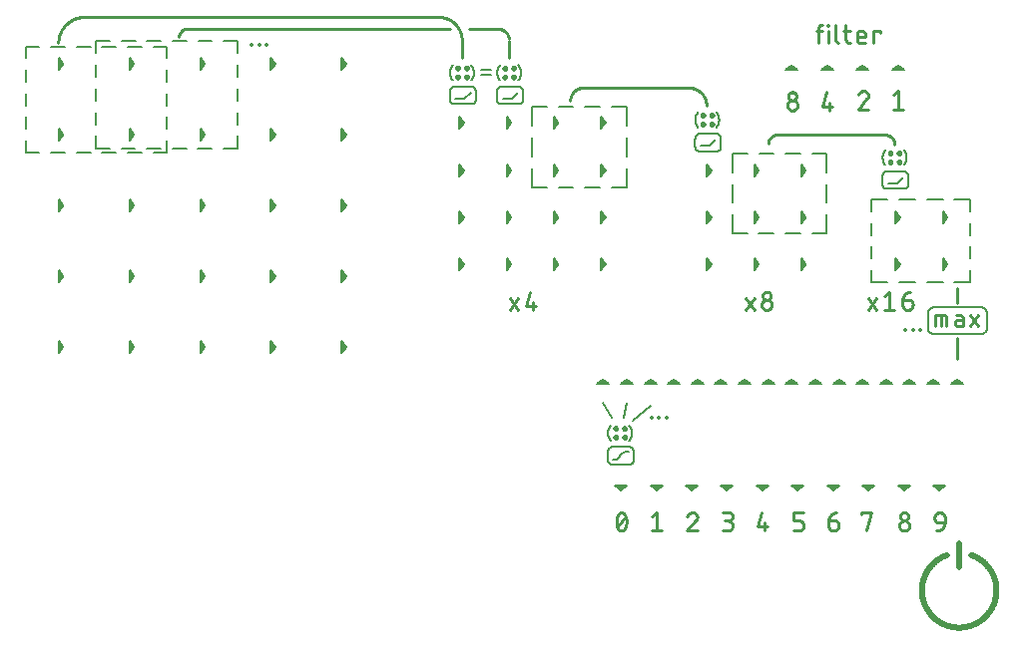
<source format=gto>
G04 EAGLE Gerber RS-274X export*
G75*
%MOMM*%
%FSLAX34Y34*%
%LPD*%
%INTop Silkscreen*%
%IPPOS*%
%AMOC8*
5,1,8,0,0,1.08239X$1,22.5*%
G01*
G04 Define Apertures*
%ADD10C,0.508000*%
%ADD11C,0.203200*%
%ADD12C,0.254000*%
%ADD13C,0.228600*%
%ADD14C,0.152400*%
%ADD15C,0.127000*%
D10*
X802000Y73000D02*
X801267Y72746D01*
X800541Y72474D01*
X799822Y72184D01*
X799110Y71877D01*
X798406Y71552D01*
X797710Y71210D01*
X797023Y70851D01*
X796344Y70476D01*
X795676Y70084D01*
X795016Y69675D01*
X794367Y69251D01*
X793729Y68811D01*
X793102Y68355D01*
X792486Y67884D01*
X791882Y67398D01*
X791289Y66897D01*
X790710Y66382D01*
X790143Y65853D01*
X789589Y65311D01*
X789049Y64755D01*
X788522Y64185D01*
X788010Y63603D01*
X787512Y63009D01*
X787029Y62403D01*
X786561Y61784D01*
X786108Y61155D01*
X785670Y60515D01*
X785249Y59864D01*
X784843Y59203D01*
X784454Y58532D01*
X784082Y57852D01*
X783726Y57163D01*
X783387Y56466D01*
X783066Y55760D01*
X782762Y55047D01*
X782475Y54327D01*
X782206Y53599D01*
X781955Y52866D01*
X781722Y52126D01*
X781508Y51381D01*
X781311Y50631D01*
X781134Y49876D01*
X780974Y49117D01*
X780834Y48355D01*
X780712Y47589D01*
X780609Y46820D01*
X780524Y46050D01*
X780459Y45277D01*
X780413Y44503D01*
X780385Y43728D01*
X780377Y42953D01*
X780388Y42177D01*
X780417Y41403D01*
X780466Y40629D01*
X780534Y39856D01*
X780620Y39086D01*
X780726Y38318D01*
X780850Y37552D01*
X780993Y36790D01*
X781154Y36032D01*
X781334Y35278D01*
X781533Y34528D01*
X781750Y33784D01*
X781985Y33045D01*
X782238Y32312D01*
X782509Y31585D01*
X782798Y30866D01*
X783104Y30153D01*
X783428Y29449D01*
X783769Y28752D01*
X784126Y28064D01*
X784501Y27385D01*
X784892Y26716D01*
X785299Y26056D01*
X785723Y25407D01*
X786162Y24768D01*
X786617Y24140D01*
X787087Y23523D01*
X787572Y22918D01*
X788072Y22325D01*
X788586Y21745D01*
X789114Y21177D01*
X789656Y20622D01*
X790211Y20081D01*
X790780Y19554D01*
X791361Y19041D01*
X791955Y18542D01*
X792560Y18058D01*
X793178Y17589D01*
X793806Y17135D01*
X794446Y16697D01*
X795096Y16274D01*
X795756Y15868D01*
X796427Y15478D01*
X797106Y15104D01*
X797794Y14747D01*
X798491Y14407D01*
X799197Y14085D01*
X799909Y13780D01*
X800629Y13492D01*
X801356Y13222D01*
X802090Y12970D01*
X802829Y12736D01*
X803574Y12520D01*
X804323Y12323D01*
X805078Y12144D01*
X805836Y11983D01*
X806599Y11842D01*
X807364Y11719D01*
X808133Y11614D01*
X808903Y11529D01*
X809676Y11463D01*
X810450Y11415D01*
X811225Y11387D01*
X812000Y11377D01*
X812775Y11387D01*
X813550Y11415D01*
X814324Y11463D01*
X815097Y11529D01*
X815867Y11614D01*
X816636Y11719D01*
X817401Y11842D01*
X818164Y11983D01*
X818922Y12144D01*
X819677Y12323D01*
X820426Y12520D01*
X821171Y12736D01*
X821910Y12970D01*
X822644Y13222D01*
X823371Y13492D01*
X824091Y13780D01*
X824803Y14085D01*
X825509Y14407D01*
X826206Y14747D01*
X826894Y15104D01*
X827573Y15478D01*
X828244Y15868D01*
X828904Y16274D01*
X829554Y16697D01*
X830194Y17135D01*
X830822Y17589D01*
X831440Y18058D01*
X832045Y18542D01*
X832639Y19041D01*
X833220Y19554D01*
X833789Y20081D01*
X834344Y20622D01*
X834886Y21177D01*
X835414Y21745D01*
X835928Y22325D01*
X836428Y22918D01*
X836913Y23523D01*
X837383Y24140D01*
X837838Y24768D01*
X838277Y25407D01*
X838701Y26056D01*
X839108Y26716D01*
X839499Y27385D01*
X839874Y28064D01*
X840231Y28752D01*
X840572Y29449D01*
X840896Y30153D01*
X841202Y30866D01*
X841491Y31585D01*
X841762Y32312D01*
X842015Y33045D01*
X842250Y33784D01*
X842467Y34528D01*
X842666Y35278D01*
X842846Y36032D01*
X843007Y36790D01*
X843150Y37552D01*
X843274Y38318D01*
X843380Y39086D01*
X843466Y39856D01*
X843534Y40629D01*
X843583Y41403D01*
X843612Y42177D01*
X843623Y42953D01*
X843615Y43728D01*
X843587Y44503D01*
X843541Y45277D01*
X843476Y46050D01*
X843391Y46820D01*
X843288Y47589D01*
X843166Y48355D01*
X843026Y49117D01*
X842866Y49876D01*
X842689Y50631D01*
X842492Y51381D01*
X842278Y52126D01*
X842045Y52866D01*
X841794Y53599D01*
X841525Y54327D01*
X841238Y55047D01*
X840934Y55760D01*
X840613Y56466D01*
X840274Y57163D01*
X839918Y57852D01*
X839546Y58532D01*
X839157Y59203D01*
X838751Y59864D01*
X838330Y60515D01*
X837892Y61155D01*
X837439Y61784D01*
X836971Y62403D01*
X836488Y63009D01*
X835990Y63603D01*
X835478Y64185D01*
X834951Y64755D01*
X834411Y65311D01*
X833857Y65853D01*
X833290Y66382D01*
X832711Y66897D01*
X832118Y67398D01*
X831514Y67884D01*
X830898Y68355D01*
X830271Y68811D01*
X829633Y69251D01*
X828984Y69675D01*
X828324Y70084D01*
X827656Y70476D01*
X826977Y70851D01*
X826290Y71210D01*
X825594Y71552D01*
X824890Y71877D01*
X824178Y72184D01*
X823459Y72474D01*
X822733Y72746D01*
X822000Y73000D01*
X812000Y83000D02*
X812000Y63000D01*
D11*
X31667Y505000D02*
X20000Y505000D01*
X41667Y505000D02*
X53333Y505000D01*
X63333Y505000D02*
X75000Y505000D01*
X85000Y505000D02*
X96667Y505000D01*
X106667Y505000D02*
X118333Y505000D01*
X128333Y505000D02*
X140000Y505000D01*
X140000Y495000D01*
X140000Y485000D02*
X140000Y475000D01*
X140000Y465000D02*
X140000Y455000D01*
X140000Y445000D02*
X140000Y435000D01*
X140000Y425000D02*
X140000Y415000D01*
X128333Y415000D01*
X118333Y415000D02*
X106667Y415000D01*
X96667Y415000D02*
X85000Y415000D01*
X75000Y415000D02*
X63333Y415000D01*
X53333Y415000D02*
X41667Y415000D01*
X31667Y415000D02*
X20000Y415000D01*
X20000Y425000D01*
X20000Y435000D02*
X20000Y445000D01*
X20000Y455000D02*
X20000Y465000D01*
X20000Y475000D02*
X20000Y485000D01*
X20000Y495000D02*
X20000Y505000D01*
X79701Y509656D02*
X91368Y509656D01*
X101368Y509656D02*
X113035Y509656D01*
X123035Y509656D02*
X134701Y509656D01*
X144701Y509656D02*
X156368Y509656D01*
X166368Y509656D02*
X178035Y509656D01*
X188035Y509656D02*
X199701Y509656D01*
X199689Y499454D01*
X199677Y489454D02*
X199664Y479252D01*
X199652Y469252D02*
X199639Y459050D01*
X199627Y449050D02*
X199614Y438847D01*
X199602Y428847D02*
X199589Y418645D01*
X187923Y418645D01*
X177923Y418645D02*
X166256Y418645D01*
X156256Y418645D02*
X144589Y418645D01*
X134589Y418645D02*
X122923Y418645D01*
X112923Y418645D02*
X101256Y418645D01*
X91256Y418645D02*
X79589Y418645D01*
X79602Y428847D01*
X79614Y438847D02*
X79627Y449050D01*
X79639Y459050D02*
X79652Y469252D01*
X79664Y479252D02*
X79677Y489454D01*
X79689Y499454D02*
X79701Y509656D01*
D12*
X69639Y530000D02*
X69110Y529994D01*
X68582Y529974D01*
X68054Y529943D01*
X67527Y529898D01*
X67001Y529840D01*
X66477Y529770D01*
X65955Y529688D01*
X65434Y529592D01*
X64917Y529484D01*
X64402Y529364D01*
X63890Y529231D01*
X63381Y529086D01*
X62876Y528929D01*
X62375Y528759D01*
X61878Y528578D01*
X61386Y528384D01*
X60899Y528179D01*
X60417Y527962D01*
X59940Y527733D01*
X59469Y527493D01*
X59003Y527242D01*
X58544Y526979D01*
X58092Y526706D01*
X57646Y526421D01*
X57207Y526126D01*
X56775Y525820D01*
X56351Y525504D01*
X55935Y525178D01*
X55527Y524842D01*
X55127Y524496D01*
X54735Y524141D01*
X54352Y523776D01*
X53978Y523402D01*
X53613Y523019D01*
X53258Y522627D01*
X52912Y522227D01*
X52576Y521819D01*
X52250Y521403D01*
X51934Y520979D01*
X51628Y520547D01*
X51333Y520108D01*
X51048Y519662D01*
X50775Y519210D01*
X50512Y518751D01*
X50261Y518285D01*
X50021Y517814D01*
X49792Y517337D01*
X49575Y516855D01*
X49370Y516368D01*
X49176Y515876D01*
X48995Y515379D01*
X48825Y514878D01*
X48668Y514373D01*
X48523Y513864D01*
X48390Y513352D01*
X48270Y512837D01*
X48162Y512320D01*
X48066Y511799D01*
X47984Y511277D01*
X47914Y510753D01*
X47856Y510227D01*
X47811Y509700D01*
X47780Y509172D01*
X47760Y508644D01*
X47754Y508115D01*
X69639Y530000D02*
X370000Y530000D01*
X370484Y530001D01*
X370969Y529990D01*
X371453Y529968D01*
X371937Y529933D01*
X372419Y529887D01*
X372900Y529829D01*
X373380Y529759D01*
X373858Y529677D01*
X374333Y529584D01*
X374806Y529479D01*
X375277Y529362D01*
X375744Y529234D01*
X376208Y529095D01*
X376669Y528944D01*
X377126Y528782D01*
X377578Y528608D01*
X378027Y528424D01*
X378470Y528229D01*
X378909Y528022D01*
X379342Y527806D01*
X379770Y527578D01*
X380193Y527340D01*
X380609Y527092D01*
X381019Y526834D01*
X381423Y526566D01*
X381820Y526287D01*
X382210Y526000D01*
X382593Y525702D01*
X382968Y525396D01*
X383336Y525080D01*
X383696Y524756D01*
X384048Y524422D01*
X384391Y524080D01*
X384726Y523730D01*
X385053Y523372D01*
X385370Y523006D01*
X385678Y522632D01*
X385978Y522250D01*
X386267Y521862D01*
X386547Y521466D01*
X386818Y521064D01*
X387078Y520655D01*
X387328Y520240D01*
X387568Y519819D01*
X387798Y519392D01*
X388017Y518960D01*
X388225Y518522D01*
X388422Y518079D01*
X388609Y517632D01*
X388784Y517180D01*
X388949Y516724D01*
X389102Y516265D01*
X389244Y515801D01*
X389374Y515334D01*
X389493Y514864D01*
X389601Y514392D01*
X389696Y513917D01*
X389780Y513439D01*
X389853Y512960D01*
X389913Y512479D01*
X389962Y511997D01*
X389999Y511514D01*
X390024Y511030D01*
X390037Y510545D01*
X420000Y520000D02*
X420234Y520009D01*
X420468Y520013D01*
X420702Y520011D01*
X420935Y520003D01*
X421169Y519990D01*
X421402Y519971D01*
X421634Y519946D01*
X421866Y519915D01*
X422097Y519879D01*
X422327Y519837D01*
X422556Y519789D01*
X422784Y519736D01*
X423010Y519678D01*
X423235Y519613D01*
X423458Y519543D01*
X423679Y519468D01*
X423899Y519388D01*
X424116Y519302D01*
X424331Y519210D01*
X424544Y519114D01*
X424755Y519012D01*
X424963Y518905D01*
X425168Y518793D01*
X425370Y518676D01*
X425570Y518554D01*
X425766Y518428D01*
X425960Y518296D01*
X426150Y518160D01*
X426336Y518019D01*
X426519Y517874D01*
X426699Y517724D01*
X426874Y517570D01*
X427046Y517411D01*
X427214Y517248D01*
X427378Y517082D01*
X427538Y516911D01*
X427693Y516736D01*
X427845Y516558D01*
X427991Y516376D01*
X428134Y516191D01*
X428271Y516002D01*
X428404Y515809D01*
X428533Y515614D01*
X428656Y515415D01*
X428775Y515214D01*
X428888Y515009D01*
X428997Y514802D01*
X429100Y514593D01*
X429198Y514380D01*
X429291Y514166D01*
X429379Y513949D01*
X429461Y513730D01*
X429538Y513509D01*
X429609Y513287D01*
X429675Y513063D01*
X429736Y512837D01*
X429791Y512609D01*
X429840Y512381D01*
X429884Y512151D01*
X429922Y511921D01*
X429954Y511689D01*
X429981Y511457D01*
X430001Y511224D01*
X430017Y510991D01*
X156929Y520000D02*
X156765Y519998D01*
X156602Y519992D01*
X156439Y519982D01*
X156276Y519968D01*
X156113Y519951D01*
X155951Y519929D01*
X155789Y519903D01*
X155628Y519874D01*
X155468Y519840D01*
X155309Y519803D01*
X155150Y519762D01*
X154993Y519717D01*
X154837Y519669D01*
X154682Y519616D01*
X154528Y519560D01*
X154376Y519500D01*
X154225Y519437D01*
X154076Y519369D01*
X153928Y519299D01*
X153782Y519224D01*
X153638Y519147D01*
X153496Y519065D01*
X153356Y518981D01*
X153218Y518893D01*
X153083Y518801D01*
X152949Y518707D01*
X152818Y518609D01*
X152689Y518508D01*
X152563Y518404D01*
X152439Y518297D01*
X152318Y518187D01*
X152199Y518074D01*
X152084Y517959D01*
X151971Y517840D01*
X151861Y517719D01*
X151754Y517595D01*
X151650Y517469D01*
X151549Y517340D01*
X151451Y517209D01*
X151357Y517075D01*
X151265Y516940D01*
X151177Y516802D01*
X151093Y516662D01*
X151011Y516520D01*
X150934Y516376D01*
X150859Y516230D01*
X150789Y516082D01*
X150721Y515933D01*
X150658Y515782D01*
X150598Y515630D01*
X150542Y515476D01*
X150489Y515321D01*
X150441Y515165D01*
X150396Y515008D01*
X150355Y514849D01*
X150318Y514690D01*
X150284Y514530D01*
X150255Y514369D01*
X150229Y514207D01*
X150207Y514045D01*
X150190Y513882D01*
X150176Y513719D01*
X150166Y513556D01*
X150160Y513393D01*
X150158Y513229D01*
X156929Y520000D02*
X380000Y520000D01*
X396070Y519925D02*
X396071Y519940D01*
X396076Y519954D01*
X396083Y519967D01*
X396092Y519978D01*
X396103Y519987D01*
X396116Y519994D01*
X396130Y519999D01*
X396145Y520000D01*
X420000Y520000D01*
D13*
X438029Y291472D02*
X431143Y281143D01*
X438029Y281143D02*
X431143Y291472D01*
X444350Y284586D02*
X447793Y296637D01*
X444350Y284586D02*
X452958Y284586D01*
X450376Y288029D02*
X450376Y281143D01*
X631143Y281143D02*
X638029Y291472D01*
X631143Y291472D02*
X638029Y281143D01*
X644350Y285447D02*
X644352Y285577D01*
X644358Y285707D01*
X644368Y285837D01*
X644381Y285966D01*
X644399Y286095D01*
X644420Y286223D01*
X644446Y286350D01*
X644475Y286477D01*
X644508Y286603D01*
X644545Y286727D01*
X644585Y286851D01*
X644630Y286973D01*
X644678Y287094D01*
X644729Y287213D01*
X644784Y287331D01*
X644843Y287447D01*
X644905Y287561D01*
X644971Y287674D01*
X645040Y287784D01*
X645112Y287892D01*
X645187Y287998D01*
X645266Y288101D01*
X645348Y288202D01*
X645432Y288301D01*
X645520Y288397D01*
X645611Y288490D01*
X645704Y288581D01*
X645800Y288669D01*
X645899Y288753D01*
X646000Y288835D01*
X646103Y288914D01*
X646209Y288989D01*
X646317Y289061D01*
X646427Y289130D01*
X646540Y289196D01*
X646654Y289258D01*
X646770Y289317D01*
X646888Y289372D01*
X647007Y289423D01*
X647128Y289471D01*
X647250Y289516D01*
X647374Y289556D01*
X647498Y289593D01*
X647624Y289626D01*
X647751Y289655D01*
X647878Y289681D01*
X648006Y289702D01*
X648135Y289720D01*
X648264Y289733D01*
X648394Y289743D01*
X648524Y289749D01*
X648654Y289751D01*
X648784Y289749D01*
X648914Y289743D01*
X649044Y289733D01*
X649173Y289720D01*
X649302Y289702D01*
X649430Y289681D01*
X649557Y289655D01*
X649684Y289626D01*
X649810Y289593D01*
X649934Y289556D01*
X650058Y289516D01*
X650180Y289471D01*
X650301Y289423D01*
X650420Y289372D01*
X650538Y289317D01*
X650654Y289258D01*
X650768Y289196D01*
X650881Y289130D01*
X650991Y289061D01*
X651099Y288989D01*
X651205Y288914D01*
X651308Y288835D01*
X651409Y288753D01*
X651508Y288669D01*
X651604Y288581D01*
X651697Y288490D01*
X651788Y288397D01*
X651876Y288301D01*
X651960Y288202D01*
X652042Y288101D01*
X652121Y287998D01*
X652196Y287892D01*
X652268Y287784D01*
X652337Y287674D01*
X652403Y287561D01*
X652465Y287447D01*
X652524Y287331D01*
X652579Y287213D01*
X652630Y287094D01*
X652678Y286973D01*
X652723Y286851D01*
X652763Y286727D01*
X652800Y286603D01*
X652833Y286477D01*
X652862Y286350D01*
X652888Y286223D01*
X652909Y286095D01*
X652927Y285966D01*
X652940Y285837D01*
X652950Y285707D01*
X652956Y285577D01*
X652958Y285447D01*
X652956Y285317D01*
X652950Y285187D01*
X652940Y285057D01*
X652927Y284928D01*
X652909Y284799D01*
X652888Y284671D01*
X652862Y284544D01*
X652833Y284417D01*
X652800Y284291D01*
X652763Y284167D01*
X652723Y284043D01*
X652678Y283921D01*
X652630Y283800D01*
X652579Y283681D01*
X652524Y283563D01*
X652465Y283447D01*
X652403Y283333D01*
X652337Y283220D01*
X652268Y283110D01*
X652196Y283002D01*
X652121Y282896D01*
X652042Y282793D01*
X651960Y282692D01*
X651876Y282593D01*
X651788Y282497D01*
X651697Y282404D01*
X651604Y282313D01*
X651508Y282225D01*
X651409Y282141D01*
X651308Y282059D01*
X651205Y281980D01*
X651099Y281905D01*
X650991Y281833D01*
X650881Y281764D01*
X650768Y281698D01*
X650654Y281636D01*
X650538Y281577D01*
X650420Y281522D01*
X650301Y281471D01*
X650180Y281423D01*
X650058Y281378D01*
X649934Y281338D01*
X649810Y281301D01*
X649684Y281268D01*
X649557Y281239D01*
X649430Y281213D01*
X649302Y281192D01*
X649173Y281174D01*
X649044Y281161D01*
X648914Y281151D01*
X648784Y281145D01*
X648654Y281143D01*
X648524Y281145D01*
X648394Y281151D01*
X648264Y281161D01*
X648135Y281174D01*
X648006Y281192D01*
X647878Y281213D01*
X647751Y281239D01*
X647624Y281268D01*
X647498Y281301D01*
X647374Y281338D01*
X647250Y281378D01*
X647128Y281423D01*
X647007Y281471D01*
X646888Y281522D01*
X646770Y281577D01*
X646654Y281636D01*
X646540Y281698D01*
X646427Y281764D01*
X646317Y281833D01*
X646209Y281905D01*
X646103Y281980D01*
X646000Y282059D01*
X645899Y282141D01*
X645800Y282225D01*
X645704Y282313D01*
X645611Y282404D01*
X645520Y282497D01*
X645432Y282593D01*
X645348Y282692D01*
X645266Y282793D01*
X645187Y282896D01*
X645112Y283002D01*
X645040Y283110D01*
X644971Y283220D01*
X644905Y283333D01*
X644843Y283447D01*
X644784Y283563D01*
X644729Y283681D01*
X644678Y283800D01*
X644630Y283921D01*
X644585Y284043D01*
X644545Y284167D01*
X644508Y284291D01*
X644475Y284417D01*
X644446Y284544D01*
X644420Y284671D01*
X644399Y284799D01*
X644381Y284928D01*
X644368Y285057D01*
X644358Y285187D01*
X644352Y285317D01*
X644350Y285447D01*
X645211Y293194D02*
X645213Y293310D01*
X645219Y293426D01*
X645229Y293542D01*
X645242Y293658D01*
X645260Y293773D01*
X645281Y293887D01*
X645307Y294001D01*
X645336Y294113D01*
X645369Y294225D01*
X645406Y294335D01*
X645446Y294444D01*
X645490Y294552D01*
X645538Y294658D01*
X645589Y294762D01*
X645644Y294865D01*
X645702Y294966D01*
X645763Y295064D01*
X645828Y295161D01*
X645896Y295255D01*
X645967Y295347D01*
X646042Y295437D01*
X646119Y295524D01*
X646199Y295608D01*
X646282Y295689D01*
X646368Y295768D01*
X646456Y295844D01*
X646547Y295917D01*
X646640Y295986D01*
X646735Y296053D01*
X646833Y296116D01*
X646933Y296176D01*
X647034Y296232D01*
X647138Y296285D01*
X647243Y296335D01*
X647350Y296380D01*
X647458Y296423D01*
X647568Y296461D01*
X647679Y296496D01*
X647791Y296527D01*
X647904Y296554D01*
X648018Y296578D01*
X648133Y296597D01*
X648248Y296613D01*
X648364Y296625D01*
X648480Y296633D01*
X648596Y296637D01*
X648712Y296637D01*
X648828Y296633D01*
X648944Y296625D01*
X649060Y296613D01*
X649175Y296597D01*
X649290Y296578D01*
X649404Y296554D01*
X649517Y296527D01*
X649629Y296496D01*
X649740Y296461D01*
X649850Y296423D01*
X649958Y296380D01*
X650065Y296335D01*
X650170Y296285D01*
X650274Y296232D01*
X650376Y296176D01*
X650475Y296116D01*
X650573Y296053D01*
X650668Y295986D01*
X650761Y295917D01*
X650852Y295844D01*
X650940Y295768D01*
X651026Y295689D01*
X651109Y295608D01*
X651189Y295524D01*
X651266Y295437D01*
X651341Y295347D01*
X651412Y295255D01*
X651480Y295161D01*
X651545Y295064D01*
X651606Y294966D01*
X651664Y294865D01*
X651719Y294762D01*
X651770Y294658D01*
X651818Y294552D01*
X651862Y294444D01*
X651902Y294335D01*
X651939Y294225D01*
X651972Y294113D01*
X652001Y294001D01*
X652027Y293887D01*
X652048Y293773D01*
X652066Y293658D01*
X652079Y293542D01*
X652089Y293426D01*
X652095Y293310D01*
X652097Y293194D01*
X652095Y293078D01*
X652089Y292962D01*
X652079Y292846D01*
X652066Y292730D01*
X652048Y292615D01*
X652027Y292501D01*
X652001Y292387D01*
X651972Y292275D01*
X651939Y292163D01*
X651902Y292053D01*
X651862Y291944D01*
X651818Y291836D01*
X651770Y291730D01*
X651719Y291626D01*
X651664Y291523D01*
X651606Y291422D01*
X651545Y291324D01*
X651480Y291227D01*
X651412Y291133D01*
X651341Y291041D01*
X651266Y290951D01*
X651189Y290864D01*
X651109Y290780D01*
X651026Y290699D01*
X650940Y290620D01*
X650852Y290544D01*
X650761Y290471D01*
X650668Y290402D01*
X650573Y290335D01*
X650475Y290272D01*
X650376Y290212D01*
X650274Y290156D01*
X650170Y290103D01*
X650065Y290053D01*
X649958Y290008D01*
X649850Y289965D01*
X649740Y289927D01*
X649629Y289892D01*
X649517Y289861D01*
X649404Y289834D01*
X649290Y289810D01*
X649175Y289791D01*
X649060Y289775D01*
X648944Y289763D01*
X648828Y289755D01*
X648712Y289751D01*
X648596Y289751D01*
X648480Y289755D01*
X648364Y289763D01*
X648248Y289775D01*
X648133Y289791D01*
X648018Y289810D01*
X647904Y289834D01*
X647791Y289861D01*
X647679Y289892D01*
X647568Y289927D01*
X647458Y289965D01*
X647350Y290008D01*
X647243Y290053D01*
X647138Y290103D01*
X647034Y290156D01*
X646933Y290212D01*
X646833Y290272D01*
X646735Y290335D01*
X646640Y290402D01*
X646547Y290471D01*
X646456Y290544D01*
X646368Y290620D01*
X646282Y290699D01*
X646199Y290780D01*
X646119Y290864D01*
X646042Y290951D01*
X645967Y291041D01*
X645896Y291133D01*
X645828Y291227D01*
X645763Y291324D01*
X645702Y291422D01*
X645644Y291523D01*
X645589Y291626D01*
X645538Y291730D01*
X645490Y291836D01*
X645446Y291944D01*
X645406Y292053D01*
X645369Y292163D01*
X645336Y292275D01*
X645307Y292387D01*
X645281Y292501D01*
X645260Y292615D01*
X645242Y292730D01*
X645229Y292846D01*
X645219Y292962D01*
X645213Y293078D01*
X645211Y293194D01*
X735143Y281143D02*
X742029Y291472D01*
X735143Y291472D02*
X742029Y281143D01*
X748350Y293194D02*
X752654Y296637D01*
X752654Y281143D01*
X748350Y281143D02*
X756958Y281143D01*
X763982Y289751D02*
X769146Y289751D01*
X769261Y289749D01*
X769376Y289743D01*
X769491Y289734D01*
X769605Y289720D01*
X769719Y289703D01*
X769832Y289682D01*
X769944Y289657D01*
X770056Y289629D01*
X770166Y289596D01*
X770275Y289560D01*
X770383Y289521D01*
X770490Y289478D01*
X770595Y289431D01*
X770699Y289381D01*
X770801Y289327D01*
X770901Y289270D01*
X770999Y289210D01*
X771095Y289147D01*
X771188Y289080D01*
X771280Y289010D01*
X771369Y288937D01*
X771456Y288862D01*
X771540Y288783D01*
X771621Y288702D01*
X771700Y288618D01*
X771775Y288531D01*
X771848Y288442D01*
X771918Y288350D01*
X771985Y288257D01*
X772048Y288161D01*
X772108Y288063D01*
X772165Y287963D01*
X772219Y287861D01*
X772269Y287757D01*
X772316Y287652D01*
X772359Y287545D01*
X772398Y287437D01*
X772434Y287328D01*
X772467Y287218D01*
X772495Y287106D01*
X772520Y286994D01*
X772541Y286881D01*
X772558Y286767D01*
X772572Y286653D01*
X772581Y286538D01*
X772587Y286423D01*
X772589Y286308D01*
X772589Y285447D01*
X772587Y285317D01*
X772581Y285187D01*
X772571Y285057D01*
X772558Y284928D01*
X772540Y284799D01*
X772519Y284671D01*
X772493Y284544D01*
X772464Y284417D01*
X772431Y284291D01*
X772394Y284167D01*
X772354Y284043D01*
X772309Y283921D01*
X772261Y283800D01*
X772210Y283681D01*
X772155Y283563D01*
X772096Y283447D01*
X772034Y283333D01*
X771968Y283220D01*
X771899Y283110D01*
X771827Y283002D01*
X771752Y282896D01*
X771673Y282793D01*
X771591Y282692D01*
X771507Y282593D01*
X771419Y282497D01*
X771328Y282404D01*
X771235Y282313D01*
X771139Y282225D01*
X771040Y282141D01*
X770939Y282059D01*
X770836Y281980D01*
X770730Y281905D01*
X770622Y281833D01*
X770512Y281764D01*
X770399Y281698D01*
X770285Y281636D01*
X770169Y281577D01*
X770051Y281522D01*
X769932Y281471D01*
X769811Y281423D01*
X769689Y281378D01*
X769565Y281338D01*
X769441Y281301D01*
X769315Y281268D01*
X769188Y281239D01*
X769061Y281213D01*
X768933Y281192D01*
X768804Y281174D01*
X768675Y281161D01*
X768545Y281151D01*
X768415Y281145D01*
X768285Y281143D01*
X768155Y281145D01*
X768025Y281151D01*
X767895Y281161D01*
X767766Y281174D01*
X767637Y281192D01*
X767509Y281213D01*
X767382Y281239D01*
X767255Y281268D01*
X767129Y281301D01*
X767005Y281338D01*
X766881Y281378D01*
X766759Y281423D01*
X766638Y281471D01*
X766519Y281522D01*
X766401Y281577D01*
X766285Y281636D01*
X766171Y281698D01*
X766058Y281764D01*
X765948Y281833D01*
X765840Y281905D01*
X765734Y281980D01*
X765631Y282059D01*
X765530Y282141D01*
X765431Y282225D01*
X765335Y282313D01*
X765242Y282404D01*
X765151Y282497D01*
X765063Y282593D01*
X764979Y282692D01*
X764897Y282793D01*
X764818Y282896D01*
X764743Y283002D01*
X764671Y283110D01*
X764602Y283220D01*
X764536Y283333D01*
X764474Y283447D01*
X764415Y283563D01*
X764360Y283681D01*
X764309Y283800D01*
X764261Y283921D01*
X764216Y284043D01*
X764176Y284167D01*
X764139Y284291D01*
X764106Y284417D01*
X764077Y284544D01*
X764051Y284671D01*
X764030Y284799D01*
X764012Y284928D01*
X763999Y285057D01*
X763989Y285187D01*
X763983Y285317D01*
X763981Y285447D01*
X763982Y285447D02*
X763982Y289751D01*
X763984Y289920D01*
X763990Y290089D01*
X764001Y290258D01*
X764015Y290426D01*
X764034Y290594D01*
X764057Y290761D01*
X764083Y290928D01*
X764114Y291094D01*
X764149Y291260D01*
X764188Y291424D01*
X764231Y291588D01*
X764279Y291750D01*
X764330Y291911D01*
X764385Y292071D01*
X764443Y292229D01*
X764506Y292386D01*
X764573Y292541D01*
X764643Y292695D01*
X764717Y292847D01*
X764795Y292997D01*
X764877Y293145D01*
X764962Y293291D01*
X765050Y293435D01*
X765142Y293577D01*
X765238Y293716D01*
X765337Y293853D01*
X765439Y293987D01*
X765545Y294119D01*
X765654Y294249D01*
X765766Y294375D01*
X765881Y294499D01*
X765999Y294620D01*
X766120Y294738D01*
X766244Y294853D01*
X766370Y294965D01*
X766500Y295074D01*
X766632Y295180D01*
X766766Y295282D01*
X766903Y295381D01*
X767042Y295476D01*
X767184Y295569D01*
X767328Y295657D01*
X767474Y295742D01*
X767622Y295824D01*
X767772Y295902D01*
X767924Y295976D01*
X768077Y296046D01*
X768233Y296113D01*
X768390Y296176D01*
X768548Y296234D01*
X768708Y296289D01*
X768869Y296340D01*
X769031Y296388D01*
X769195Y296431D01*
X769359Y296470D01*
X769525Y296505D01*
X769691Y296536D01*
X769858Y296562D01*
X770025Y296585D01*
X770193Y296604D01*
X770361Y296618D01*
X770530Y296629D01*
X770699Y296635D01*
X770868Y296637D01*
D12*
X390000Y495000D02*
X390000Y510000D01*
X430000Y510000D02*
X430000Y495000D01*
D11*
X449701Y453656D02*
X462201Y453656D01*
X472201Y453656D02*
X484701Y453656D01*
X494701Y453656D02*
X507201Y453656D01*
X517201Y453656D02*
X529701Y453656D01*
X529675Y437653D01*
X529659Y427653D02*
X529632Y411649D01*
X529616Y401649D02*
X529589Y385645D01*
X517089Y385645D01*
X507089Y385645D02*
X494589Y385645D01*
X484589Y385645D02*
X472089Y385645D01*
X462089Y385645D02*
X449589Y385645D01*
X449616Y401649D01*
X449632Y411649D02*
X449659Y427653D01*
X449675Y437653D02*
X449701Y453656D01*
D12*
X497500Y470000D02*
X582500Y470000D01*
X582862Y469996D01*
X583225Y469982D01*
X583587Y469961D01*
X583948Y469930D01*
X584308Y469891D01*
X584667Y469843D01*
X585025Y469786D01*
X585382Y469721D01*
X585737Y469647D01*
X586090Y469564D01*
X586441Y469473D01*
X586789Y469374D01*
X587135Y469266D01*
X587479Y469150D01*
X587819Y469025D01*
X588156Y468893D01*
X588490Y468752D01*
X588821Y468603D01*
X589148Y468446D01*
X589471Y468282D01*
X589790Y468110D01*
X590104Y467930D01*
X590415Y467742D01*
X590720Y467547D01*
X591021Y467345D01*
X591317Y467135D01*
X591607Y466919D01*
X591893Y466695D01*
X592173Y466465D01*
X592447Y466228D01*
X592715Y465984D01*
X592978Y465734D01*
X593234Y465478D01*
X593484Y465215D01*
X593728Y464947D01*
X593965Y464673D01*
X594195Y464393D01*
X594419Y464107D01*
X594635Y463817D01*
X594845Y463521D01*
X595047Y463220D01*
X595242Y462915D01*
X595430Y462604D01*
X595610Y462290D01*
X595782Y461971D01*
X595946Y461648D01*
X596103Y461321D01*
X596252Y460990D01*
X596393Y460656D01*
X596525Y460319D01*
X596650Y459979D01*
X596766Y459635D01*
X596874Y459289D01*
X596973Y458941D01*
X597064Y458590D01*
X597147Y458237D01*
X597221Y457882D01*
X597286Y457525D01*
X597343Y457167D01*
X597391Y456808D01*
X597430Y456448D01*
X597461Y456087D01*
X597482Y455725D01*
X597496Y455362D01*
X597500Y455000D01*
D11*
X737500Y375000D02*
X737500Y365000D01*
X737500Y355000D02*
X737500Y345000D01*
X737500Y335000D02*
X737500Y325000D01*
X737500Y315000D02*
X737500Y305000D01*
X751000Y305000D01*
X761000Y305000D02*
X774500Y305000D01*
X784500Y305000D02*
X798000Y305000D01*
X808000Y305000D02*
X821500Y305000D01*
X821500Y315000D01*
X821500Y325000D02*
X821500Y335000D01*
X821500Y345000D02*
X821500Y355000D01*
X821500Y365000D02*
X821500Y375000D01*
X808000Y375000D01*
X798000Y375000D02*
X784500Y375000D01*
X774500Y375000D02*
X761000Y375000D01*
X751000Y375000D02*
X737500Y375000D01*
D13*
X791643Y276795D02*
X791643Y267143D01*
X791643Y276795D02*
X798882Y276795D01*
X798979Y276793D01*
X799076Y276787D01*
X799173Y276777D01*
X799269Y276764D01*
X799365Y276746D01*
X799459Y276725D01*
X799553Y276700D01*
X799646Y276671D01*
X799738Y276638D01*
X799828Y276602D01*
X799916Y276562D01*
X800003Y276519D01*
X800089Y276472D01*
X800172Y276421D01*
X800253Y276368D01*
X800332Y276311D01*
X800408Y276251D01*
X800482Y276188D01*
X800554Y276122D01*
X800622Y276054D01*
X800688Y275982D01*
X800751Y275908D01*
X800811Y275832D01*
X800868Y275753D01*
X800921Y275672D01*
X800972Y275589D01*
X801019Y275503D01*
X801062Y275416D01*
X801102Y275328D01*
X801138Y275238D01*
X801171Y275146D01*
X801200Y275053D01*
X801225Y274959D01*
X801246Y274865D01*
X801264Y274769D01*
X801277Y274673D01*
X801287Y274576D01*
X801293Y274479D01*
X801295Y274382D01*
X801295Y267143D01*
X796469Y267143D02*
X796469Y276795D01*
X811330Y272773D02*
X814950Y272773D01*
X811330Y272773D02*
X811225Y272771D01*
X811120Y272765D01*
X811015Y272755D01*
X810910Y272742D01*
X810807Y272724D01*
X810704Y272702D01*
X810601Y272677D01*
X810500Y272648D01*
X810400Y272615D01*
X810302Y272578D01*
X810204Y272538D01*
X810109Y272494D01*
X810015Y272447D01*
X809923Y272396D01*
X809832Y272342D01*
X809744Y272284D01*
X809658Y272223D01*
X809575Y272159D01*
X809494Y272092D01*
X809415Y272022D01*
X809339Y271949D01*
X809266Y271873D01*
X809196Y271794D01*
X809129Y271713D01*
X809065Y271630D01*
X809004Y271544D01*
X808946Y271456D01*
X808892Y271366D01*
X808841Y271273D01*
X808794Y271179D01*
X808750Y271084D01*
X808710Y270986D01*
X808673Y270888D01*
X808640Y270788D01*
X808611Y270687D01*
X808586Y270584D01*
X808564Y270481D01*
X808546Y270378D01*
X808533Y270273D01*
X808523Y270168D01*
X808517Y270063D01*
X808515Y269958D01*
X808517Y269853D01*
X808523Y269748D01*
X808533Y269643D01*
X808546Y269538D01*
X808564Y269435D01*
X808586Y269332D01*
X808611Y269229D01*
X808640Y269128D01*
X808673Y269028D01*
X808710Y268930D01*
X808750Y268832D01*
X808794Y268737D01*
X808841Y268643D01*
X808892Y268551D01*
X808946Y268460D01*
X809004Y268372D01*
X809065Y268286D01*
X809129Y268203D01*
X809196Y268122D01*
X809266Y268043D01*
X809339Y267967D01*
X809415Y267894D01*
X809494Y267824D01*
X809575Y267757D01*
X809658Y267693D01*
X809744Y267632D01*
X809832Y267574D01*
X809923Y267520D01*
X810015Y267469D01*
X810109Y267422D01*
X810204Y267378D01*
X810302Y267338D01*
X810400Y267301D01*
X810500Y267268D01*
X810601Y267239D01*
X810704Y267214D01*
X810807Y267192D01*
X810910Y267174D01*
X811015Y267161D01*
X811120Y267151D01*
X811225Y267145D01*
X811330Y267143D01*
X814950Y267143D01*
X814950Y274382D01*
X814948Y274479D01*
X814942Y274576D01*
X814932Y274673D01*
X814919Y274769D01*
X814901Y274865D01*
X814880Y274959D01*
X814855Y275053D01*
X814826Y275146D01*
X814793Y275238D01*
X814757Y275328D01*
X814717Y275416D01*
X814674Y275503D01*
X814627Y275589D01*
X814576Y275672D01*
X814523Y275753D01*
X814466Y275832D01*
X814406Y275908D01*
X814343Y275982D01*
X814277Y276054D01*
X814209Y276122D01*
X814137Y276188D01*
X814063Y276251D01*
X813987Y276311D01*
X813908Y276368D01*
X813827Y276421D01*
X813744Y276472D01*
X813658Y276519D01*
X813571Y276562D01*
X813483Y276602D01*
X813393Y276638D01*
X813301Y276671D01*
X813208Y276700D01*
X813114Y276725D01*
X813020Y276746D01*
X812924Y276764D01*
X812828Y276777D01*
X812731Y276787D01*
X812634Y276793D01*
X812537Y276795D01*
X809319Y276795D01*
X821497Y267143D02*
X827931Y276795D01*
X821497Y276795D02*
X827931Y267143D01*
D14*
X830500Y283500D02*
X790500Y283500D01*
X785500Y278500D02*
X785500Y266000D01*
X785502Y265860D01*
X785508Y265720D01*
X785518Y265580D01*
X785531Y265440D01*
X785549Y265301D01*
X785571Y265162D01*
X785596Y265025D01*
X785625Y264887D01*
X785658Y264751D01*
X785695Y264616D01*
X785736Y264482D01*
X785781Y264349D01*
X785829Y264217D01*
X785881Y264087D01*
X785936Y263958D01*
X785995Y263831D01*
X786058Y263705D01*
X786124Y263581D01*
X786193Y263460D01*
X786266Y263340D01*
X786343Y263222D01*
X786422Y263107D01*
X786505Y262993D01*
X786591Y262883D01*
X786680Y262774D01*
X786772Y262668D01*
X786867Y262565D01*
X786964Y262464D01*
X787065Y262367D01*
X787168Y262272D01*
X787274Y262180D01*
X787383Y262091D01*
X787493Y262005D01*
X787607Y261922D01*
X787722Y261843D01*
X787840Y261766D01*
X787960Y261693D01*
X788081Y261624D01*
X788205Y261558D01*
X788331Y261495D01*
X788458Y261436D01*
X788587Y261381D01*
X788717Y261329D01*
X788849Y261281D01*
X788982Y261236D01*
X789116Y261195D01*
X789251Y261158D01*
X789387Y261125D01*
X789525Y261096D01*
X789662Y261071D01*
X789801Y261049D01*
X789940Y261031D01*
X790080Y261018D01*
X790220Y261008D01*
X790360Y261002D01*
X790500Y261000D01*
X830500Y261000D01*
X830640Y261002D01*
X830780Y261008D01*
X830920Y261018D01*
X831060Y261031D01*
X831199Y261049D01*
X831338Y261071D01*
X831475Y261096D01*
X831613Y261125D01*
X831749Y261158D01*
X831884Y261195D01*
X832018Y261236D01*
X832151Y261281D01*
X832283Y261329D01*
X832413Y261381D01*
X832542Y261436D01*
X832669Y261495D01*
X832795Y261558D01*
X832919Y261624D01*
X833040Y261693D01*
X833160Y261766D01*
X833278Y261843D01*
X833393Y261922D01*
X833507Y262005D01*
X833617Y262091D01*
X833726Y262180D01*
X833832Y262272D01*
X833935Y262367D01*
X834036Y262464D01*
X834133Y262565D01*
X834228Y262668D01*
X834320Y262774D01*
X834409Y262883D01*
X834495Y262993D01*
X834578Y263107D01*
X834657Y263222D01*
X834734Y263340D01*
X834807Y263460D01*
X834876Y263581D01*
X834942Y263705D01*
X835005Y263831D01*
X835064Y263958D01*
X835119Y264087D01*
X835171Y264217D01*
X835219Y264349D01*
X835264Y264482D01*
X835305Y264616D01*
X835342Y264751D01*
X835375Y264887D01*
X835404Y265025D01*
X835429Y265162D01*
X835451Y265301D01*
X835469Y265440D01*
X835482Y265580D01*
X835492Y265720D01*
X835498Y265860D01*
X835500Y266000D01*
X835500Y278500D01*
X835498Y278640D01*
X835492Y278780D01*
X835482Y278920D01*
X835469Y279060D01*
X835451Y279199D01*
X835429Y279338D01*
X835404Y279475D01*
X835375Y279613D01*
X835342Y279749D01*
X835305Y279884D01*
X835264Y280018D01*
X835219Y280151D01*
X835171Y280283D01*
X835119Y280413D01*
X835064Y280542D01*
X835005Y280669D01*
X834942Y280795D01*
X834876Y280919D01*
X834807Y281040D01*
X834734Y281160D01*
X834657Y281278D01*
X834578Y281393D01*
X834495Y281507D01*
X834409Y281617D01*
X834320Y281726D01*
X834228Y281832D01*
X834133Y281935D01*
X834036Y282036D01*
X833935Y282133D01*
X833832Y282228D01*
X833726Y282320D01*
X833617Y282409D01*
X833507Y282495D01*
X833393Y282578D01*
X833278Y282657D01*
X833160Y282734D01*
X833040Y282807D01*
X832919Y282876D01*
X832795Y282942D01*
X832669Y283005D01*
X832542Y283064D01*
X832413Y283119D01*
X832283Y283171D01*
X832151Y283219D01*
X832018Y283264D01*
X831884Y283305D01*
X831749Y283342D01*
X831613Y283375D01*
X831475Y283404D01*
X831338Y283429D01*
X831199Y283451D01*
X831060Y283469D01*
X830920Y283482D01*
X830780Y283492D01*
X830640Y283498D01*
X830500Y283500D01*
X790500Y283500D02*
X790360Y283498D01*
X790220Y283492D01*
X790080Y283482D01*
X789940Y283469D01*
X789801Y283451D01*
X789662Y283429D01*
X789525Y283404D01*
X789387Y283375D01*
X789251Y283342D01*
X789116Y283305D01*
X788982Y283264D01*
X788849Y283219D01*
X788717Y283171D01*
X788587Y283119D01*
X788458Y283064D01*
X788331Y283005D01*
X788205Y282942D01*
X788081Y282876D01*
X787960Y282807D01*
X787840Y282734D01*
X787722Y282657D01*
X787607Y282578D01*
X787493Y282495D01*
X787383Y282409D01*
X787274Y282320D01*
X787168Y282228D01*
X787065Y282133D01*
X786964Y282036D01*
X786867Y281935D01*
X786772Y281832D01*
X786680Y281726D01*
X786591Y281617D01*
X786505Y281507D01*
X786422Y281393D01*
X786343Y281278D01*
X786266Y281160D01*
X786193Y281040D01*
X786124Y280919D01*
X786058Y280795D01*
X785995Y280669D01*
X785936Y280542D01*
X785881Y280413D01*
X785829Y280283D01*
X785781Y280151D01*
X785736Y280018D01*
X785695Y279884D01*
X785658Y279749D01*
X785625Y279613D01*
X785596Y279475D01*
X785571Y279338D01*
X785549Y279199D01*
X785531Y279060D01*
X785518Y278920D01*
X785508Y278780D01*
X785502Y278640D01*
X785500Y278500D01*
D11*
X632201Y413656D02*
X619701Y413656D01*
X642201Y413656D02*
X654701Y413656D01*
X664701Y413656D02*
X677201Y413656D01*
X687201Y413656D02*
X699701Y413656D01*
X699675Y397986D01*
X699658Y387986D02*
X699632Y372316D01*
X699615Y362316D02*
X699589Y346645D01*
X687089Y346645D01*
X677089Y346645D02*
X664589Y346645D01*
X654589Y346645D02*
X642089Y346645D01*
X632089Y346645D02*
X619589Y346645D01*
X619615Y362316D01*
X619632Y372316D02*
X619658Y387986D01*
X619675Y397986D02*
X619701Y413656D01*
D12*
X657500Y430000D02*
X739500Y430000D01*
X657500Y430000D02*
X657319Y429998D01*
X657138Y429991D01*
X656957Y429980D01*
X656776Y429965D01*
X656596Y429945D01*
X656416Y429921D01*
X656237Y429893D01*
X656059Y429860D01*
X655882Y429823D01*
X655705Y429782D01*
X655530Y429737D01*
X655355Y429687D01*
X655182Y429633D01*
X655011Y429575D01*
X654840Y429513D01*
X654672Y429446D01*
X654505Y429376D01*
X654339Y429302D01*
X654176Y429223D01*
X654015Y429141D01*
X653855Y429055D01*
X653698Y428965D01*
X653543Y428871D01*
X653390Y428774D01*
X653240Y428672D01*
X653092Y428568D01*
X652946Y428459D01*
X652804Y428348D01*
X652664Y428232D01*
X652527Y428114D01*
X652392Y427992D01*
X652261Y427867D01*
X652133Y427739D01*
X652008Y427608D01*
X651886Y427473D01*
X651768Y427336D01*
X651652Y427196D01*
X651541Y427054D01*
X651432Y426908D01*
X651328Y426760D01*
X651226Y426610D01*
X651129Y426457D01*
X651035Y426302D01*
X650945Y426145D01*
X650859Y425985D01*
X650777Y425824D01*
X650698Y425661D01*
X650624Y425495D01*
X650554Y425328D01*
X650487Y425160D01*
X650425Y424989D01*
X650367Y424818D01*
X650313Y424645D01*
X650263Y424470D01*
X650218Y424295D01*
X650177Y424118D01*
X650140Y423941D01*
X650107Y423763D01*
X650079Y423584D01*
X650055Y423404D01*
X650035Y423224D01*
X650020Y423043D01*
X650009Y422862D01*
X650002Y422681D01*
X650000Y422500D01*
D13*
X765643Y265004D02*
X765643Y264143D01*
X765643Y265004D02*
X766504Y265004D01*
X766504Y264143D01*
X765643Y264143D01*
X771895Y264143D02*
X771895Y265004D01*
X772756Y265004D01*
X772756Y264143D01*
X771895Y264143D01*
X778148Y264143D02*
X778148Y265004D01*
X779009Y265004D01*
X779009Y264143D01*
X778148Y264143D01*
X211143Y506143D02*
X211143Y507004D01*
X212004Y507004D01*
X212004Y506143D01*
X211143Y506143D01*
X217395Y506143D02*
X217395Y507004D01*
X218256Y507004D01*
X218256Y506143D01*
X217395Y506143D01*
X223648Y506143D02*
X223648Y507004D01*
X224509Y507004D01*
X224509Y506143D01*
X223648Y506143D01*
X522434Y106985D02*
X522304Y106709D01*
X522180Y106431D01*
X522063Y106149D01*
X521953Y105865D01*
X521850Y105578D01*
X521753Y105289D01*
X521663Y104998D01*
X521581Y104705D01*
X521505Y104409D01*
X521437Y104112D01*
X521375Y103814D01*
X521321Y103514D01*
X521274Y103213D01*
X521234Y102910D01*
X521201Y102607D01*
X521176Y102304D01*
X521158Y101999D01*
X521147Y101695D01*
X521143Y101390D01*
X522434Y106985D02*
X522472Y107088D01*
X522512Y107190D01*
X522557Y107290D01*
X522605Y107389D01*
X522656Y107486D01*
X522710Y107581D01*
X522768Y107675D01*
X522829Y107766D01*
X522893Y107855D01*
X522960Y107942D01*
X523030Y108026D01*
X523103Y108109D01*
X523179Y108188D01*
X523257Y108265D01*
X523338Y108339D01*
X523422Y108410D01*
X523508Y108478D01*
X523596Y108544D01*
X523686Y108606D01*
X523779Y108665D01*
X523873Y108721D01*
X523969Y108774D01*
X524067Y108823D01*
X524167Y108869D01*
X524268Y108911D01*
X524371Y108950D01*
X524475Y108985D01*
X524580Y109017D01*
X524686Y109045D01*
X524793Y109069D01*
X524901Y109090D01*
X525009Y109107D01*
X525118Y109120D01*
X525228Y109129D01*
X525337Y109135D01*
X525447Y109137D01*
X525557Y109135D01*
X525666Y109129D01*
X525776Y109120D01*
X525885Y109107D01*
X525993Y109090D01*
X526101Y109069D01*
X526208Y109045D01*
X526314Y109017D01*
X526419Y108985D01*
X526523Y108950D01*
X526626Y108911D01*
X526727Y108869D01*
X526827Y108823D01*
X526925Y108774D01*
X527021Y108721D01*
X527115Y108665D01*
X527208Y108606D01*
X527298Y108544D01*
X527386Y108478D01*
X527472Y108410D01*
X527556Y108339D01*
X527637Y108265D01*
X527715Y108188D01*
X527791Y108108D01*
X527864Y108026D01*
X527934Y107942D01*
X528001Y107855D01*
X528065Y107766D01*
X528126Y107675D01*
X528184Y107581D01*
X528238Y107486D01*
X528289Y107389D01*
X528337Y107290D01*
X528382Y107190D01*
X528422Y107088D01*
X528460Y106985D01*
X528590Y106709D01*
X528714Y106431D01*
X528831Y106149D01*
X528941Y105865D01*
X529044Y105578D01*
X529141Y105289D01*
X529231Y104998D01*
X529313Y104705D01*
X529389Y104409D01*
X529457Y104112D01*
X529519Y103814D01*
X529573Y103514D01*
X529620Y103213D01*
X529660Y102910D01*
X529693Y102607D01*
X529718Y102304D01*
X529736Y101999D01*
X529747Y101695D01*
X529751Y101390D01*
X521143Y101390D02*
X521147Y101085D01*
X521158Y100781D01*
X521176Y100476D01*
X521201Y100173D01*
X521234Y99870D01*
X521274Y99567D01*
X521321Y99266D01*
X521375Y98966D01*
X521437Y98668D01*
X521505Y98371D01*
X521581Y98075D01*
X521663Y97782D01*
X521753Y97491D01*
X521850Y97202D01*
X521953Y96915D01*
X522063Y96631D01*
X522180Y96349D01*
X522304Y96071D01*
X522434Y95795D01*
X522472Y95692D01*
X522512Y95590D01*
X522557Y95490D01*
X522605Y95391D01*
X522656Y95294D01*
X522710Y95199D01*
X522768Y95105D01*
X522829Y95014D01*
X522893Y94925D01*
X522960Y94838D01*
X523030Y94753D01*
X523103Y94671D01*
X523179Y94592D01*
X523257Y94515D01*
X523338Y94441D01*
X523422Y94370D01*
X523508Y94302D01*
X523596Y94236D01*
X523686Y94174D01*
X523779Y94115D01*
X523873Y94059D01*
X523969Y94006D01*
X524068Y93957D01*
X524167Y93911D01*
X524268Y93869D01*
X524371Y93830D01*
X524475Y93795D01*
X524580Y93763D01*
X524686Y93735D01*
X524793Y93711D01*
X524901Y93690D01*
X525009Y93673D01*
X525118Y93660D01*
X525228Y93651D01*
X525337Y93645D01*
X525447Y93643D01*
X528459Y95795D02*
X528589Y96071D01*
X528713Y96349D01*
X528830Y96631D01*
X528940Y96915D01*
X529043Y97202D01*
X529140Y97491D01*
X529230Y97782D01*
X529312Y98075D01*
X529388Y98371D01*
X529456Y98668D01*
X529518Y98966D01*
X529572Y99266D01*
X529619Y99567D01*
X529659Y99870D01*
X529692Y100173D01*
X529717Y100476D01*
X529735Y100781D01*
X529746Y101085D01*
X529750Y101390D01*
X528460Y95795D02*
X528422Y95692D01*
X528382Y95590D01*
X528337Y95490D01*
X528289Y95391D01*
X528238Y95294D01*
X528184Y95199D01*
X528126Y95105D01*
X528065Y95014D01*
X528001Y94925D01*
X527934Y94838D01*
X527864Y94754D01*
X527791Y94671D01*
X527715Y94592D01*
X527637Y94515D01*
X527556Y94441D01*
X527472Y94370D01*
X527386Y94302D01*
X527298Y94236D01*
X527208Y94174D01*
X527115Y94115D01*
X527021Y94059D01*
X526925Y94006D01*
X526827Y93957D01*
X526727Y93911D01*
X526626Y93869D01*
X526523Y93830D01*
X526419Y93795D01*
X526314Y93763D01*
X526208Y93735D01*
X526101Y93711D01*
X525993Y93690D01*
X525885Y93673D01*
X525776Y93660D01*
X525666Y93651D01*
X525557Y93645D01*
X525447Y93643D01*
X522004Y97086D02*
X528890Y105694D01*
X551143Y105694D02*
X555447Y109137D01*
X555447Y93643D01*
X551143Y93643D02*
X559751Y93643D01*
X585877Y109138D02*
X585999Y109136D01*
X586120Y109130D01*
X586242Y109121D01*
X586363Y109107D01*
X586483Y109090D01*
X586603Y109069D01*
X586722Y109045D01*
X586840Y109016D01*
X586958Y108984D01*
X587074Y108948D01*
X587189Y108909D01*
X587303Y108866D01*
X587416Y108819D01*
X587526Y108769D01*
X587636Y108716D01*
X587743Y108659D01*
X587849Y108599D01*
X587953Y108535D01*
X588055Y108468D01*
X588154Y108398D01*
X588251Y108325D01*
X588346Y108249D01*
X588439Y108170D01*
X588529Y108088D01*
X588616Y108003D01*
X588701Y107916D01*
X588783Y107826D01*
X588862Y107733D01*
X588938Y107638D01*
X589011Y107541D01*
X589081Y107442D01*
X589148Y107340D01*
X589212Y107236D01*
X589272Y107130D01*
X589329Y107023D01*
X589382Y106913D01*
X589432Y106803D01*
X589479Y106690D01*
X589522Y106576D01*
X589561Y106461D01*
X589597Y106345D01*
X589629Y106227D01*
X589658Y106109D01*
X589682Y105990D01*
X589703Y105870D01*
X589720Y105750D01*
X589734Y105629D01*
X589743Y105507D01*
X589749Y105386D01*
X589751Y105264D01*
X585877Y109137D02*
X585738Y109135D01*
X585599Y109129D01*
X585460Y109120D01*
X585322Y109106D01*
X585184Y109088D01*
X585047Y109067D01*
X584910Y109042D01*
X584774Y109013D01*
X584639Y108980D01*
X584504Y108944D01*
X584371Y108904D01*
X584239Y108860D01*
X584109Y108812D01*
X583979Y108761D01*
X583852Y108706D01*
X583725Y108648D01*
X583601Y108586D01*
X583478Y108521D01*
X583357Y108452D01*
X583238Y108380D01*
X583121Y108304D01*
X583007Y108226D01*
X582894Y108144D01*
X582784Y108059D01*
X582676Y107971D01*
X582571Y107880D01*
X582469Y107786D01*
X582369Y107690D01*
X582271Y107590D01*
X582177Y107488D01*
X582085Y107384D01*
X581997Y107276D01*
X581911Y107167D01*
X581829Y107055D01*
X581750Y106940D01*
X581674Y106824D01*
X581601Y106706D01*
X581531Y106585D01*
X581465Y106463D01*
X581403Y106338D01*
X581344Y106213D01*
X581288Y106085D01*
X581236Y105956D01*
X581188Y105826D01*
X581143Y105694D01*
X588460Y102251D02*
X588549Y102338D01*
X588635Y102428D01*
X588719Y102521D01*
X588800Y102616D01*
X588878Y102713D01*
X588953Y102813D01*
X589025Y102915D01*
X589094Y103019D01*
X589159Y103125D01*
X589222Y103233D01*
X589281Y103343D01*
X589337Y103455D01*
X589390Y103568D01*
X589439Y103682D01*
X589484Y103799D01*
X589527Y103916D01*
X589565Y104035D01*
X589600Y104154D01*
X589632Y104275D01*
X589660Y104397D01*
X589684Y104519D01*
X589704Y104642D01*
X589721Y104766D01*
X589734Y104890D01*
X589744Y105015D01*
X589749Y105139D01*
X589751Y105264D01*
X588460Y102251D02*
X581143Y93643D01*
X589751Y93643D01*
X611143Y93643D02*
X615447Y93643D01*
X615577Y93645D01*
X615707Y93651D01*
X615837Y93661D01*
X615966Y93674D01*
X616095Y93692D01*
X616223Y93713D01*
X616350Y93739D01*
X616477Y93768D01*
X616603Y93801D01*
X616727Y93838D01*
X616851Y93878D01*
X616973Y93923D01*
X617094Y93971D01*
X617213Y94022D01*
X617331Y94077D01*
X617447Y94136D01*
X617561Y94198D01*
X617674Y94264D01*
X617784Y94333D01*
X617892Y94405D01*
X617998Y94480D01*
X618101Y94559D01*
X618202Y94641D01*
X618301Y94725D01*
X618397Y94813D01*
X618490Y94904D01*
X618581Y94997D01*
X618669Y95093D01*
X618753Y95192D01*
X618835Y95293D01*
X618914Y95396D01*
X618989Y95502D01*
X619061Y95610D01*
X619130Y95720D01*
X619196Y95833D01*
X619258Y95947D01*
X619317Y96063D01*
X619372Y96181D01*
X619423Y96300D01*
X619471Y96421D01*
X619516Y96543D01*
X619556Y96667D01*
X619593Y96791D01*
X619626Y96917D01*
X619655Y97044D01*
X619681Y97171D01*
X619702Y97299D01*
X619720Y97428D01*
X619733Y97557D01*
X619743Y97687D01*
X619749Y97817D01*
X619751Y97947D01*
X619749Y98077D01*
X619743Y98207D01*
X619733Y98337D01*
X619720Y98466D01*
X619702Y98595D01*
X619681Y98723D01*
X619655Y98850D01*
X619626Y98977D01*
X619593Y99103D01*
X619556Y99227D01*
X619516Y99351D01*
X619471Y99473D01*
X619423Y99594D01*
X619372Y99713D01*
X619317Y99831D01*
X619258Y99947D01*
X619196Y100061D01*
X619130Y100174D01*
X619061Y100284D01*
X618989Y100392D01*
X618914Y100498D01*
X618835Y100601D01*
X618753Y100702D01*
X618669Y100801D01*
X618581Y100897D01*
X618490Y100990D01*
X618397Y101081D01*
X618301Y101169D01*
X618202Y101253D01*
X618101Y101335D01*
X617998Y101414D01*
X617892Y101489D01*
X617784Y101561D01*
X617674Y101630D01*
X617561Y101696D01*
X617447Y101758D01*
X617331Y101817D01*
X617213Y101872D01*
X617094Y101923D01*
X616973Y101971D01*
X616851Y102016D01*
X616727Y102056D01*
X616603Y102093D01*
X616477Y102126D01*
X616350Y102155D01*
X616223Y102181D01*
X616095Y102202D01*
X615966Y102220D01*
X615837Y102233D01*
X615707Y102243D01*
X615577Y102249D01*
X615447Y102251D01*
X616308Y109137D02*
X611143Y109137D01*
X616308Y109137D02*
X616424Y109135D01*
X616540Y109129D01*
X616656Y109119D01*
X616772Y109106D01*
X616887Y109088D01*
X617001Y109067D01*
X617115Y109041D01*
X617227Y109012D01*
X617339Y108979D01*
X617449Y108942D01*
X617558Y108902D01*
X617666Y108858D01*
X617772Y108810D01*
X617876Y108759D01*
X617979Y108704D01*
X618080Y108646D01*
X618178Y108585D01*
X618275Y108520D01*
X618369Y108452D01*
X618461Y108381D01*
X618551Y108306D01*
X618638Y108229D01*
X618722Y108149D01*
X618803Y108066D01*
X618882Y107980D01*
X618958Y107892D01*
X619031Y107801D01*
X619100Y107708D01*
X619167Y107613D01*
X619230Y107515D01*
X619290Y107415D01*
X619346Y107314D01*
X619399Y107210D01*
X619449Y107105D01*
X619494Y106998D01*
X619537Y106890D01*
X619575Y106780D01*
X619610Y106669D01*
X619641Y106557D01*
X619668Y106444D01*
X619692Y106330D01*
X619711Y106215D01*
X619727Y106100D01*
X619739Y105984D01*
X619747Y105868D01*
X619751Y105752D01*
X619751Y105636D01*
X619747Y105520D01*
X619739Y105404D01*
X619727Y105288D01*
X619711Y105173D01*
X619692Y105058D01*
X619668Y104944D01*
X619641Y104831D01*
X619610Y104719D01*
X619575Y104608D01*
X619537Y104498D01*
X619494Y104390D01*
X619449Y104283D01*
X619399Y104178D01*
X619346Y104074D01*
X619290Y103972D01*
X619230Y103873D01*
X619167Y103775D01*
X619100Y103680D01*
X619031Y103587D01*
X618958Y103496D01*
X618882Y103408D01*
X618803Y103322D01*
X618722Y103239D01*
X618638Y103159D01*
X618551Y103082D01*
X618461Y103007D01*
X618369Y102936D01*
X618275Y102868D01*
X618178Y102803D01*
X618080Y102742D01*
X617979Y102684D01*
X617876Y102629D01*
X617772Y102578D01*
X617666Y102530D01*
X617558Y102486D01*
X617449Y102446D01*
X617339Y102409D01*
X617227Y102376D01*
X617115Y102347D01*
X617001Y102321D01*
X616887Y102300D01*
X616772Y102282D01*
X616656Y102269D01*
X616540Y102259D01*
X616424Y102253D01*
X616308Y102251D01*
X612865Y102251D01*
X641143Y97086D02*
X644586Y109137D01*
X641143Y97086D02*
X649751Y97086D01*
X647168Y100529D02*
X647168Y93643D01*
X671143Y93643D02*
X676308Y93643D01*
X676423Y93645D01*
X676538Y93651D01*
X676653Y93660D01*
X676767Y93674D01*
X676881Y93691D01*
X676994Y93712D01*
X677106Y93737D01*
X677218Y93765D01*
X677328Y93798D01*
X677437Y93834D01*
X677545Y93873D01*
X677652Y93916D01*
X677757Y93963D01*
X677861Y94013D01*
X677963Y94067D01*
X678063Y94124D01*
X678161Y94184D01*
X678257Y94247D01*
X678350Y94314D01*
X678442Y94384D01*
X678531Y94457D01*
X678618Y94533D01*
X678702Y94611D01*
X678783Y94692D01*
X678862Y94777D01*
X678937Y94863D01*
X679010Y94952D01*
X679080Y95044D01*
X679147Y95137D01*
X679210Y95233D01*
X679270Y95331D01*
X679327Y95431D01*
X679381Y95533D01*
X679431Y95637D01*
X679478Y95742D01*
X679521Y95849D01*
X679561Y95957D01*
X679596Y96066D01*
X679629Y96176D01*
X679657Y96288D01*
X679682Y96400D01*
X679703Y96513D01*
X679720Y96627D01*
X679734Y96741D01*
X679743Y96856D01*
X679749Y96971D01*
X679751Y97086D01*
X679751Y98808D01*
X679749Y98923D01*
X679743Y99038D01*
X679734Y99153D01*
X679720Y99267D01*
X679703Y99381D01*
X679682Y99494D01*
X679657Y99606D01*
X679629Y99718D01*
X679596Y99828D01*
X679560Y99937D01*
X679521Y100045D01*
X679478Y100152D01*
X679431Y100257D01*
X679381Y100361D01*
X679327Y100463D01*
X679270Y100563D01*
X679210Y100661D01*
X679147Y100757D01*
X679080Y100850D01*
X679010Y100942D01*
X678937Y101031D01*
X678862Y101118D01*
X678783Y101202D01*
X678702Y101283D01*
X678618Y101362D01*
X678531Y101437D01*
X678442Y101510D01*
X678350Y101580D01*
X678257Y101647D01*
X678161Y101710D01*
X678063Y101770D01*
X677963Y101827D01*
X677861Y101881D01*
X677757Y101931D01*
X677652Y101978D01*
X677545Y102021D01*
X677437Y102060D01*
X677328Y102096D01*
X677218Y102129D01*
X677106Y102157D01*
X676994Y102182D01*
X676881Y102203D01*
X676767Y102220D01*
X676653Y102234D01*
X676538Y102243D01*
X676423Y102249D01*
X676308Y102251D01*
X671143Y102251D01*
X671143Y109137D01*
X679751Y109137D01*
X701143Y102251D02*
X706308Y102251D01*
X706423Y102249D01*
X706538Y102243D01*
X706653Y102234D01*
X706767Y102220D01*
X706881Y102203D01*
X706994Y102182D01*
X707106Y102157D01*
X707218Y102129D01*
X707328Y102096D01*
X707437Y102060D01*
X707545Y102021D01*
X707652Y101978D01*
X707757Y101931D01*
X707861Y101881D01*
X707963Y101827D01*
X708063Y101770D01*
X708161Y101710D01*
X708257Y101647D01*
X708350Y101580D01*
X708442Y101510D01*
X708531Y101437D01*
X708618Y101362D01*
X708702Y101283D01*
X708783Y101202D01*
X708862Y101118D01*
X708937Y101031D01*
X709010Y100942D01*
X709080Y100850D01*
X709147Y100757D01*
X709210Y100661D01*
X709270Y100563D01*
X709327Y100463D01*
X709381Y100361D01*
X709431Y100257D01*
X709478Y100152D01*
X709521Y100045D01*
X709560Y99937D01*
X709596Y99828D01*
X709629Y99718D01*
X709657Y99606D01*
X709682Y99494D01*
X709703Y99381D01*
X709720Y99267D01*
X709734Y99153D01*
X709743Y99038D01*
X709749Y98923D01*
X709751Y98808D01*
X709751Y97947D01*
X709749Y97817D01*
X709743Y97687D01*
X709733Y97557D01*
X709720Y97428D01*
X709702Y97299D01*
X709681Y97171D01*
X709655Y97044D01*
X709626Y96917D01*
X709593Y96791D01*
X709556Y96667D01*
X709516Y96543D01*
X709471Y96421D01*
X709423Y96300D01*
X709372Y96181D01*
X709317Y96063D01*
X709258Y95947D01*
X709196Y95833D01*
X709130Y95720D01*
X709061Y95610D01*
X708989Y95502D01*
X708914Y95396D01*
X708835Y95293D01*
X708753Y95192D01*
X708669Y95093D01*
X708581Y94997D01*
X708490Y94904D01*
X708397Y94813D01*
X708301Y94725D01*
X708202Y94641D01*
X708101Y94559D01*
X707998Y94480D01*
X707892Y94405D01*
X707784Y94333D01*
X707674Y94264D01*
X707561Y94198D01*
X707447Y94136D01*
X707331Y94077D01*
X707213Y94022D01*
X707094Y93971D01*
X706973Y93923D01*
X706851Y93878D01*
X706727Y93838D01*
X706603Y93801D01*
X706477Y93768D01*
X706350Y93739D01*
X706223Y93713D01*
X706095Y93692D01*
X705966Y93674D01*
X705837Y93661D01*
X705707Y93651D01*
X705577Y93645D01*
X705447Y93643D01*
X705317Y93645D01*
X705187Y93651D01*
X705057Y93661D01*
X704928Y93674D01*
X704799Y93692D01*
X704671Y93713D01*
X704544Y93739D01*
X704417Y93768D01*
X704291Y93801D01*
X704167Y93838D01*
X704043Y93878D01*
X703921Y93923D01*
X703800Y93971D01*
X703681Y94022D01*
X703563Y94077D01*
X703447Y94136D01*
X703333Y94198D01*
X703220Y94264D01*
X703110Y94333D01*
X703002Y94405D01*
X702896Y94480D01*
X702793Y94559D01*
X702692Y94641D01*
X702593Y94725D01*
X702497Y94813D01*
X702404Y94904D01*
X702313Y94997D01*
X702225Y95093D01*
X702141Y95192D01*
X702059Y95293D01*
X701980Y95396D01*
X701905Y95502D01*
X701833Y95610D01*
X701764Y95720D01*
X701698Y95833D01*
X701636Y95947D01*
X701577Y96063D01*
X701522Y96181D01*
X701471Y96300D01*
X701423Y96421D01*
X701378Y96543D01*
X701338Y96667D01*
X701301Y96791D01*
X701268Y96917D01*
X701239Y97044D01*
X701213Y97171D01*
X701192Y97299D01*
X701174Y97428D01*
X701161Y97557D01*
X701151Y97687D01*
X701145Y97817D01*
X701143Y97947D01*
X701143Y102251D01*
X701145Y102420D01*
X701151Y102589D01*
X701162Y102758D01*
X701176Y102926D01*
X701195Y103094D01*
X701218Y103261D01*
X701244Y103428D01*
X701275Y103594D01*
X701310Y103760D01*
X701349Y103924D01*
X701392Y104088D01*
X701440Y104250D01*
X701491Y104411D01*
X701546Y104571D01*
X701604Y104729D01*
X701667Y104886D01*
X701734Y105041D01*
X701804Y105195D01*
X701878Y105347D01*
X701956Y105497D01*
X702038Y105645D01*
X702123Y105791D01*
X702211Y105935D01*
X702303Y106077D01*
X702399Y106216D01*
X702498Y106353D01*
X702600Y106487D01*
X702706Y106619D01*
X702815Y106749D01*
X702927Y106875D01*
X703042Y106999D01*
X703160Y107120D01*
X703281Y107238D01*
X703405Y107353D01*
X703531Y107465D01*
X703661Y107574D01*
X703793Y107680D01*
X703927Y107782D01*
X704064Y107881D01*
X704203Y107976D01*
X704345Y108069D01*
X704489Y108157D01*
X704635Y108242D01*
X704783Y108324D01*
X704933Y108402D01*
X705085Y108476D01*
X705238Y108546D01*
X705394Y108613D01*
X705551Y108676D01*
X705709Y108734D01*
X705869Y108789D01*
X706030Y108840D01*
X706192Y108888D01*
X706356Y108931D01*
X706520Y108970D01*
X706686Y109005D01*
X706852Y109036D01*
X707019Y109062D01*
X707186Y109085D01*
X707354Y109104D01*
X707522Y109118D01*
X707691Y109129D01*
X707860Y109135D01*
X708029Y109137D01*
X728643Y109137D02*
X728643Y107415D01*
X728643Y109137D02*
X737251Y109137D01*
X732947Y93643D01*
X761143Y97947D02*
X761145Y98077D01*
X761151Y98207D01*
X761161Y98337D01*
X761174Y98466D01*
X761192Y98595D01*
X761213Y98723D01*
X761239Y98850D01*
X761268Y98977D01*
X761301Y99103D01*
X761338Y99227D01*
X761378Y99351D01*
X761423Y99473D01*
X761471Y99594D01*
X761522Y99713D01*
X761577Y99831D01*
X761636Y99947D01*
X761698Y100061D01*
X761764Y100174D01*
X761833Y100284D01*
X761905Y100392D01*
X761980Y100498D01*
X762059Y100601D01*
X762141Y100702D01*
X762225Y100801D01*
X762313Y100897D01*
X762404Y100990D01*
X762497Y101081D01*
X762593Y101169D01*
X762692Y101253D01*
X762793Y101335D01*
X762896Y101414D01*
X763002Y101489D01*
X763110Y101561D01*
X763220Y101630D01*
X763333Y101696D01*
X763447Y101758D01*
X763563Y101817D01*
X763681Y101872D01*
X763800Y101923D01*
X763921Y101971D01*
X764043Y102016D01*
X764167Y102056D01*
X764291Y102093D01*
X764417Y102126D01*
X764544Y102155D01*
X764671Y102181D01*
X764799Y102202D01*
X764928Y102220D01*
X765057Y102233D01*
X765187Y102243D01*
X765317Y102249D01*
X765447Y102251D01*
X765577Y102249D01*
X765707Y102243D01*
X765837Y102233D01*
X765966Y102220D01*
X766095Y102202D01*
X766223Y102181D01*
X766350Y102155D01*
X766477Y102126D01*
X766603Y102093D01*
X766727Y102056D01*
X766851Y102016D01*
X766973Y101971D01*
X767094Y101923D01*
X767213Y101872D01*
X767331Y101817D01*
X767447Y101758D01*
X767561Y101696D01*
X767674Y101630D01*
X767784Y101561D01*
X767892Y101489D01*
X767998Y101414D01*
X768101Y101335D01*
X768202Y101253D01*
X768301Y101169D01*
X768397Y101081D01*
X768490Y100990D01*
X768581Y100897D01*
X768669Y100801D01*
X768753Y100702D01*
X768835Y100601D01*
X768914Y100498D01*
X768989Y100392D01*
X769061Y100284D01*
X769130Y100174D01*
X769196Y100061D01*
X769258Y99947D01*
X769317Y99831D01*
X769372Y99713D01*
X769423Y99594D01*
X769471Y99473D01*
X769516Y99351D01*
X769556Y99227D01*
X769593Y99103D01*
X769626Y98977D01*
X769655Y98850D01*
X769681Y98723D01*
X769702Y98595D01*
X769720Y98466D01*
X769733Y98337D01*
X769743Y98207D01*
X769749Y98077D01*
X769751Y97947D01*
X769749Y97817D01*
X769743Y97687D01*
X769733Y97557D01*
X769720Y97428D01*
X769702Y97299D01*
X769681Y97171D01*
X769655Y97044D01*
X769626Y96917D01*
X769593Y96791D01*
X769556Y96667D01*
X769516Y96543D01*
X769471Y96421D01*
X769423Y96300D01*
X769372Y96181D01*
X769317Y96063D01*
X769258Y95947D01*
X769196Y95833D01*
X769130Y95720D01*
X769061Y95610D01*
X768989Y95502D01*
X768914Y95396D01*
X768835Y95293D01*
X768753Y95192D01*
X768669Y95093D01*
X768581Y94997D01*
X768490Y94904D01*
X768397Y94813D01*
X768301Y94725D01*
X768202Y94641D01*
X768101Y94559D01*
X767998Y94480D01*
X767892Y94405D01*
X767784Y94333D01*
X767674Y94264D01*
X767561Y94198D01*
X767447Y94136D01*
X767331Y94077D01*
X767213Y94022D01*
X767094Y93971D01*
X766973Y93923D01*
X766851Y93878D01*
X766727Y93838D01*
X766603Y93801D01*
X766477Y93768D01*
X766350Y93739D01*
X766223Y93713D01*
X766095Y93692D01*
X765966Y93674D01*
X765837Y93661D01*
X765707Y93651D01*
X765577Y93645D01*
X765447Y93643D01*
X765317Y93645D01*
X765187Y93651D01*
X765057Y93661D01*
X764928Y93674D01*
X764799Y93692D01*
X764671Y93713D01*
X764544Y93739D01*
X764417Y93768D01*
X764291Y93801D01*
X764167Y93838D01*
X764043Y93878D01*
X763921Y93923D01*
X763800Y93971D01*
X763681Y94022D01*
X763563Y94077D01*
X763447Y94136D01*
X763333Y94198D01*
X763220Y94264D01*
X763110Y94333D01*
X763002Y94405D01*
X762896Y94480D01*
X762793Y94559D01*
X762692Y94641D01*
X762593Y94725D01*
X762497Y94813D01*
X762404Y94904D01*
X762313Y94997D01*
X762225Y95093D01*
X762141Y95192D01*
X762059Y95293D01*
X761980Y95396D01*
X761905Y95502D01*
X761833Y95610D01*
X761764Y95720D01*
X761698Y95833D01*
X761636Y95947D01*
X761577Y96063D01*
X761522Y96181D01*
X761471Y96300D01*
X761423Y96421D01*
X761378Y96543D01*
X761338Y96667D01*
X761301Y96791D01*
X761268Y96917D01*
X761239Y97044D01*
X761213Y97171D01*
X761192Y97299D01*
X761174Y97428D01*
X761161Y97557D01*
X761151Y97687D01*
X761145Y97817D01*
X761143Y97947D01*
X762004Y105694D02*
X762006Y105810D01*
X762012Y105926D01*
X762022Y106042D01*
X762035Y106158D01*
X762053Y106273D01*
X762074Y106387D01*
X762100Y106501D01*
X762129Y106613D01*
X762162Y106725D01*
X762199Y106835D01*
X762239Y106944D01*
X762283Y107052D01*
X762331Y107158D01*
X762382Y107262D01*
X762437Y107365D01*
X762495Y107466D01*
X762556Y107564D01*
X762621Y107661D01*
X762689Y107755D01*
X762760Y107847D01*
X762835Y107937D01*
X762912Y108024D01*
X762992Y108108D01*
X763075Y108189D01*
X763161Y108268D01*
X763249Y108344D01*
X763340Y108417D01*
X763433Y108486D01*
X763528Y108553D01*
X763626Y108616D01*
X763726Y108676D01*
X763827Y108732D01*
X763931Y108785D01*
X764036Y108835D01*
X764143Y108880D01*
X764251Y108923D01*
X764361Y108961D01*
X764472Y108996D01*
X764584Y109027D01*
X764697Y109054D01*
X764811Y109078D01*
X764926Y109097D01*
X765041Y109113D01*
X765157Y109125D01*
X765273Y109133D01*
X765389Y109137D01*
X765505Y109137D01*
X765621Y109133D01*
X765737Y109125D01*
X765853Y109113D01*
X765968Y109097D01*
X766083Y109078D01*
X766197Y109054D01*
X766310Y109027D01*
X766422Y108996D01*
X766533Y108961D01*
X766643Y108923D01*
X766751Y108880D01*
X766858Y108835D01*
X766963Y108785D01*
X767067Y108732D01*
X767169Y108676D01*
X767268Y108616D01*
X767366Y108553D01*
X767461Y108486D01*
X767554Y108417D01*
X767645Y108344D01*
X767733Y108268D01*
X767819Y108189D01*
X767902Y108108D01*
X767982Y108024D01*
X768059Y107937D01*
X768134Y107847D01*
X768205Y107755D01*
X768273Y107661D01*
X768338Y107564D01*
X768399Y107466D01*
X768457Y107365D01*
X768512Y107262D01*
X768563Y107158D01*
X768611Y107052D01*
X768655Y106944D01*
X768695Y106835D01*
X768732Y106725D01*
X768765Y106613D01*
X768794Y106501D01*
X768820Y106387D01*
X768841Y106273D01*
X768859Y106158D01*
X768872Y106042D01*
X768882Y105926D01*
X768888Y105810D01*
X768890Y105694D01*
X768888Y105578D01*
X768882Y105462D01*
X768872Y105346D01*
X768859Y105230D01*
X768841Y105115D01*
X768820Y105001D01*
X768794Y104887D01*
X768765Y104775D01*
X768732Y104663D01*
X768695Y104553D01*
X768655Y104444D01*
X768611Y104336D01*
X768563Y104230D01*
X768512Y104126D01*
X768457Y104023D01*
X768399Y103922D01*
X768338Y103824D01*
X768273Y103727D01*
X768205Y103633D01*
X768134Y103541D01*
X768059Y103451D01*
X767982Y103364D01*
X767902Y103280D01*
X767819Y103199D01*
X767733Y103120D01*
X767645Y103044D01*
X767554Y102971D01*
X767461Y102902D01*
X767366Y102835D01*
X767268Y102772D01*
X767169Y102712D01*
X767067Y102656D01*
X766963Y102603D01*
X766858Y102553D01*
X766751Y102508D01*
X766643Y102465D01*
X766533Y102427D01*
X766422Y102392D01*
X766310Y102361D01*
X766197Y102334D01*
X766083Y102310D01*
X765968Y102291D01*
X765853Y102275D01*
X765737Y102263D01*
X765621Y102255D01*
X765505Y102251D01*
X765389Y102251D01*
X765273Y102255D01*
X765157Y102263D01*
X765041Y102275D01*
X764926Y102291D01*
X764811Y102310D01*
X764697Y102334D01*
X764584Y102361D01*
X764472Y102392D01*
X764361Y102427D01*
X764251Y102465D01*
X764143Y102508D01*
X764036Y102553D01*
X763931Y102603D01*
X763827Y102656D01*
X763726Y102712D01*
X763626Y102772D01*
X763528Y102835D01*
X763433Y102902D01*
X763340Y102971D01*
X763249Y103044D01*
X763161Y103120D01*
X763075Y103199D01*
X762992Y103280D01*
X762912Y103364D01*
X762835Y103451D01*
X762760Y103541D01*
X762689Y103633D01*
X762621Y103727D01*
X762556Y103824D01*
X762495Y103922D01*
X762437Y104023D01*
X762382Y104126D01*
X762331Y104230D01*
X762283Y104336D01*
X762239Y104444D01*
X762199Y104553D01*
X762162Y104663D01*
X762129Y104775D01*
X762100Y104887D01*
X762074Y105001D01*
X762053Y105115D01*
X762035Y105230D01*
X762022Y105346D01*
X762012Y105462D01*
X762006Y105578D01*
X762004Y105694D01*
X794586Y100529D02*
X799751Y100529D01*
X794586Y100529D02*
X794471Y100531D01*
X794356Y100537D01*
X794241Y100546D01*
X794127Y100560D01*
X794013Y100577D01*
X793900Y100598D01*
X793788Y100623D01*
X793676Y100651D01*
X793566Y100684D01*
X793457Y100720D01*
X793349Y100759D01*
X793242Y100802D01*
X793137Y100849D01*
X793033Y100899D01*
X792931Y100953D01*
X792831Y101010D01*
X792733Y101070D01*
X792637Y101133D01*
X792544Y101200D01*
X792452Y101270D01*
X792363Y101343D01*
X792276Y101418D01*
X792192Y101497D01*
X792111Y101578D01*
X792032Y101662D01*
X791957Y101749D01*
X791884Y101838D01*
X791814Y101930D01*
X791747Y102023D01*
X791684Y102119D01*
X791624Y102217D01*
X791567Y102317D01*
X791513Y102419D01*
X791463Y102523D01*
X791416Y102628D01*
X791373Y102735D01*
X791334Y102843D01*
X791298Y102952D01*
X791265Y103062D01*
X791237Y103174D01*
X791212Y103286D01*
X791191Y103399D01*
X791174Y103513D01*
X791160Y103627D01*
X791151Y103742D01*
X791145Y103857D01*
X791143Y103972D01*
X791143Y104833D01*
X791145Y104963D01*
X791151Y105093D01*
X791161Y105223D01*
X791174Y105352D01*
X791192Y105481D01*
X791213Y105609D01*
X791239Y105736D01*
X791268Y105863D01*
X791301Y105989D01*
X791338Y106113D01*
X791378Y106237D01*
X791423Y106359D01*
X791471Y106480D01*
X791522Y106599D01*
X791577Y106717D01*
X791636Y106833D01*
X791698Y106947D01*
X791764Y107060D01*
X791833Y107170D01*
X791905Y107278D01*
X791980Y107384D01*
X792059Y107487D01*
X792141Y107588D01*
X792225Y107687D01*
X792313Y107783D01*
X792404Y107876D01*
X792497Y107967D01*
X792593Y108055D01*
X792692Y108139D01*
X792793Y108221D01*
X792896Y108300D01*
X793002Y108375D01*
X793110Y108447D01*
X793220Y108516D01*
X793333Y108582D01*
X793447Y108644D01*
X793563Y108703D01*
X793681Y108758D01*
X793800Y108809D01*
X793921Y108857D01*
X794043Y108902D01*
X794167Y108942D01*
X794291Y108979D01*
X794417Y109012D01*
X794544Y109041D01*
X794671Y109067D01*
X794799Y109088D01*
X794928Y109106D01*
X795057Y109119D01*
X795187Y109129D01*
X795317Y109135D01*
X795447Y109137D01*
X795577Y109135D01*
X795707Y109129D01*
X795837Y109119D01*
X795966Y109106D01*
X796095Y109088D01*
X796223Y109067D01*
X796350Y109041D01*
X796477Y109012D01*
X796603Y108979D01*
X796727Y108942D01*
X796851Y108902D01*
X796973Y108857D01*
X797094Y108809D01*
X797213Y108758D01*
X797331Y108703D01*
X797447Y108644D01*
X797561Y108582D01*
X797674Y108516D01*
X797784Y108447D01*
X797892Y108375D01*
X797998Y108300D01*
X798101Y108221D01*
X798202Y108139D01*
X798301Y108055D01*
X798397Y107967D01*
X798490Y107876D01*
X798581Y107783D01*
X798669Y107687D01*
X798753Y107588D01*
X798835Y107487D01*
X798914Y107384D01*
X798989Y107278D01*
X799061Y107170D01*
X799130Y107060D01*
X799196Y106947D01*
X799258Y106833D01*
X799317Y106717D01*
X799372Y106599D01*
X799423Y106480D01*
X799471Y106359D01*
X799516Y106237D01*
X799556Y106113D01*
X799593Y105989D01*
X799626Y105863D01*
X799655Y105736D01*
X799681Y105609D01*
X799702Y105481D01*
X799720Y105352D01*
X799733Y105223D01*
X799743Y105093D01*
X799749Y104963D01*
X799751Y104833D01*
X799751Y100529D01*
X799749Y100360D01*
X799743Y100191D01*
X799732Y100022D01*
X799718Y99854D01*
X799699Y99686D01*
X799676Y99519D01*
X799650Y99352D01*
X799619Y99186D01*
X799584Y99020D01*
X799545Y98856D01*
X799502Y98692D01*
X799454Y98530D01*
X799403Y98369D01*
X799348Y98209D01*
X799290Y98051D01*
X799227Y97894D01*
X799160Y97739D01*
X799090Y97585D01*
X799016Y97433D01*
X798938Y97283D01*
X798856Y97135D01*
X798771Y96989D01*
X798683Y96845D01*
X798591Y96703D01*
X798495Y96564D01*
X798396Y96427D01*
X798294Y96293D01*
X798188Y96161D01*
X798079Y96031D01*
X797967Y95905D01*
X797852Y95781D01*
X797734Y95660D01*
X797613Y95542D01*
X797489Y95427D01*
X797363Y95315D01*
X797233Y95206D01*
X797101Y95100D01*
X796967Y94998D01*
X796830Y94899D01*
X796691Y94804D01*
X796549Y94711D01*
X796405Y94623D01*
X796259Y94538D01*
X796111Y94456D01*
X795961Y94378D01*
X795809Y94304D01*
X795656Y94234D01*
X795500Y94167D01*
X795343Y94104D01*
X795185Y94046D01*
X795025Y93991D01*
X794864Y93940D01*
X794702Y93892D01*
X794538Y93849D01*
X794374Y93810D01*
X794208Y93775D01*
X794042Y93744D01*
X793875Y93718D01*
X793708Y93695D01*
X793540Y93676D01*
X793372Y93662D01*
X793203Y93651D01*
X793034Y93645D01*
X792865Y93643D01*
D14*
X517500Y190000D02*
X510000Y202500D01*
X530000Y202500D02*
X527500Y190000D01*
X535000Y187500D02*
X550000Y200000D01*
D13*
X550143Y190504D02*
X550143Y189643D01*
X550143Y190504D02*
X551004Y190504D01*
X551004Y189643D01*
X550143Y189643D01*
X556395Y189643D02*
X556395Y190504D01*
X557256Y190504D01*
X557256Y189643D01*
X556395Y189643D01*
X562648Y189643D02*
X562648Y190504D01*
X563509Y190504D01*
X563509Y189643D01*
X562648Y189643D01*
D14*
X516418Y183162D02*
X516266Y182977D01*
X516119Y182787D01*
X515976Y182595D01*
X515838Y182399D01*
X515705Y182199D01*
X515577Y181997D01*
X515453Y181792D01*
X515335Y181583D01*
X515221Y181372D01*
X515113Y181158D01*
X515010Y180942D01*
X514912Y180723D01*
X514819Y180502D01*
X514732Y180279D01*
X514650Y180053D01*
X514573Y179826D01*
X514502Y179597D01*
X514437Y179366D01*
X514377Y179134D01*
X514323Y178901D01*
X514274Y178666D01*
X514231Y178430D01*
X514194Y178193D01*
X514162Y177956D01*
X514136Y177717D01*
X514116Y177479D01*
X514102Y177239D01*
X514093Y177000D01*
X514090Y176760D01*
X514093Y176520D01*
X514102Y176281D01*
X514116Y176041D01*
X514136Y175803D01*
X514162Y175564D01*
X514194Y175327D01*
X514231Y175090D01*
X514274Y174854D01*
X514323Y174619D01*
X514377Y174386D01*
X514437Y174154D01*
X514502Y173923D01*
X514573Y173694D01*
X514650Y173467D01*
X514732Y173241D01*
X514819Y173018D01*
X514912Y172797D01*
X515010Y172578D01*
X515113Y172362D01*
X515221Y172148D01*
X515335Y171937D01*
X515453Y171728D01*
X515577Y171523D01*
X515705Y171321D01*
X515838Y171121D01*
X515976Y170925D01*
X516119Y170733D01*
X516266Y170543D01*
X516418Y170358D01*
X532019Y170358D02*
X532171Y170543D01*
X532318Y170733D01*
X532461Y170925D01*
X532599Y171121D01*
X532732Y171321D01*
X532860Y171523D01*
X532984Y171728D01*
X533102Y171937D01*
X533216Y172148D01*
X533324Y172362D01*
X533427Y172578D01*
X533525Y172797D01*
X533618Y173018D01*
X533705Y173241D01*
X533787Y173467D01*
X533864Y173694D01*
X533935Y173923D01*
X534000Y174154D01*
X534060Y174386D01*
X534114Y174619D01*
X534163Y174854D01*
X534206Y175090D01*
X534243Y175327D01*
X534275Y175564D01*
X534301Y175803D01*
X534321Y176041D01*
X534335Y176281D01*
X534344Y176520D01*
X534347Y176760D01*
X534344Y177000D01*
X534335Y177239D01*
X534321Y177479D01*
X534301Y177717D01*
X534275Y177956D01*
X534243Y178193D01*
X534206Y178430D01*
X534163Y178666D01*
X534114Y178901D01*
X534060Y179134D01*
X534000Y179366D01*
X533935Y179597D01*
X533864Y179826D01*
X533787Y180053D01*
X533705Y180279D01*
X533618Y180502D01*
X533525Y180723D01*
X533427Y180942D01*
X533324Y181158D01*
X533216Y181372D01*
X533102Y181583D01*
X532984Y181792D01*
X532860Y181997D01*
X532732Y182199D01*
X532599Y182399D01*
X532461Y182595D01*
X532318Y182787D01*
X532171Y182977D01*
X532019Y183162D01*
D12*
X519359Y180553D02*
X519361Y180622D01*
X519367Y180691D01*
X519377Y180759D01*
X519391Y180827D01*
X519408Y180894D01*
X519430Y180959D01*
X519455Y181023D01*
X519484Y181086D01*
X519517Y181147D01*
X519553Y181206D01*
X519592Y181263D01*
X519634Y181317D01*
X519680Y181369D01*
X519728Y181418D01*
X519780Y181465D01*
X519833Y181508D01*
X519890Y181548D01*
X519948Y181585D01*
X520009Y181618D01*
X520071Y181648D01*
X520135Y181674D01*
X520200Y181697D01*
X520266Y181715D01*
X520334Y181730D01*
X520402Y181741D01*
X520471Y181748D01*
X520540Y181751D01*
X520609Y181750D01*
X520678Y181745D01*
X520746Y181736D01*
X520814Y181723D01*
X520881Y181706D01*
X520947Y181686D01*
X521011Y181661D01*
X521075Y181633D01*
X521136Y181602D01*
X521195Y181567D01*
X521253Y181528D01*
X521308Y181487D01*
X521360Y181442D01*
X521410Y181394D01*
X521457Y181343D01*
X521501Y181290D01*
X521542Y181235D01*
X521580Y181177D01*
X521614Y181117D01*
X521645Y181055D01*
X521672Y180991D01*
X521695Y180926D01*
X521715Y180860D01*
X521731Y180793D01*
X521743Y180725D01*
X521751Y180656D01*
X521755Y180588D01*
X521755Y180518D01*
X521751Y180450D01*
X521743Y180381D01*
X521731Y180313D01*
X521715Y180246D01*
X521695Y180180D01*
X521672Y180115D01*
X521645Y180051D01*
X521614Y179989D01*
X521580Y179929D01*
X521542Y179871D01*
X521501Y179816D01*
X521457Y179763D01*
X521410Y179712D01*
X521360Y179664D01*
X521308Y179619D01*
X521253Y179578D01*
X521195Y179539D01*
X521136Y179504D01*
X521075Y179473D01*
X521011Y179445D01*
X520947Y179420D01*
X520881Y179400D01*
X520814Y179383D01*
X520746Y179370D01*
X520678Y179361D01*
X520609Y179356D01*
X520540Y179355D01*
X520471Y179358D01*
X520402Y179365D01*
X520334Y179376D01*
X520266Y179391D01*
X520200Y179409D01*
X520135Y179432D01*
X520071Y179458D01*
X520009Y179488D01*
X519948Y179521D01*
X519890Y179558D01*
X519833Y179598D01*
X519780Y179641D01*
X519728Y179688D01*
X519680Y179737D01*
X519634Y179789D01*
X519592Y179843D01*
X519553Y179900D01*
X519517Y179959D01*
X519484Y180020D01*
X519455Y180083D01*
X519430Y180147D01*
X519408Y180212D01*
X519391Y180279D01*
X519377Y180347D01*
X519367Y180415D01*
X519361Y180484D01*
X519359Y180553D01*
X526859Y180553D02*
X526861Y180622D01*
X526867Y180691D01*
X526877Y180759D01*
X526891Y180827D01*
X526908Y180894D01*
X526930Y180959D01*
X526955Y181023D01*
X526984Y181086D01*
X527017Y181147D01*
X527053Y181206D01*
X527092Y181263D01*
X527134Y181317D01*
X527180Y181369D01*
X527228Y181418D01*
X527280Y181465D01*
X527333Y181508D01*
X527390Y181548D01*
X527448Y181585D01*
X527509Y181618D01*
X527571Y181648D01*
X527635Y181674D01*
X527700Y181697D01*
X527766Y181715D01*
X527834Y181730D01*
X527902Y181741D01*
X527971Y181748D01*
X528040Y181751D01*
X528109Y181750D01*
X528178Y181745D01*
X528246Y181736D01*
X528314Y181723D01*
X528381Y181706D01*
X528447Y181686D01*
X528511Y181661D01*
X528575Y181633D01*
X528636Y181602D01*
X528695Y181567D01*
X528753Y181528D01*
X528808Y181487D01*
X528860Y181442D01*
X528910Y181394D01*
X528957Y181343D01*
X529001Y181290D01*
X529042Y181235D01*
X529080Y181177D01*
X529114Y181117D01*
X529145Y181055D01*
X529172Y180991D01*
X529195Y180926D01*
X529215Y180860D01*
X529231Y180793D01*
X529243Y180725D01*
X529251Y180656D01*
X529255Y180588D01*
X529255Y180518D01*
X529251Y180450D01*
X529243Y180381D01*
X529231Y180313D01*
X529215Y180246D01*
X529195Y180180D01*
X529172Y180115D01*
X529145Y180051D01*
X529114Y179989D01*
X529080Y179929D01*
X529042Y179871D01*
X529001Y179816D01*
X528957Y179763D01*
X528910Y179712D01*
X528860Y179664D01*
X528808Y179619D01*
X528753Y179578D01*
X528695Y179539D01*
X528636Y179504D01*
X528575Y179473D01*
X528511Y179445D01*
X528447Y179420D01*
X528381Y179400D01*
X528314Y179383D01*
X528246Y179370D01*
X528178Y179361D01*
X528109Y179356D01*
X528040Y179355D01*
X527971Y179358D01*
X527902Y179365D01*
X527834Y179376D01*
X527766Y179391D01*
X527700Y179409D01*
X527635Y179432D01*
X527571Y179458D01*
X527509Y179488D01*
X527448Y179521D01*
X527390Y179558D01*
X527333Y179598D01*
X527280Y179641D01*
X527228Y179688D01*
X527180Y179737D01*
X527134Y179789D01*
X527092Y179843D01*
X527053Y179900D01*
X527017Y179959D01*
X526984Y180020D01*
X526955Y180083D01*
X526930Y180147D01*
X526908Y180212D01*
X526891Y180279D01*
X526877Y180347D01*
X526867Y180415D01*
X526861Y180484D01*
X526859Y180553D01*
X519359Y173053D02*
X519361Y173122D01*
X519367Y173191D01*
X519377Y173259D01*
X519391Y173327D01*
X519408Y173394D01*
X519430Y173459D01*
X519455Y173523D01*
X519484Y173586D01*
X519517Y173647D01*
X519553Y173706D01*
X519592Y173763D01*
X519634Y173817D01*
X519680Y173869D01*
X519728Y173918D01*
X519780Y173965D01*
X519833Y174008D01*
X519890Y174048D01*
X519948Y174085D01*
X520009Y174118D01*
X520071Y174148D01*
X520135Y174174D01*
X520200Y174197D01*
X520266Y174215D01*
X520334Y174230D01*
X520402Y174241D01*
X520471Y174248D01*
X520540Y174251D01*
X520609Y174250D01*
X520678Y174245D01*
X520746Y174236D01*
X520814Y174223D01*
X520881Y174206D01*
X520947Y174186D01*
X521011Y174161D01*
X521075Y174133D01*
X521136Y174102D01*
X521195Y174067D01*
X521253Y174028D01*
X521308Y173987D01*
X521360Y173942D01*
X521410Y173894D01*
X521457Y173843D01*
X521501Y173790D01*
X521542Y173735D01*
X521580Y173677D01*
X521614Y173617D01*
X521645Y173555D01*
X521672Y173491D01*
X521695Y173426D01*
X521715Y173360D01*
X521731Y173293D01*
X521743Y173225D01*
X521751Y173156D01*
X521755Y173088D01*
X521755Y173018D01*
X521751Y172950D01*
X521743Y172881D01*
X521731Y172813D01*
X521715Y172746D01*
X521695Y172680D01*
X521672Y172615D01*
X521645Y172551D01*
X521614Y172489D01*
X521580Y172429D01*
X521542Y172371D01*
X521501Y172316D01*
X521457Y172263D01*
X521410Y172212D01*
X521360Y172164D01*
X521308Y172119D01*
X521253Y172078D01*
X521195Y172039D01*
X521136Y172004D01*
X521075Y171973D01*
X521011Y171945D01*
X520947Y171920D01*
X520881Y171900D01*
X520814Y171883D01*
X520746Y171870D01*
X520678Y171861D01*
X520609Y171856D01*
X520540Y171855D01*
X520471Y171858D01*
X520402Y171865D01*
X520334Y171876D01*
X520266Y171891D01*
X520200Y171909D01*
X520135Y171932D01*
X520071Y171958D01*
X520009Y171988D01*
X519948Y172021D01*
X519890Y172058D01*
X519833Y172098D01*
X519780Y172141D01*
X519728Y172188D01*
X519680Y172237D01*
X519634Y172289D01*
X519592Y172343D01*
X519553Y172400D01*
X519517Y172459D01*
X519484Y172520D01*
X519455Y172583D01*
X519430Y172647D01*
X519408Y172712D01*
X519391Y172779D01*
X519377Y172847D01*
X519367Y172915D01*
X519361Y172984D01*
X519359Y173053D01*
X526859Y173053D02*
X526861Y173122D01*
X526867Y173191D01*
X526877Y173259D01*
X526891Y173327D01*
X526908Y173394D01*
X526930Y173459D01*
X526955Y173523D01*
X526984Y173586D01*
X527017Y173647D01*
X527053Y173706D01*
X527092Y173763D01*
X527134Y173817D01*
X527180Y173869D01*
X527228Y173918D01*
X527280Y173965D01*
X527333Y174008D01*
X527390Y174048D01*
X527448Y174085D01*
X527509Y174118D01*
X527571Y174148D01*
X527635Y174174D01*
X527700Y174197D01*
X527766Y174215D01*
X527834Y174230D01*
X527902Y174241D01*
X527971Y174248D01*
X528040Y174251D01*
X528109Y174250D01*
X528178Y174245D01*
X528246Y174236D01*
X528314Y174223D01*
X528381Y174206D01*
X528447Y174186D01*
X528511Y174161D01*
X528575Y174133D01*
X528636Y174102D01*
X528695Y174067D01*
X528753Y174028D01*
X528808Y173987D01*
X528860Y173942D01*
X528910Y173894D01*
X528957Y173843D01*
X529001Y173790D01*
X529042Y173735D01*
X529080Y173677D01*
X529114Y173617D01*
X529145Y173555D01*
X529172Y173491D01*
X529195Y173426D01*
X529215Y173360D01*
X529231Y173293D01*
X529243Y173225D01*
X529251Y173156D01*
X529255Y173088D01*
X529255Y173018D01*
X529251Y172950D01*
X529243Y172881D01*
X529231Y172813D01*
X529215Y172746D01*
X529195Y172680D01*
X529172Y172615D01*
X529145Y172551D01*
X529114Y172489D01*
X529080Y172429D01*
X529042Y172371D01*
X529001Y172316D01*
X528957Y172263D01*
X528910Y172212D01*
X528860Y172164D01*
X528808Y172119D01*
X528753Y172078D01*
X528695Y172039D01*
X528636Y172004D01*
X528575Y171973D01*
X528511Y171945D01*
X528447Y171920D01*
X528381Y171900D01*
X528314Y171883D01*
X528246Y171870D01*
X528178Y171861D01*
X528109Y171856D01*
X528040Y171855D01*
X527971Y171858D01*
X527902Y171865D01*
X527834Y171876D01*
X527766Y171891D01*
X527700Y171909D01*
X527635Y171932D01*
X527571Y171958D01*
X527509Y171988D01*
X527448Y172021D01*
X527390Y172058D01*
X527333Y172098D01*
X527280Y172141D01*
X527228Y172188D01*
X527180Y172237D01*
X527134Y172289D01*
X527092Y172343D01*
X527053Y172400D01*
X527017Y172459D01*
X526984Y172520D01*
X526955Y172583D01*
X526930Y172647D01*
X526908Y172712D01*
X526891Y172779D01*
X526877Y172847D01*
X526867Y172915D01*
X526861Y172984D01*
X526859Y173053D01*
D14*
X536000Y154000D02*
X535998Y153874D01*
X535992Y153749D01*
X535982Y153624D01*
X535968Y153499D01*
X535951Y153374D01*
X535929Y153250D01*
X535904Y153127D01*
X535874Y153005D01*
X535841Y152884D01*
X535804Y152764D01*
X535764Y152645D01*
X535719Y152528D01*
X535671Y152411D01*
X535619Y152297D01*
X535564Y152184D01*
X535505Y152073D01*
X535443Y151964D01*
X535377Y151857D01*
X535308Y151752D01*
X535236Y151649D01*
X535161Y151548D01*
X535082Y151450D01*
X535000Y151355D01*
X534916Y151262D01*
X534828Y151172D01*
X534738Y151084D01*
X534645Y151000D01*
X534550Y150918D01*
X534452Y150839D01*
X534351Y150764D01*
X534248Y150692D01*
X534143Y150623D01*
X534036Y150557D01*
X533927Y150495D01*
X533816Y150436D01*
X533703Y150381D01*
X533589Y150329D01*
X533472Y150281D01*
X533355Y150236D01*
X533236Y150196D01*
X533116Y150159D01*
X532995Y150126D01*
X532873Y150096D01*
X532750Y150071D01*
X532626Y150049D01*
X532501Y150032D01*
X532376Y150018D01*
X532251Y150008D01*
X532126Y150002D01*
X532000Y150000D01*
X536000Y154000D02*
X536000Y161000D01*
X535998Y161126D01*
X535992Y161251D01*
X535982Y161376D01*
X535968Y161501D01*
X535951Y161626D01*
X535929Y161750D01*
X535904Y161873D01*
X535874Y161995D01*
X535841Y162116D01*
X535804Y162236D01*
X535764Y162355D01*
X535719Y162472D01*
X535671Y162589D01*
X535619Y162703D01*
X535564Y162816D01*
X535505Y162927D01*
X535443Y163036D01*
X535377Y163143D01*
X535308Y163248D01*
X535236Y163351D01*
X535161Y163452D01*
X535082Y163550D01*
X535000Y163645D01*
X534916Y163738D01*
X534828Y163828D01*
X534738Y163916D01*
X534645Y164000D01*
X534550Y164082D01*
X534452Y164161D01*
X534351Y164236D01*
X534248Y164308D01*
X534143Y164377D01*
X534036Y164443D01*
X533927Y164505D01*
X533816Y164564D01*
X533703Y164619D01*
X533589Y164671D01*
X533472Y164719D01*
X533355Y164764D01*
X533236Y164804D01*
X533116Y164841D01*
X532995Y164874D01*
X532873Y164904D01*
X532750Y164929D01*
X532626Y164951D01*
X532501Y164968D01*
X532376Y164982D01*
X532251Y164992D01*
X532126Y164998D01*
X532000Y165000D01*
X518000Y165000D01*
X517874Y164998D01*
X517749Y164992D01*
X517624Y164982D01*
X517499Y164968D01*
X517374Y164951D01*
X517250Y164929D01*
X517127Y164904D01*
X517005Y164874D01*
X516884Y164841D01*
X516764Y164804D01*
X516645Y164764D01*
X516528Y164719D01*
X516411Y164671D01*
X516297Y164619D01*
X516184Y164564D01*
X516073Y164505D01*
X515964Y164443D01*
X515857Y164377D01*
X515752Y164308D01*
X515649Y164236D01*
X515548Y164161D01*
X515450Y164082D01*
X515355Y164000D01*
X515262Y163916D01*
X515172Y163828D01*
X515084Y163738D01*
X515000Y163645D01*
X514918Y163550D01*
X514839Y163452D01*
X514764Y163351D01*
X514692Y163248D01*
X514623Y163143D01*
X514557Y163036D01*
X514495Y162927D01*
X514436Y162816D01*
X514381Y162703D01*
X514329Y162589D01*
X514281Y162472D01*
X514236Y162355D01*
X514196Y162236D01*
X514159Y162116D01*
X514126Y161995D01*
X514096Y161873D01*
X514071Y161750D01*
X514049Y161626D01*
X514032Y161501D01*
X514018Y161376D01*
X514008Y161251D01*
X514002Y161126D01*
X514000Y161000D01*
X514000Y154000D01*
X514002Y153874D01*
X514008Y153749D01*
X514018Y153624D01*
X514032Y153499D01*
X514049Y153374D01*
X514071Y153250D01*
X514096Y153127D01*
X514126Y153005D01*
X514159Y152884D01*
X514196Y152764D01*
X514236Y152645D01*
X514281Y152528D01*
X514329Y152411D01*
X514381Y152297D01*
X514436Y152184D01*
X514495Y152073D01*
X514557Y151964D01*
X514623Y151857D01*
X514692Y151752D01*
X514764Y151649D01*
X514839Y151548D01*
X514918Y151450D01*
X515000Y151355D01*
X515084Y151262D01*
X515172Y151172D01*
X515262Y151084D01*
X515355Y151000D01*
X515450Y150918D01*
X515548Y150839D01*
X515649Y150764D01*
X515752Y150692D01*
X515857Y150623D01*
X515964Y150557D01*
X516073Y150495D01*
X516184Y150436D01*
X516297Y150381D01*
X516411Y150329D01*
X516528Y150281D01*
X516645Y150236D01*
X516764Y150196D01*
X516884Y150159D01*
X517005Y150126D01*
X517127Y150096D01*
X517250Y150071D01*
X517374Y150049D01*
X517499Y150032D01*
X517624Y150018D01*
X517749Y150008D01*
X517874Y150002D01*
X518000Y150000D01*
X532000Y150000D01*
X751749Y388405D02*
X759360Y388405D01*
X764743Y393789D01*
X747090Y410760D02*
X747093Y411000D01*
X747102Y411239D01*
X747116Y411479D01*
X747136Y411717D01*
X747162Y411956D01*
X747194Y412193D01*
X747231Y412430D01*
X747274Y412666D01*
X747323Y412901D01*
X747377Y413134D01*
X747437Y413366D01*
X747502Y413597D01*
X747573Y413826D01*
X747650Y414053D01*
X747732Y414279D01*
X747819Y414502D01*
X747912Y414723D01*
X748010Y414942D01*
X748113Y415158D01*
X748221Y415372D01*
X748335Y415583D01*
X748453Y415792D01*
X748577Y415997D01*
X748705Y416199D01*
X748838Y416399D01*
X748976Y416595D01*
X749119Y416787D01*
X749266Y416977D01*
X749418Y417162D01*
X747090Y410760D02*
X747093Y410520D01*
X747102Y410281D01*
X747116Y410041D01*
X747136Y409803D01*
X747162Y409564D01*
X747194Y409327D01*
X747231Y409090D01*
X747274Y408854D01*
X747323Y408619D01*
X747377Y408386D01*
X747437Y408154D01*
X747502Y407923D01*
X747573Y407694D01*
X747650Y407467D01*
X747732Y407241D01*
X747819Y407018D01*
X747912Y406797D01*
X748010Y406578D01*
X748113Y406362D01*
X748221Y406148D01*
X748335Y405937D01*
X748453Y405728D01*
X748577Y405523D01*
X748705Y405321D01*
X748838Y405121D01*
X748976Y404925D01*
X749119Y404733D01*
X749266Y404543D01*
X749418Y404358D01*
X765019Y404358D02*
X765171Y404543D01*
X765318Y404733D01*
X765461Y404925D01*
X765599Y405121D01*
X765732Y405321D01*
X765860Y405523D01*
X765984Y405728D01*
X766102Y405937D01*
X766216Y406148D01*
X766324Y406362D01*
X766427Y406578D01*
X766525Y406797D01*
X766618Y407018D01*
X766705Y407241D01*
X766787Y407467D01*
X766864Y407694D01*
X766935Y407923D01*
X767000Y408154D01*
X767060Y408386D01*
X767114Y408619D01*
X767163Y408854D01*
X767206Y409090D01*
X767243Y409327D01*
X767275Y409564D01*
X767301Y409803D01*
X767321Y410041D01*
X767335Y410281D01*
X767344Y410520D01*
X767347Y410760D01*
X767344Y411000D01*
X767335Y411239D01*
X767321Y411479D01*
X767301Y411717D01*
X767275Y411956D01*
X767243Y412193D01*
X767206Y412430D01*
X767163Y412666D01*
X767114Y412901D01*
X767060Y413134D01*
X767000Y413366D01*
X766935Y413597D01*
X766864Y413826D01*
X766787Y414053D01*
X766705Y414279D01*
X766618Y414502D01*
X766525Y414723D01*
X766427Y414942D01*
X766324Y415158D01*
X766216Y415372D01*
X766102Y415583D01*
X765984Y415792D01*
X765860Y415997D01*
X765732Y416199D01*
X765599Y416399D01*
X765461Y416595D01*
X765318Y416787D01*
X765171Y416977D01*
X765019Y417162D01*
D12*
X752359Y414553D02*
X752361Y414622D01*
X752367Y414691D01*
X752377Y414759D01*
X752391Y414827D01*
X752408Y414894D01*
X752430Y414959D01*
X752455Y415023D01*
X752484Y415086D01*
X752517Y415147D01*
X752553Y415206D01*
X752592Y415263D01*
X752634Y415317D01*
X752680Y415369D01*
X752728Y415418D01*
X752780Y415465D01*
X752833Y415508D01*
X752890Y415548D01*
X752948Y415585D01*
X753009Y415618D01*
X753071Y415648D01*
X753135Y415674D01*
X753200Y415697D01*
X753266Y415715D01*
X753334Y415730D01*
X753402Y415741D01*
X753471Y415748D01*
X753540Y415751D01*
X753609Y415750D01*
X753678Y415745D01*
X753746Y415736D01*
X753814Y415723D01*
X753881Y415706D01*
X753947Y415686D01*
X754011Y415661D01*
X754075Y415633D01*
X754136Y415602D01*
X754195Y415567D01*
X754253Y415528D01*
X754308Y415487D01*
X754360Y415442D01*
X754410Y415394D01*
X754457Y415343D01*
X754501Y415290D01*
X754542Y415235D01*
X754580Y415177D01*
X754614Y415117D01*
X754645Y415055D01*
X754672Y414991D01*
X754695Y414926D01*
X754715Y414860D01*
X754731Y414793D01*
X754743Y414725D01*
X754751Y414656D01*
X754755Y414588D01*
X754755Y414518D01*
X754751Y414450D01*
X754743Y414381D01*
X754731Y414313D01*
X754715Y414246D01*
X754695Y414180D01*
X754672Y414115D01*
X754645Y414051D01*
X754614Y413989D01*
X754580Y413929D01*
X754542Y413871D01*
X754501Y413816D01*
X754457Y413763D01*
X754410Y413712D01*
X754360Y413664D01*
X754308Y413619D01*
X754253Y413578D01*
X754195Y413539D01*
X754136Y413504D01*
X754075Y413473D01*
X754011Y413445D01*
X753947Y413420D01*
X753881Y413400D01*
X753814Y413383D01*
X753746Y413370D01*
X753678Y413361D01*
X753609Y413356D01*
X753540Y413355D01*
X753471Y413358D01*
X753402Y413365D01*
X753334Y413376D01*
X753266Y413391D01*
X753200Y413409D01*
X753135Y413432D01*
X753071Y413458D01*
X753009Y413488D01*
X752948Y413521D01*
X752890Y413558D01*
X752833Y413598D01*
X752780Y413641D01*
X752728Y413688D01*
X752680Y413737D01*
X752634Y413789D01*
X752592Y413843D01*
X752553Y413900D01*
X752517Y413959D01*
X752484Y414020D01*
X752455Y414083D01*
X752430Y414147D01*
X752408Y414212D01*
X752391Y414279D01*
X752377Y414347D01*
X752367Y414415D01*
X752361Y414484D01*
X752359Y414553D01*
X759859Y414553D02*
X759861Y414622D01*
X759867Y414691D01*
X759877Y414759D01*
X759891Y414827D01*
X759908Y414894D01*
X759930Y414959D01*
X759955Y415023D01*
X759984Y415086D01*
X760017Y415147D01*
X760053Y415206D01*
X760092Y415263D01*
X760134Y415317D01*
X760180Y415369D01*
X760228Y415418D01*
X760280Y415465D01*
X760333Y415508D01*
X760390Y415548D01*
X760448Y415585D01*
X760509Y415618D01*
X760571Y415648D01*
X760635Y415674D01*
X760700Y415697D01*
X760766Y415715D01*
X760834Y415730D01*
X760902Y415741D01*
X760971Y415748D01*
X761040Y415751D01*
X761109Y415750D01*
X761178Y415745D01*
X761246Y415736D01*
X761314Y415723D01*
X761381Y415706D01*
X761447Y415686D01*
X761511Y415661D01*
X761575Y415633D01*
X761636Y415602D01*
X761695Y415567D01*
X761753Y415528D01*
X761808Y415487D01*
X761860Y415442D01*
X761910Y415394D01*
X761957Y415343D01*
X762001Y415290D01*
X762042Y415235D01*
X762080Y415177D01*
X762114Y415117D01*
X762145Y415055D01*
X762172Y414991D01*
X762195Y414926D01*
X762215Y414860D01*
X762231Y414793D01*
X762243Y414725D01*
X762251Y414656D01*
X762255Y414588D01*
X762255Y414518D01*
X762251Y414450D01*
X762243Y414381D01*
X762231Y414313D01*
X762215Y414246D01*
X762195Y414180D01*
X762172Y414115D01*
X762145Y414051D01*
X762114Y413989D01*
X762080Y413929D01*
X762042Y413871D01*
X762001Y413816D01*
X761957Y413763D01*
X761910Y413712D01*
X761860Y413664D01*
X761808Y413619D01*
X761753Y413578D01*
X761695Y413539D01*
X761636Y413504D01*
X761575Y413473D01*
X761511Y413445D01*
X761447Y413420D01*
X761381Y413400D01*
X761314Y413383D01*
X761246Y413370D01*
X761178Y413361D01*
X761109Y413356D01*
X761040Y413355D01*
X760971Y413358D01*
X760902Y413365D01*
X760834Y413376D01*
X760766Y413391D01*
X760700Y413409D01*
X760635Y413432D01*
X760571Y413458D01*
X760509Y413488D01*
X760448Y413521D01*
X760390Y413558D01*
X760333Y413598D01*
X760280Y413641D01*
X760228Y413688D01*
X760180Y413737D01*
X760134Y413789D01*
X760092Y413843D01*
X760053Y413900D01*
X760017Y413959D01*
X759984Y414020D01*
X759955Y414083D01*
X759930Y414147D01*
X759908Y414212D01*
X759891Y414279D01*
X759877Y414347D01*
X759867Y414415D01*
X759861Y414484D01*
X759859Y414553D01*
X752359Y407053D02*
X752361Y407122D01*
X752367Y407191D01*
X752377Y407259D01*
X752391Y407327D01*
X752408Y407394D01*
X752430Y407459D01*
X752455Y407523D01*
X752484Y407586D01*
X752517Y407647D01*
X752553Y407706D01*
X752592Y407763D01*
X752634Y407817D01*
X752680Y407869D01*
X752728Y407918D01*
X752780Y407965D01*
X752833Y408008D01*
X752890Y408048D01*
X752948Y408085D01*
X753009Y408118D01*
X753071Y408148D01*
X753135Y408174D01*
X753200Y408197D01*
X753266Y408215D01*
X753334Y408230D01*
X753402Y408241D01*
X753471Y408248D01*
X753540Y408251D01*
X753609Y408250D01*
X753678Y408245D01*
X753746Y408236D01*
X753814Y408223D01*
X753881Y408206D01*
X753947Y408186D01*
X754011Y408161D01*
X754075Y408133D01*
X754136Y408102D01*
X754195Y408067D01*
X754253Y408028D01*
X754308Y407987D01*
X754360Y407942D01*
X754410Y407894D01*
X754457Y407843D01*
X754501Y407790D01*
X754542Y407735D01*
X754580Y407677D01*
X754614Y407617D01*
X754645Y407555D01*
X754672Y407491D01*
X754695Y407426D01*
X754715Y407360D01*
X754731Y407293D01*
X754743Y407225D01*
X754751Y407156D01*
X754755Y407088D01*
X754755Y407018D01*
X754751Y406950D01*
X754743Y406881D01*
X754731Y406813D01*
X754715Y406746D01*
X754695Y406680D01*
X754672Y406615D01*
X754645Y406551D01*
X754614Y406489D01*
X754580Y406429D01*
X754542Y406371D01*
X754501Y406316D01*
X754457Y406263D01*
X754410Y406212D01*
X754360Y406164D01*
X754308Y406119D01*
X754253Y406078D01*
X754195Y406039D01*
X754136Y406004D01*
X754075Y405973D01*
X754011Y405945D01*
X753947Y405920D01*
X753881Y405900D01*
X753814Y405883D01*
X753746Y405870D01*
X753678Y405861D01*
X753609Y405856D01*
X753540Y405855D01*
X753471Y405858D01*
X753402Y405865D01*
X753334Y405876D01*
X753266Y405891D01*
X753200Y405909D01*
X753135Y405932D01*
X753071Y405958D01*
X753009Y405988D01*
X752948Y406021D01*
X752890Y406058D01*
X752833Y406098D01*
X752780Y406141D01*
X752728Y406188D01*
X752680Y406237D01*
X752634Y406289D01*
X752592Y406343D01*
X752553Y406400D01*
X752517Y406459D01*
X752484Y406520D01*
X752455Y406583D01*
X752430Y406647D01*
X752408Y406712D01*
X752391Y406779D01*
X752377Y406847D01*
X752367Y406915D01*
X752361Y406984D01*
X752359Y407053D01*
X759859Y407053D02*
X759861Y407122D01*
X759867Y407191D01*
X759877Y407259D01*
X759891Y407327D01*
X759908Y407394D01*
X759930Y407459D01*
X759955Y407523D01*
X759984Y407586D01*
X760017Y407647D01*
X760053Y407706D01*
X760092Y407763D01*
X760134Y407817D01*
X760180Y407869D01*
X760228Y407918D01*
X760280Y407965D01*
X760333Y408008D01*
X760390Y408048D01*
X760448Y408085D01*
X760509Y408118D01*
X760571Y408148D01*
X760635Y408174D01*
X760700Y408197D01*
X760766Y408215D01*
X760834Y408230D01*
X760902Y408241D01*
X760971Y408248D01*
X761040Y408251D01*
X761109Y408250D01*
X761178Y408245D01*
X761246Y408236D01*
X761314Y408223D01*
X761381Y408206D01*
X761447Y408186D01*
X761511Y408161D01*
X761575Y408133D01*
X761636Y408102D01*
X761695Y408067D01*
X761753Y408028D01*
X761808Y407987D01*
X761860Y407942D01*
X761910Y407894D01*
X761957Y407843D01*
X762001Y407790D01*
X762042Y407735D01*
X762080Y407677D01*
X762114Y407617D01*
X762145Y407555D01*
X762172Y407491D01*
X762195Y407426D01*
X762215Y407360D01*
X762231Y407293D01*
X762243Y407225D01*
X762251Y407156D01*
X762255Y407088D01*
X762255Y407018D01*
X762251Y406950D01*
X762243Y406881D01*
X762231Y406813D01*
X762215Y406746D01*
X762195Y406680D01*
X762172Y406615D01*
X762145Y406551D01*
X762114Y406489D01*
X762080Y406429D01*
X762042Y406371D01*
X762001Y406316D01*
X761957Y406263D01*
X761910Y406212D01*
X761860Y406164D01*
X761808Y406119D01*
X761753Y406078D01*
X761695Y406039D01*
X761636Y406004D01*
X761575Y405973D01*
X761511Y405945D01*
X761447Y405920D01*
X761381Y405900D01*
X761314Y405883D01*
X761246Y405870D01*
X761178Y405861D01*
X761109Y405856D01*
X761040Y405855D01*
X760971Y405858D01*
X760902Y405865D01*
X760834Y405876D01*
X760766Y405891D01*
X760700Y405909D01*
X760635Y405932D01*
X760571Y405958D01*
X760509Y405988D01*
X760448Y406021D01*
X760390Y406058D01*
X760333Y406098D01*
X760280Y406141D01*
X760228Y406188D01*
X760180Y406237D01*
X760134Y406289D01*
X760092Y406343D01*
X760053Y406400D01*
X760017Y406459D01*
X759984Y406520D01*
X759955Y406583D01*
X759930Y406647D01*
X759908Y406712D01*
X759891Y406779D01*
X759877Y406847D01*
X759867Y406915D01*
X759861Y406984D01*
X759859Y407053D01*
D14*
X769000Y388000D02*
X768998Y387874D01*
X768992Y387749D01*
X768982Y387624D01*
X768968Y387499D01*
X768951Y387374D01*
X768929Y387250D01*
X768904Y387127D01*
X768874Y387005D01*
X768841Y386884D01*
X768804Y386764D01*
X768764Y386645D01*
X768719Y386528D01*
X768671Y386411D01*
X768619Y386297D01*
X768564Y386184D01*
X768505Y386073D01*
X768443Y385964D01*
X768377Y385857D01*
X768308Y385752D01*
X768236Y385649D01*
X768161Y385548D01*
X768082Y385450D01*
X768000Y385355D01*
X767916Y385262D01*
X767828Y385172D01*
X767738Y385084D01*
X767645Y385000D01*
X767550Y384918D01*
X767452Y384839D01*
X767351Y384764D01*
X767248Y384692D01*
X767143Y384623D01*
X767036Y384557D01*
X766927Y384495D01*
X766816Y384436D01*
X766703Y384381D01*
X766589Y384329D01*
X766472Y384281D01*
X766355Y384236D01*
X766236Y384196D01*
X766116Y384159D01*
X765995Y384126D01*
X765873Y384096D01*
X765750Y384071D01*
X765626Y384049D01*
X765501Y384032D01*
X765376Y384018D01*
X765251Y384008D01*
X765126Y384002D01*
X765000Y384000D01*
X769000Y388000D02*
X769000Y395000D01*
X768998Y395126D01*
X768992Y395251D01*
X768982Y395376D01*
X768968Y395501D01*
X768951Y395626D01*
X768929Y395750D01*
X768904Y395873D01*
X768874Y395995D01*
X768841Y396116D01*
X768804Y396236D01*
X768764Y396355D01*
X768719Y396472D01*
X768671Y396589D01*
X768619Y396703D01*
X768564Y396816D01*
X768505Y396927D01*
X768443Y397036D01*
X768377Y397143D01*
X768308Y397248D01*
X768236Y397351D01*
X768161Y397452D01*
X768082Y397550D01*
X768000Y397645D01*
X767916Y397738D01*
X767828Y397828D01*
X767738Y397916D01*
X767645Y398000D01*
X767550Y398082D01*
X767452Y398161D01*
X767351Y398236D01*
X767248Y398308D01*
X767143Y398377D01*
X767036Y398443D01*
X766927Y398505D01*
X766816Y398564D01*
X766703Y398619D01*
X766589Y398671D01*
X766472Y398719D01*
X766355Y398764D01*
X766236Y398804D01*
X766116Y398841D01*
X765995Y398874D01*
X765873Y398904D01*
X765750Y398929D01*
X765626Y398951D01*
X765501Y398968D01*
X765376Y398982D01*
X765251Y398992D01*
X765126Y398998D01*
X765000Y399000D01*
X751000Y399000D01*
X750874Y398998D01*
X750749Y398992D01*
X750624Y398982D01*
X750499Y398968D01*
X750374Y398951D01*
X750250Y398929D01*
X750127Y398904D01*
X750005Y398874D01*
X749884Y398841D01*
X749764Y398804D01*
X749645Y398764D01*
X749528Y398719D01*
X749411Y398671D01*
X749297Y398619D01*
X749184Y398564D01*
X749073Y398505D01*
X748964Y398443D01*
X748857Y398377D01*
X748752Y398308D01*
X748649Y398236D01*
X748548Y398161D01*
X748450Y398082D01*
X748355Y398000D01*
X748262Y397916D01*
X748172Y397828D01*
X748084Y397738D01*
X748000Y397645D01*
X747918Y397550D01*
X747839Y397452D01*
X747764Y397351D01*
X747692Y397248D01*
X747623Y397143D01*
X747557Y397036D01*
X747495Y396927D01*
X747436Y396816D01*
X747381Y396703D01*
X747329Y396589D01*
X747281Y396472D01*
X747236Y396355D01*
X747196Y396236D01*
X747159Y396116D01*
X747126Y395995D01*
X747096Y395873D01*
X747071Y395750D01*
X747049Y395626D01*
X747032Y395501D01*
X747018Y395376D01*
X747008Y395251D01*
X747002Y395126D01*
X747000Y395000D01*
X747000Y388000D01*
X747002Y387874D01*
X747008Y387749D01*
X747018Y387624D01*
X747032Y387499D01*
X747049Y387374D01*
X747071Y387250D01*
X747096Y387127D01*
X747126Y387005D01*
X747159Y386884D01*
X747196Y386764D01*
X747236Y386645D01*
X747281Y386528D01*
X747329Y386411D01*
X747381Y386297D01*
X747436Y386184D01*
X747495Y386073D01*
X747557Y385964D01*
X747623Y385857D01*
X747692Y385752D01*
X747764Y385649D01*
X747839Y385548D01*
X747918Y385450D01*
X748000Y385355D01*
X748084Y385262D01*
X748172Y385172D01*
X748262Y385084D01*
X748355Y385000D01*
X748450Y384918D01*
X748548Y384839D01*
X748649Y384764D01*
X748752Y384692D01*
X748857Y384623D01*
X748964Y384557D01*
X749073Y384495D01*
X749184Y384436D01*
X749297Y384381D01*
X749411Y384329D01*
X749528Y384281D01*
X749645Y384236D01*
X749764Y384196D01*
X749884Y384159D01*
X750005Y384126D01*
X750127Y384096D01*
X750250Y384071D01*
X750374Y384049D01*
X750499Y384032D01*
X750624Y384018D01*
X750749Y384008D01*
X750874Y384002D01*
X751000Y384000D01*
X765000Y384000D01*
X432360Y460405D02*
X424749Y460405D01*
X432360Y460405D02*
X437743Y465789D01*
X420090Y482760D02*
X420093Y483000D01*
X420102Y483239D01*
X420116Y483479D01*
X420136Y483717D01*
X420162Y483956D01*
X420194Y484193D01*
X420231Y484430D01*
X420274Y484666D01*
X420323Y484901D01*
X420377Y485134D01*
X420437Y485366D01*
X420502Y485597D01*
X420573Y485826D01*
X420650Y486053D01*
X420732Y486279D01*
X420819Y486502D01*
X420912Y486723D01*
X421010Y486942D01*
X421113Y487158D01*
X421221Y487372D01*
X421335Y487583D01*
X421453Y487792D01*
X421577Y487997D01*
X421705Y488199D01*
X421838Y488399D01*
X421976Y488595D01*
X422119Y488787D01*
X422266Y488977D01*
X422418Y489162D01*
X420090Y482760D02*
X420093Y482520D01*
X420102Y482281D01*
X420116Y482041D01*
X420136Y481803D01*
X420162Y481564D01*
X420194Y481327D01*
X420231Y481090D01*
X420274Y480854D01*
X420323Y480619D01*
X420377Y480386D01*
X420437Y480154D01*
X420502Y479923D01*
X420573Y479694D01*
X420650Y479467D01*
X420732Y479241D01*
X420819Y479018D01*
X420912Y478797D01*
X421010Y478578D01*
X421113Y478362D01*
X421221Y478148D01*
X421335Y477937D01*
X421453Y477728D01*
X421577Y477523D01*
X421705Y477321D01*
X421838Y477121D01*
X421976Y476925D01*
X422119Y476733D01*
X422266Y476543D01*
X422418Y476358D01*
X438019Y476358D02*
X438171Y476543D01*
X438318Y476733D01*
X438461Y476925D01*
X438599Y477121D01*
X438732Y477321D01*
X438860Y477523D01*
X438984Y477728D01*
X439102Y477937D01*
X439216Y478148D01*
X439324Y478362D01*
X439427Y478578D01*
X439525Y478797D01*
X439618Y479018D01*
X439705Y479241D01*
X439787Y479467D01*
X439864Y479694D01*
X439935Y479923D01*
X440000Y480154D01*
X440060Y480386D01*
X440114Y480619D01*
X440163Y480854D01*
X440206Y481090D01*
X440243Y481327D01*
X440275Y481564D01*
X440301Y481803D01*
X440321Y482041D01*
X440335Y482281D01*
X440344Y482520D01*
X440347Y482760D01*
X440344Y483000D01*
X440335Y483239D01*
X440321Y483479D01*
X440301Y483717D01*
X440275Y483956D01*
X440243Y484193D01*
X440206Y484430D01*
X440163Y484666D01*
X440114Y484901D01*
X440060Y485134D01*
X440000Y485366D01*
X439935Y485597D01*
X439864Y485826D01*
X439787Y486053D01*
X439705Y486279D01*
X439618Y486502D01*
X439525Y486723D01*
X439427Y486942D01*
X439324Y487158D01*
X439216Y487372D01*
X439102Y487583D01*
X438984Y487792D01*
X438860Y487997D01*
X438732Y488199D01*
X438599Y488399D01*
X438461Y488595D01*
X438318Y488787D01*
X438171Y488977D01*
X438019Y489162D01*
D12*
X425359Y486553D02*
X425361Y486622D01*
X425367Y486691D01*
X425377Y486759D01*
X425391Y486827D01*
X425408Y486894D01*
X425430Y486959D01*
X425455Y487023D01*
X425484Y487086D01*
X425517Y487147D01*
X425553Y487206D01*
X425592Y487263D01*
X425634Y487317D01*
X425680Y487369D01*
X425728Y487418D01*
X425780Y487465D01*
X425833Y487508D01*
X425890Y487548D01*
X425948Y487585D01*
X426009Y487618D01*
X426071Y487648D01*
X426135Y487674D01*
X426200Y487697D01*
X426266Y487715D01*
X426334Y487730D01*
X426402Y487741D01*
X426471Y487748D01*
X426540Y487751D01*
X426609Y487750D01*
X426678Y487745D01*
X426746Y487736D01*
X426814Y487723D01*
X426881Y487706D01*
X426947Y487686D01*
X427011Y487661D01*
X427075Y487633D01*
X427136Y487602D01*
X427195Y487567D01*
X427253Y487528D01*
X427308Y487487D01*
X427360Y487442D01*
X427410Y487394D01*
X427457Y487343D01*
X427501Y487290D01*
X427542Y487235D01*
X427580Y487177D01*
X427614Y487117D01*
X427645Y487055D01*
X427672Y486991D01*
X427695Y486926D01*
X427715Y486860D01*
X427731Y486793D01*
X427743Y486725D01*
X427751Y486656D01*
X427755Y486588D01*
X427755Y486518D01*
X427751Y486450D01*
X427743Y486381D01*
X427731Y486313D01*
X427715Y486246D01*
X427695Y486180D01*
X427672Y486115D01*
X427645Y486051D01*
X427614Y485989D01*
X427580Y485929D01*
X427542Y485871D01*
X427501Y485816D01*
X427457Y485763D01*
X427410Y485712D01*
X427360Y485664D01*
X427308Y485619D01*
X427253Y485578D01*
X427195Y485539D01*
X427136Y485504D01*
X427075Y485473D01*
X427011Y485445D01*
X426947Y485420D01*
X426881Y485400D01*
X426814Y485383D01*
X426746Y485370D01*
X426678Y485361D01*
X426609Y485356D01*
X426540Y485355D01*
X426471Y485358D01*
X426402Y485365D01*
X426334Y485376D01*
X426266Y485391D01*
X426200Y485409D01*
X426135Y485432D01*
X426071Y485458D01*
X426009Y485488D01*
X425948Y485521D01*
X425890Y485558D01*
X425833Y485598D01*
X425780Y485641D01*
X425728Y485688D01*
X425680Y485737D01*
X425634Y485789D01*
X425592Y485843D01*
X425553Y485900D01*
X425517Y485959D01*
X425484Y486020D01*
X425455Y486083D01*
X425430Y486147D01*
X425408Y486212D01*
X425391Y486279D01*
X425377Y486347D01*
X425367Y486415D01*
X425361Y486484D01*
X425359Y486553D01*
X432859Y486553D02*
X432861Y486622D01*
X432867Y486691D01*
X432877Y486759D01*
X432891Y486827D01*
X432908Y486894D01*
X432930Y486959D01*
X432955Y487023D01*
X432984Y487086D01*
X433017Y487147D01*
X433053Y487206D01*
X433092Y487263D01*
X433134Y487317D01*
X433180Y487369D01*
X433228Y487418D01*
X433280Y487465D01*
X433333Y487508D01*
X433390Y487548D01*
X433448Y487585D01*
X433509Y487618D01*
X433571Y487648D01*
X433635Y487674D01*
X433700Y487697D01*
X433766Y487715D01*
X433834Y487730D01*
X433902Y487741D01*
X433971Y487748D01*
X434040Y487751D01*
X434109Y487750D01*
X434178Y487745D01*
X434246Y487736D01*
X434314Y487723D01*
X434381Y487706D01*
X434447Y487686D01*
X434511Y487661D01*
X434575Y487633D01*
X434636Y487602D01*
X434695Y487567D01*
X434753Y487528D01*
X434808Y487487D01*
X434860Y487442D01*
X434910Y487394D01*
X434957Y487343D01*
X435001Y487290D01*
X435042Y487235D01*
X435080Y487177D01*
X435114Y487117D01*
X435145Y487055D01*
X435172Y486991D01*
X435195Y486926D01*
X435215Y486860D01*
X435231Y486793D01*
X435243Y486725D01*
X435251Y486656D01*
X435255Y486588D01*
X435255Y486518D01*
X435251Y486450D01*
X435243Y486381D01*
X435231Y486313D01*
X435215Y486246D01*
X435195Y486180D01*
X435172Y486115D01*
X435145Y486051D01*
X435114Y485989D01*
X435080Y485929D01*
X435042Y485871D01*
X435001Y485816D01*
X434957Y485763D01*
X434910Y485712D01*
X434860Y485664D01*
X434808Y485619D01*
X434753Y485578D01*
X434695Y485539D01*
X434636Y485504D01*
X434575Y485473D01*
X434511Y485445D01*
X434447Y485420D01*
X434381Y485400D01*
X434314Y485383D01*
X434246Y485370D01*
X434178Y485361D01*
X434109Y485356D01*
X434040Y485355D01*
X433971Y485358D01*
X433902Y485365D01*
X433834Y485376D01*
X433766Y485391D01*
X433700Y485409D01*
X433635Y485432D01*
X433571Y485458D01*
X433509Y485488D01*
X433448Y485521D01*
X433390Y485558D01*
X433333Y485598D01*
X433280Y485641D01*
X433228Y485688D01*
X433180Y485737D01*
X433134Y485789D01*
X433092Y485843D01*
X433053Y485900D01*
X433017Y485959D01*
X432984Y486020D01*
X432955Y486083D01*
X432930Y486147D01*
X432908Y486212D01*
X432891Y486279D01*
X432877Y486347D01*
X432867Y486415D01*
X432861Y486484D01*
X432859Y486553D01*
X425359Y479053D02*
X425361Y479122D01*
X425367Y479191D01*
X425377Y479259D01*
X425391Y479327D01*
X425408Y479394D01*
X425430Y479459D01*
X425455Y479523D01*
X425484Y479586D01*
X425517Y479647D01*
X425553Y479706D01*
X425592Y479763D01*
X425634Y479817D01*
X425680Y479869D01*
X425728Y479918D01*
X425780Y479965D01*
X425833Y480008D01*
X425890Y480048D01*
X425948Y480085D01*
X426009Y480118D01*
X426071Y480148D01*
X426135Y480174D01*
X426200Y480197D01*
X426266Y480215D01*
X426334Y480230D01*
X426402Y480241D01*
X426471Y480248D01*
X426540Y480251D01*
X426609Y480250D01*
X426678Y480245D01*
X426746Y480236D01*
X426814Y480223D01*
X426881Y480206D01*
X426947Y480186D01*
X427011Y480161D01*
X427075Y480133D01*
X427136Y480102D01*
X427195Y480067D01*
X427253Y480028D01*
X427308Y479987D01*
X427360Y479942D01*
X427410Y479894D01*
X427457Y479843D01*
X427501Y479790D01*
X427542Y479735D01*
X427580Y479677D01*
X427614Y479617D01*
X427645Y479555D01*
X427672Y479491D01*
X427695Y479426D01*
X427715Y479360D01*
X427731Y479293D01*
X427743Y479225D01*
X427751Y479156D01*
X427755Y479088D01*
X427755Y479018D01*
X427751Y478950D01*
X427743Y478881D01*
X427731Y478813D01*
X427715Y478746D01*
X427695Y478680D01*
X427672Y478615D01*
X427645Y478551D01*
X427614Y478489D01*
X427580Y478429D01*
X427542Y478371D01*
X427501Y478316D01*
X427457Y478263D01*
X427410Y478212D01*
X427360Y478164D01*
X427308Y478119D01*
X427253Y478078D01*
X427195Y478039D01*
X427136Y478004D01*
X427075Y477973D01*
X427011Y477945D01*
X426947Y477920D01*
X426881Y477900D01*
X426814Y477883D01*
X426746Y477870D01*
X426678Y477861D01*
X426609Y477856D01*
X426540Y477855D01*
X426471Y477858D01*
X426402Y477865D01*
X426334Y477876D01*
X426266Y477891D01*
X426200Y477909D01*
X426135Y477932D01*
X426071Y477958D01*
X426009Y477988D01*
X425948Y478021D01*
X425890Y478058D01*
X425833Y478098D01*
X425780Y478141D01*
X425728Y478188D01*
X425680Y478237D01*
X425634Y478289D01*
X425592Y478343D01*
X425553Y478400D01*
X425517Y478459D01*
X425484Y478520D01*
X425455Y478583D01*
X425430Y478647D01*
X425408Y478712D01*
X425391Y478779D01*
X425377Y478847D01*
X425367Y478915D01*
X425361Y478984D01*
X425359Y479053D01*
X432859Y479053D02*
X432861Y479122D01*
X432867Y479191D01*
X432877Y479259D01*
X432891Y479327D01*
X432908Y479394D01*
X432930Y479459D01*
X432955Y479523D01*
X432984Y479586D01*
X433017Y479647D01*
X433053Y479706D01*
X433092Y479763D01*
X433134Y479817D01*
X433180Y479869D01*
X433228Y479918D01*
X433280Y479965D01*
X433333Y480008D01*
X433390Y480048D01*
X433448Y480085D01*
X433509Y480118D01*
X433571Y480148D01*
X433635Y480174D01*
X433700Y480197D01*
X433766Y480215D01*
X433834Y480230D01*
X433902Y480241D01*
X433971Y480248D01*
X434040Y480251D01*
X434109Y480250D01*
X434178Y480245D01*
X434246Y480236D01*
X434314Y480223D01*
X434381Y480206D01*
X434447Y480186D01*
X434511Y480161D01*
X434575Y480133D01*
X434636Y480102D01*
X434695Y480067D01*
X434753Y480028D01*
X434808Y479987D01*
X434860Y479942D01*
X434910Y479894D01*
X434957Y479843D01*
X435001Y479790D01*
X435042Y479735D01*
X435080Y479677D01*
X435114Y479617D01*
X435145Y479555D01*
X435172Y479491D01*
X435195Y479426D01*
X435215Y479360D01*
X435231Y479293D01*
X435243Y479225D01*
X435251Y479156D01*
X435255Y479088D01*
X435255Y479018D01*
X435251Y478950D01*
X435243Y478881D01*
X435231Y478813D01*
X435215Y478746D01*
X435195Y478680D01*
X435172Y478615D01*
X435145Y478551D01*
X435114Y478489D01*
X435080Y478429D01*
X435042Y478371D01*
X435001Y478316D01*
X434957Y478263D01*
X434910Y478212D01*
X434860Y478164D01*
X434808Y478119D01*
X434753Y478078D01*
X434695Y478039D01*
X434636Y478004D01*
X434575Y477973D01*
X434511Y477945D01*
X434447Y477920D01*
X434381Y477900D01*
X434314Y477883D01*
X434246Y477870D01*
X434178Y477861D01*
X434109Y477856D01*
X434040Y477855D01*
X433971Y477858D01*
X433902Y477865D01*
X433834Y477876D01*
X433766Y477891D01*
X433700Y477909D01*
X433635Y477932D01*
X433571Y477958D01*
X433509Y477988D01*
X433448Y478021D01*
X433390Y478058D01*
X433333Y478098D01*
X433280Y478141D01*
X433228Y478188D01*
X433180Y478237D01*
X433134Y478289D01*
X433092Y478343D01*
X433053Y478400D01*
X433017Y478459D01*
X432984Y478520D01*
X432955Y478583D01*
X432930Y478647D01*
X432908Y478712D01*
X432891Y478779D01*
X432877Y478847D01*
X432867Y478915D01*
X432861Y478984D01*
X432859Y479053D01*
D14*
X442000Y460000D02*
X441998Y459874D01*
X441992Y459749D01*
X441982Y459624D01*
X441968Y459499D01*
X441951Y459374D01*
X441929Y459250D01*
X441904Y459127D01*
X441874Y459005D01*
X441841Y458884D01*
X441804Y458764D01*
X441764Y458645D01*
X441719Y458528D01*
X441671Y458411D01*
X441619Y458297D01*
X441564Y458184D01*
X441505Y458073D01*
X441443Y457964D01*
X441377Y457857D01*
X441308Y457752D01*
X441236Y457649D01*
X441161Y457548D01*
X441082Y457450D01*
X441000Y457355D01*
X440916Y457262D01*
X440828Y457172D01*
X440738Y457084D01*
X440645Y457000D01*
X440550Y456918D01*
X440452Y456839D01*
X440351Y456764D01*
X440248Y456692D01*
X440143Y456623D01*
X440036Y456557D01*
X439927Y456495D01*
X439816Y456436D01*
X439703Y456381D01*
X439589Y456329D01*
X439472Y456281D01*
X439355Y456236D01*
X439236Y456196D01*
X439116Y456159D01*
X438995Y456126D01*
X438873Y456096D01*
X438750Y456071D01*
X438626Y456049D01*
X438501Y456032D01*
X438376Y456018D01*
X438251Y456008D01*
X438126Y456002D01*
X438000Y456000D01*
X442000Y460000D02*
X442000Y467000D01*
X441998Y467126D01*
X441992Y467251D01*
X441982Y467376D01*
X441968Y467501D01*
X441951Y467626D01*
X441929Y467750D01*
X441904Y467873D01*
X441874Y467995D01*
X441841Y468116D01*
X441804Y468236D01*
X441764Y468355D01*
X441719Y468472D01*
X441671Y468589D01*
X441619Y468703D01*
X441564Y468816D01*
X441505Y468927D01*
X441443Y469036D01*
X441377Y469143D01*
X441308Y469248D01*
X441236Y469351D01*
X441161Y469452D01*
X441082Y469550D01*
X441000Y469645D01*
X440916Y469738D01*
X440828Y469828D01*
X440738Y469916D01*
X440645Y470000D01*
X440550Y470082D01*
X440452Y470161D01*
X440351Y470236D01*
X440248Y470308D01*
X440143Y470377D01*
X440036Y470443D01*
X439927Y470505D01*
X439816Y470564D01*
X439703Y470619D01*
X439589Y470671D01*
X439472Y470719D01*
X439355Y470764D01*
X439236Y470804D01*
X439116Y470841D01*
X438995Y470874D01*
X438873Y470904D01*
X438750Y470929D01*
X438626Y470951D01*
X438501Y470968D01*
X438376Y470982D01*
X438251Y470992D01*
X438126Y470998D01*
X438000Y471000D01*
X424000Y471000D01*
X423874Y470998D01*
X423749Y470992D01*
X423624Y470982D01*
X423499Y470968D01*
X423374Y470951D01*
X423250Y470929D01*
X423127Y470904D01*
X423005Y470874D01*
X422884Y470841D01*
X422764Y470804D01*
X422645Y470764D01*
X422528Y470719D01*
X422411Y470671D01*
X422297Y470619D01*
X422184Y470564D01*
X422073Y470505D01*
X421964Y470443D01*
X421857Y470377D01*
X421752Y470308D01*
X421649Y470236D01*
X421548Y470161D01*
X421450Y470082D01*
X421355Y470000D01*
X421262Y469916D01*
X421172Y469828D01*
X421084Y469738D01*
X421000Y469645D01*
X420918Y469550D01*
X420839Y469452D01*
X420764Y469351D01*
X420692Y469248D01*
X420623Y469143D01*
X420557Y469036D01*
X420495Y468927D01*
X420436Y468816D01*
X420381Y468703D01*
X420329Y468589D01*
X420281Y468472D01*
X420236Y468355D01*
X420196Y468236D01*
X420159Y468116D01*
X420126Y467995D01*
X420096Y467873D01*
X420071Y467750D01*
X420049Y467626D01*
X420032Y467501D01*
X420018Y467376D01*
X420008Y467251D01*
X420002Y467126D01*
X420000Y467000D01*
X420000Y460000D01*
X420002Y459874D01*
X420008Y459749D01*
X420018Y459624D01*
X420032Y459499D01*
X420049Y459374D01*
X420071Y459250D01*
X420096Y459127D01*
X420126Y459005D01*
X420159Y458884D01*
X420196Y458764D01*
X420236Y458645D01*
X420281Y458528D01*
X420329Y458411D01*
X420381Y458297D01*
X420436Y458184D01*
X420495Y458073D01*
X420557Y457964D01*
X420623Y457857D01*
X420692Y457752D01*
X420764Y457649D01*
X420839Y457548D01*
X420918Y457450D01*
X421000Y457355D01*
X421084Y457262D01*
X421172Y457172D01*
X421262Y457084D01*
X421355Y457000D01*
X421450Y456918D01*
X421548Y456839D01*
X421649Y456764D01*
X421752Y456692D01*
X421857Y456623D01*
X421964Y456557D01*
X422073Y456495D01*
X422184Y456436D01*
X422297Y456381D01*
X422411Y456329D01*
X422528Y456281D01*
X422645Y456236D01*
X422764Y456196D01*
X422884Y456159D01*
X423005Y456126D01*
X423127Y456096D01*
X423250Y456071D01*
X423374Y456049D01*
X423499Y456032D01*
X423624Y456018D01*
X423749Y456008D01*
X423874Y456002D01*
X424000Y456000D01*
X438000Y456000D01*
D12*
X740000Y430000D02*
X749000Y430000D01*
X749193Y429998D01*
X749387Y429991D01*
X749579Y429979D01*
X749772Y429963D01*
X749964Y429942D01*
X750156Y429916D01*
X750347Y429886D01*
X750537Y429851D01*
X750726Y429812D01*
X750915Y429768D01*
X751102Y429719D01*
X751288Y429666D01*
X751472Y429608D01*
X751655Y429546D01*
X751837Y429480D01*
X752017Y429409D01*
X752195Y429334D01*
X752371Y429255D01*
X752546Y429171D01*
X752718Y429084D01*
X752888Y428992D01*
X753056Y428896D01*
X753221Y428796D01*
X753384Y428692D01*
X753545Y428584D01*
X753702Y428472D01*
X753857Y428357D01*
X754009Y428237D01*
X754159Y428115D01*
X754305Y427988D01*
X754448Y427858D01*
X754588Y427725D01*
X754725Y427588D01*
X754858Y427448D01*
X754988Y427305D01*
X755115Y427159D01*
X755237Y427009D01*
X755357Y426857D01*
X755472Y426702D01*
X755584Y426545D01*
X755692Y426384D01*
X755796Y426221D01*
X755896Y426056D01*
X755992Y425888D01*
X756084Y425718D01*
X756171Y425546D01*
X756255Y425371D01*
X756334Y425195D01*
X756409Y425017D01*
X756480Y424837D01*
X756546Y424655D01*
X756608Y424472D01*
X756666Y424288D01*
X756719Y424102D01*
X756768Y423915D01*
X756812Y423726D01*
X756851Y423537D01*
X756886Y423347D01*
X756916Y423156D01*
X756942Y422964D01*
X756963Y422772D01*
X756979Y422579D01*
X756991Y422387D01*
X756998Y422193D01*
X757000Y422000D01*
D14*
X600360Y420405D02*
X592749Y420405D01*
X600360Y420405D02*
X605743Y425789D01*
X588090Y442760D02*
X588093Y443000D01*
X588102Y443239D01*
X588116Y443479D01*
X588136Y443717D01*
X588162Y443956D01*
X588194Y444193D01*
X588231Y444430D01*
X588274Y444666D01*
X588323Y444901D01*
X588377Y445134D01*
X588437Y445366D01*
X588502Y445597D01*
X588573Y445826D01*
X588650Y446053D01*
X588732Y446279D01*
X588819Y446502D01*
X588912Y446723D01*
X589010Y446942D01*
X589113Y447158D01*
X589221Y447372D01*
X589335Y447583D01*
X589453Y447792D01*
X589577Y447997D01*
X589705Y448199D01*
X589838Y448399D01*
X589976Y448595D01*
X590119Y448787D01*
X590266Y448977D01*
X590418Y449162D01*
X588090Y442760D02*
X588093Y442520D01*
X588102Y442281D01*
X588116Y442041D01*
X588136Y441803D01*
X588162Y441564D01*
X588194Y441327D01*
X588231Y441090D01*
X588274Y440854D01*
X588323Y440619D01*
X588377Y440386D01*
X588437Y440154D01*
X588502Y439923D01*
X588573Y439694D01*
X588650Y439467D01*
X588732Y439241D01*
X588819Y439018D01*
X588912Y438797D01*
X589010Y438578D01*
X589113Y438362D01*
X589221Y438148D01*
X589335Y437937D01*
X589453Y437728D01*
X589577Y437523D01*
X589705Y437321D01*
X589838Y437121D01*
X589976Y436925D01*
X590119Y436733D01*
X590266Y436543D01*
X590418Y436358D01*
X606019Y436358D02*
X606171Y436543D01*
X606318Y436733D01*
X606461Y436925D01*
X606599Y437121D01*
X606732Y437321D01*
X606860Y437523D01*
X606984Y437728D01*
X607102Y437937D01*
X607216Y438148D01*
X607324Y438362D01*
X607427Y438578D01*
X607525Y438797D01*
X607618Y439018D01*
X607705Y439241D01*
X607787Y439467D01*
X607864Y439694D01*
X607935Y439923D01*
X608000Y440154D01*
X608060Y440386D01*
X608114Y440619D01*
X608163Y440854D01*
X608206Y441090D01*
X608243Y441327D01*
X608275Y441564D01*
X608301Y441803D01*
X608321Y442041D01*
X608335Y442281D01*
X608344Y442520D01*
X608347Y442760D01*
X608344Y443000D01*
X608335Y443239D01*
X608321Y443479D01*
X608301Y443717D01*
X608275Y443956D01*
X608243Y444193D01*
X608206Y444430D01*
X608163Y444666D01*
X608114Y444901D01*
X608060Y445134D01*
X608000Y445366D01*
X607935Y445597D01*
X607864Y445826D01*
X607787Y446053D01*
X607705Y446279D01*
X607618Y446502D01*
X607525Y446723D01*
X607427Y446942D01*
X607324Y447158D01*
X607216Y447372D01*
X607102Y447583D01*
X606984Y447792D01*
X606860Y447997D01*
X606732Y448199D01*
X606599Y448399D01*
X606461Y448595D01*
X606318Y448787D01*
X606171Y448977D01*
X606019Y449162D01*
D12*
X593359Y446553D02*
X593361Y446622D01*
X593367Y446691D01*
X593377Y446759D01*
X593391Y446827D01*
X593408Y446894D01*
X593430Y446959D01*
X593455Y447023D01*
X593484Y447086D01*
X593517Y447147D01*
X593553Y447206D01*
X593592Y447263D01*
X593634Y447317D01*
X593680Y447369D01*
X593728Y447418D01*
X593780Y447465D01*
X593833Y447508D01*
X593890Y447548D01*
X593948Y447585D01*
X594009Y447618D01*
X594071Y447648D01*
X594135Y447674D01*
X594200Y447697D01*
X594266Y447715D01*
X594334Y447730D01*
X594402Y447741D01*
X594471Y447748D01*
X594540Y447751D01*
X594609Y447750D01*
X594678Y447745D01*
X594746Y447736D01*
X594814Y447723D01*
X594881Y447706D01*
X594947Y447686D01*
X595011Y447661D01*
X595075Y447633D01*
X595136Y447602D01*
X595195Y447567D01*
X595253Y447528D01*
X595308Y447487D01*
X595360Y447442D01*
X595410Y447394D01*
X595457Y447343D01*
X595501Y447290D01*
X595542Y447235D01*
X595580Y447177D01*
X595614Y447117D01*
X595645Y447055D01*
X595672Y446991D01*
X595695Y446926D01*
X595715Y446860D01*
X595731Y446793D01*
X595743Y446725D01*
X595751Y446656D01*
X595755Y446588D01*
X595755Y446518D01*
X595751Y446450D01*
X595743Y446381D01*
X595731Y446313D01*
X595715Y446246D01*
X595695Y446180D01*
X595672Y446115D01*
X595645Y446051D01*
X595614Y445989D01*
X595580Y445929D01*
X595542Y445871D01*
X595501Y445816D01*
X595457Y445763D01*
X595410Y445712D01*
X595360Y445664D01*
X595308Y445619D01*
X595253Y445578D01*
X595195Y445539D01*
X595136Y445504D01*
X595075Y445473D01*
X595011Y445445D01*
X594947Y445420D01*
X594881Y445400D01*
X594814Y445383D01*
X594746Y445370D01*
X594678Y445361D01*
X594609Y445356D01*
X594540Y445355D01*
X594471Y445358D01*
X594402Y445365D01*
X594334Y445376D01*
X594266Y445391D01*
X594200Y445409D01*
X594135Y445432D01*
X594071Y445458D01*
X594009Y445488D01*
X593948Y445521D01*
X593890Y445558D01*
X593833Y445598D01*
X593780Y445641D01*
X593728Y445688D01*
X593680Y445737D01*
X593634Y445789D01*
X593592Y445843D01*
X593553Y445900D01*
X593517Y445959D01*
X593484Y446020D01*
X593455Y446083D01*
X593430Y446147D01*
X593408Y446212D01*
X593391Y446279D01*
X593377Y446347D01*
X593367Y446415D01*
X593361Y446484D01*
X593359Y446553D01*
X600859Y446553D02*
X600861Y446622D01*
X600867Y446691D01*
X600877Y446759D01*
X600891Y446827D01*
X600908Y446894D01*
X600930Y446959D01*
X600955Y447023D01*
X600984Y447086D01*
X601017Y447147D01*
X601053Y447206D01*
X601092Y447263D01*
X601134Y447317D01*
X601180Y447369D01*
X601228Y447418D01*
X601280Y447465D01*
X601333Y447508D01*
X601390Y447548D01*
X601448Y447585D01*
X601509Y447618D01*
X601571Y447648D01*
X601635Y447674D01*
X601700Y447697D01*
X601766Y447715D01*
X601834Y447730D01*
X601902Y447741D01*
X601971Y447748D01*
X602040Y447751D01*
X602109Y447750D01*
X602178Y447745D01*
X602246Y447736D01*
X602314Y447723D01*
X602381Y447706D01*
X602447Y447686D01*
X602511Y447661D01*
X602575Y447633D01*
X602636Y447602D01*
X602695Y447567D01*
X602753Y447528D01*
X602808Y447487D01*
X602860Y447442D01*
X602910Y447394D01*
X602957Y447343D01*
X603001Y447290D01*
X603042Y447235D01*
X603080Y447177D01*
X603114Y447117D01*
X603145Y447055D01*
X603172Y446991D01*
X603195Y446926D01*
X603215Y446860D01*
X603231Y446793D01*
X603243Y446725D01*
X603251Y446656D01*
X603255Y446588D01*
X603255Y446518D01*
X603251Y446450D01*
X603243Y446381D01*
X603231Y446313D01*
X603215Y446246D01*
X603195Y446180D01*
X603172Y446115D01*
X603145Y446051D01*
X603114Y445989D01*
X603080Y445929D01*
X603042Y445871D01*
X603001Y445816D01*
X602957Y445763D01*
X602910Y445712D01*
X602860Y445664D01*
X602808Y445619D01*
X602753Y445578D01*
X602695Y445539D01*
X602636Y445504D01*
X602575Y445473D01*
X602511Y445445D01*
X602447Y445420D01*
X602381Y445400D01*
X602314Y445383D01*
X602246Y445370D01*
X602178Y445361D01*
X602109Y445356D01*
X602040Y445355D01*
X601971Y445358D01*
X601902Y445365D01*
X601834Y445376D01*
X601766Y445391D01*
X601700Y445409D01*
X601635Y445432D01*
X601571Y445458D01*
X601509Y445488D01*
X601448Y445521D01*
X601390Y445558D01*
X601333Y445598D01*
X601280Y445641D01*
X601228Y445688D01*
X601180Y445737D01*
X601134Y445789D01*
X601092Y445843D01*
X601053Y445900D01*
X601017Y445959D01*
X600984Y446020D01*
X600955Y446083D01*
X600930Y446147D01*
X600908Y446212D01*
X600891Y446279D01*
X600877Y446347D01*
X600867Y446415D01*
X600861Y446484D01*
X600859Y446553D01*
X593359Y439053D02*
X593361Y439122D01*
X593367Y439191D01*
X593377Y439259D01*
X593391Y439327D01*
X593408Y439394D01*
X593430Y439459D01*
X593455Y439523D01*
X593484Y439586D01*
X593517Y439647D01*
X593553Y439706D01*
X593592Y439763D01*
X593634Y439817D01*
X593680Y439869D01*
X593728Y439918D01*
X593780Y439965D01*
X593833Y440008D01*
X593890Y440048D01*
X593948Y440085D01*
X594009Y440118D01*
X594071Y440148D01*
X594135Y440174D01*
X594200Y440197D01*
X594266Y440215D01*
X594334Y440230D01*
X594402Y440241D01*
X594471Y440248D01*
X594540Y440251D01*
X594609Y440250D01*
X594678Y440245D01*
X594746Y440236D01*
X594814Y440223D01*
X594881Y440206D01*
X594947Y440186D01*
X595011Y440161D01*
X595075Y440133D01*
X595136Y440102D01*
X595195Y440067D01*
X595253Y440028D01*
X595308Y439987D01*
X595360Y439942D01*
X595410Y439894D01*
X595457Y439843D01*
X595501Y439790D01*
X595542Y439735D01*
X595580Y439677D01*
X595614Y439617D01*
X595645Y439555D01*
X595672Y439491D01*
X595695Y439426D01*
X595715Y439360D01*
X595731Y439293D01*
X595743Y439225D01*
X595751Y439156D01*
X595755Y439088D01*
X595755Y439018D01*
X595751Y438950D01*
X595743Y438881D01*
X595731Y438813D01*
X595715Y438746D01*
X595695Y438680D01*
X595672Y438615D01*
X595645Y438551D01*
X595614Y438489D01*
X595580Y438429D01*
X595542Y438371D01*
X595501Y438316D01*
X595457Y438263D01*
X595410Y438212D01*
X595360Y438164D01*
X595308Y438119D01*
X595253Y438078D01*
X595195Y438039D01*
X595136Y438004D01*
X595075Y437973D01*
X595011Y437945D01*
X594947Y437920D01*
X594881Y437900D01*
X594814Y437883D01*
X594746Y437870D01*
X594678Y437861D01*
X594609Y437856D01*
X594540Y437855D01*
X594471Y437858D01*
X594402Y437865D01*
X594334Y437876D01*
X594266Y437891D01*
X594200Y437909D01*
X594135Y437932D01*
X594071Y437958D01*
X594009Y437988D01*
X593948Y438021D01*
X593890Y438058D01*
X593833Y438098D01*
X593780Y438141D01*
X593728Y438188D01*
X593680Y438237D01*
X593634Y438289D01*
X593592Y438343D01*
X593553Y438400D01*
X593517Y438459D01*
X593484Y438520D01*
X593455Y438583D01*
X593430Y438647D01*
X593408Y438712D01*
X593391Y438779D01*
X593377Y438847D01*
X593367Y438915D01*
X593361Y438984D01*
X593359Y439053D01*
X600859Y439053D02*
X600861Y439122D01*
X600867Y439191D01*
X600877Y439259D01*
X600891Y439327D01*
X600908Y439394D01*
X600930Y439459D01*
X600955Y439523D01*
X600984Y439586D01*
X601017Y439647D01*
X601053Y439706D01*
X601092Y439763D01*
X601134Y439817D01*
X601180Y439869D01*
X601228Y439918D01*
X601280Y439965D01*
X601333Y440008D01*
X601390Y440048D01*
X601448Y440085D01*
X601509Y440118D01*
X601571Y440148D01*
X601635Y440174D01*
X601700Y440197D01*
X601766Y440215D01*
X601834Y440230D01*
X601902Y440241D01*
X601971Y440248D01*
X602040Y440251D01*
X602109Y440250D01*
X602178Y440245D01*
X602246Y440236D01*
X602314Y440223D01*
X602381Y440206D01*
X602447Y440186D01*
X602511Y440161D01*
X602575Y440133D01*
X602636Y440102D01*
X602695Y440067D01*
X602753Y440028D01*
X602808Y439987D01*
X602860Y439942D01*
X602910Y439894D01*
X602957Y439843D01*
X603001Y439790D01*
X603042Y439735D01*
X603080Y439677D01*
X603114Y439617D01*
X603145Y439555D01*
X603172Y439491D01*
X603195Y439426D01*
X603215Y439360D01*
X603231Y439293D01*
X603243Y439225D01*
X603251Y439156D01*
X603255Y439088D01*
X603255Y439018D01*
X603251Y438950D01*
X603243Y438881D01*
X603231Y438813D01*
X603215Y438746D01*
X603195Y438680D01*
X603172Y438615D01*
X603145Y438551D01*
X603114Y438489D01*
X603080Y438429D01*
X603042Y438371D01*
X603001Y438316D01*
X602957Y438263D01*
X602910Y438212D01*
X602860Y438164D01*
X602808Y438119D01*
X602753Y438078D01*
X602695Y438039D01*
X602636Y438004D01*
X602575Y437973D01*
X602511Y437945D01*
X602447Y437920D01*
X602381Y437900D01*
X602314Y437883D01*
X602246Y437870D01*
X602178Y437861D01*
X602109Y437856D01*
X602040Y437855D01*
X601971Y437858D01*
X601902Y437865D01*
X601834Y437876D01*
X601766Y437891D01*
X601700Y437909D01*
X601635Y437932D01*
X601571Y437958D01*
X601509Y437988D01*
X601448Y438021D01*
X601390Y438058D01*
X601333Y438098D01*
X601280Y438141D01*
X601228Y438188D01*
X601180Y438237D01*
X601134Y438289D01*
X601092Y438343D01*
X601053Y438400D01*
X601017Y438459D01*
X600984Y438520D01*
X600955Y438583D01*
X600930Y438647D01*
X600908Y438712D01*
X600891Y438779D01*
X600877Y438847D01*
X600867Y438915D01*
X600861Y438984D01*
X600859Y439053D01*
D14*
X610000Y420000D02*
X609998Y419874D01*
X609992Y419749D01*
X609982Y419624D01*
X609968Y419499D01*
X609951Y419374D01*
X609929Y419250D01*
X609904Y419127D01*
X609874Y419005D01*
X609841Y418884D01*
X609804Y418764D01*
X609764Y418645D01*
X609719Y418528D01*
X609671Y418411D01*
X609619Y418297D01*
X609564Y418184D01*
X609505Y418073D01*
X609443Y417964D01*
X609377Y417857D01*
X609308Y417752D01*
X609236Y417649D01*
X609161Y417548D01*
X609082Y417450D01*
X609000Y417355D01*
X608916Y417262D01*
X608828Y417172D01*
X608738Y417084D01*
X608645Y417000D01*
X608550Y416918D01*
X608452Y416839D01*
X608351Y416764D01*
X608248Y416692D01*
X608143Y416623D01*
X608036Y416557D01*
X607927Y416495D01*
X607816Y416436D01*
X607703Y416381D01*
X607589Y416329D01*
X607472Y416281D01*
X607355Y416236D01*
X607236Y416196D01*
X607116Y416159D01*
X606995Y416126D01*
X606873Y416096D01*
X606750Y416071D01*
X606626Y416049D01*
X606501Y416032D01*
X606376Y416018D01*
X606251Y416008D01*
X606126Y416002D01*
X606000Y416000D01*
X610000Y420000D02*
X610000Y427000D01*
X609998Y427126D01*
X609992Y427251D01*
X609982Y427376D01*
X609968Y427501D01*
X609951Y427626D01*
X609929Y427750D01*
X609904Y427873D01*
X609874Y427995D01*
X609841Y428116D01*
X609804Y428236D01*
X609764Y428355D01*
X609719Y428472D01*
X609671Y428589D01*
X609619Y428703D01*
X609564Y428816D01*
X609505Y428927D01*
X609443Y429036D01*
X609377Y429143D01*
X609308Y429248D01*
X609236Y429351D01*
X609161Y429452D01*
X609082Y429550D01*
X609000Y429645D01*
X608916Y429738D01*
X608828Y429828D01*
X608738Y429916D01*
X608645Y430000D01*
X608550Y430082D01*
X608452Y430161D01*
X608351Y430236D01*
X608248Y430308D01*
X608143Y430377D01*
X608036Y430443D01*
X607927Y430505D01*
X607816Y430564D01*
X607703Y430619D01*
X607589Y430671D01*
X607472Y430719D01*
X607355Y430764D01*
X607236Y430804D01*
X607116Y430841D01*
X606995Y430874D01*
X606873Y430904D01*
X606750Y430929D01*
X606626Y430951D01*
X606501Y430968D01*
X606376Y430982D01*
X606251Y430992D01*
X606126Y430998D01*
X606000Y431000D01*
X592000Y431000D01*
X591874Y430998D01*
X591749Y430992D01*
X591624Y430982D01*
X591499Y430968D01*
X591374Y430951D01*
X591250Y430929D01*
X591127Y430904D01*
X591005Y430874D01*
X590884Y430841D01*
X590764Y430804D01*
X590645Y430764D01*
X590528Y430719D01*
X590411Y430671D01*
X590297Y430619D01*
X590184Y430564D01*
X590073Y430505D01*
X589964Y430443D01*
X589857Y430377D01*
X589752Y430308D01*
X589649Y430236D01*
X589548Y430161D01*
X589450Y430082D01*
X589355Y430000D01*
X589262Y429916D01*
X589172Y429828D01*
X589084Y429738D01*
X589000Y429645D01*
X588918Y429550D01*
X588839Y429452D01*
X588764Y429351D01*
X588692Y429248D01*
X588623Y429143D01*
X588557Y429036D01*
X588495Y428927D01*
X588436Y428816D01*
X588381Y428703D01*
X588329Y428589D01*
X588281Y428472D01*
X588236Y428355D01*
X588196Y428236D01*
X588159Y428116D01*
X588126Y427995D01*
X588096Y427873D01*
X588071Y427750D01*
X588049Y427626D01*
X588032Y427501D01*
X588018Y427376D01*
X588008Y427251D01*
X588002Y427126D01*
X588000Y427000D01*
X588000Y420000D01*
X588002Y419874D01*
X588008Y419749D01*
X588018Y419624D01*
X588032Y419499D01*
X588049Y419374D01*
X588071Y419250D01*
X588096Y419127D01*
X588126Y419005D01*
X588159Y418884D01*
X588196Y418764D01*
X588236Y418645D01*
X588281Y418528D01*
X588329Y418411D01*
X588381Y418297D01*
X588436Y418184D01*
X588495Y418073D01*
X588557Y417964D01*
X588623Y417857D01*
X588692Y417752D01*
X588764Y417649D01*
X588839Y417548D01*
X588918Y417450D01*
X589000Y417355D01*
X589084Y417262D01*
X589172Y417172D01*
X589262Y417084D01*
X589355Y417000D01*
X589450Y416918D01*
X589548Y416839D01*
X589649Y416764D01*
X589752Y416692D01*
X589857Y416623D01*
X589964Y416557D01*
X590073Y416495D01*
X590184Y416436D01*
X590297Y416381D01*
X590411Y416329D01*
X590528Y416281D01*
X590645Y416236D01*
X590764Y416196D01*
X590884Y416159D01*
X591005Y416126D01*
X591127Y416096D01*
X591250Y416071D01*
X591374Y416049D01*
X591499Y416032D01*
X591624Y416018D01*
X591749Y416008D01*
X591874Y416002D01*
X592000Y416000D01*
X606000Y416000D01*
X392360Y460405D02*
X384749Y460405D01*
X392360Y460405D02*
X397743Y465789D01*
X380090Y482760D02*
X380093Y483000D01*
X380102Y483239D01*
X380116Y483479D01*
X380136Y483717D01*
X380162Y483956D01*
X380194Y484193D01*
X380231Y484430D01*
X380274Y484666D01*
X380323Y484901D01*
X380377Y485134D01*
X380437Y485366D01*
X380502Y485597D01*
X380573Y485826D01*
X380650Y486053D01*
X380732Y486279D01*
X380819Y486502D01*
X380912Y486723D01*
X381010Y486942D01*
X381113Y487158D01*
X381221Y487372D01*
X381335Y487583D01*
X381453Y487792D01*
X381577Y487997D01*
X381705Y488199D01*
X381838Y488399D01*
X381976Y488595D01*
X382119Y488787D01*
X382266Y488977D01*
X382418Y489162D01*
X380090Y482760D02*
X380093Y482520D01*
X380102Y482281D01*
X380116Y482041D01*
X380136Y481803D01*
X380162Y481564D01*
X380194Y481327D01*
X380231Y481090D01*
X380274Y480854D01*
X380323Y480619D01*
X380377Y480386D01*
X380437Y480154D01*
X380502Y479923D01*
X380573Y479694D01*
X380650Y479467D01*
X380732Y479241D01*
X380819Y479018D01*
X380912Y478797D01*
X381010Y478578D01*
X381113Y478362D01*
X381221Y478148D01*
X381335Y477937D01*
X381453Y477728D01*
X381577Y477523D01*
X381705Y477321D01*
X381838Y477121D01*
X381976Y476925D01*
X382119Y476733D01*
X382266Y476543D01*
X382418Y476358D01*
X398019Y476358D02*
X398171Y476543D01*
X398318Y476733D01*
X398461Y476925D01*
X398599Y477121D01*
X398732Y477321D01*
X398860Y477523D01*
X398984Y477728D01*
X399102Y477937D01*
X399216Y478148D01*
X399324Y478362D01*
X399427Y478578D01*
X399525Y478797D01*
X399618Y479018D01*
X399705Y479241D01*
X399787Y479467D01*
X399864Y479694D01*
X399935Y479923D01*
X400000Y480154D01*
X400060Y480386D01*
X400114Y480619D01*
X400163Y480854D01*
X400206Y481090D01*
X400243Y481327D01*
X400275Y481564D01*
X400301Y481803D01*
X400321Y482041D01*
X400335Y482281D01*
X400344Y482520D01*
X400347Y482760D01*
X400344Y483000D01*
X400335Y483239D01*
X400321Y483479D01*
X400301Y483717D01*
X400275Y483956D01*
X400243Y484193D01*
X400206Y484430D01*
X400163Y484666D01*
X400114Y484901D01*
X400060Y485134D01*
X400000Y485366D01*
X399935Y485597D01*
X399864Y485826D01*
X399787Y486053D01*
X399705Y486279D01*
X399618Y486502D01*
X399525Y486723D01*
X399427Y486942D01*
X399324Y487158D01*
X399216Y487372D01*
X399102Y487583D01*
X398984Y487792D01*
X398860Y487997D01*
X398732Y488199D01*
X398599Y488399D01*
X398461Y488595D01*
X398318Y488787D01*
X398171Y488977D01*
X398019Y489162D01*
D12*
X385359Y486553D02*
X385361Y486622D01*
X385367Y486691D01*
X385377Y486759D01*
X385391Y486827D01*
X385408Y486894D01*
X385430Y486959D01*
X385455Y487023D01*
X385484Y487086D01*
X385517Y487147D01*
X385553Y487206D01*
X385592Y487263D01*
X385634Y487317D01*
X385680Y487369D01*
X385728Y487418D01*
X385780Y487465D01*
X385833Y487508D01*
X385890Y487548D01*
X385948Y487585D01*
X386009Y487618D01*
X386071Y487648D01*
X386135Y487674D01*
X386200Y487697D01*
X386266Y487715D01*
X386334Y487730D01*
X386402Y487741D01*
X386471Y487748D01*
X386540Y487751D01*
X386609Y487750D01*
X386678Y487745D01*
X386746Y487736D01*
X386814Y487723D01*
X386881Y487706D01*
X386947Y487686D01*
X387011Y487661D01*
X387075Y487633D01*
X387136Y487602D01*
X387195Y487567D01*
X387253Y487528D01*
X387308Y487487D01*
X387360Y487442D01*
X387410Y487394D01*
X387457Y487343D01*
X387501Y487290D01*
X387542Y487235D01*
X387580Y487177D01*
X387614Y487117D01*
X387645Y487055D01*
X387672Y486991D01*
X387695Y486926D01*
X387715Y486860D01*
X387731Y486793D01*
X387743Y486725D01*
X387751Y486656D01*
X387755Y486588D01*
X387755Y486518D01*
X387751Y486450D01*
X387743Y486381D01*
X387731Y486313D01*
X387715Y486246D01*
X387695Y486180D01*
X387672Y486115D01*
X387645Y486051D01*
X387614Y485989D01*
X387580Y485929D01*
X387542Y485871D01*
X387501Y485816D01*
X387457Y485763D01*
X387410Y485712D01*
X387360Y485664D01*
X387308Y485619D01*
X387253Y485578D01*
X387195Y485539D01*
X387136Y485504D01*
X387075Y485473D01*
X387011Y485445D01*
X386947Y485420D01*
X386881Y485400D01*
X386814Y485383D01*
X386746Y485370D01*
X386678Y485361D01*
X386609Y485356D01*
X386540Y485355D01*
X386471Y485358D01*
X386402Y485365D01*
X386334Y485376D01*
X386266Y485391D01*
X386200Y485409D01*
X386135Y485432D01*
X386071Y485458D01*
X386009Y485488D01*
X385948Y485521D01*
X385890Y485558D01*
X385833Y485598D01*
X385780Y485641D01*
X385728Y485688D01*
X385680Y485737D01*
X385634Y485789D01*
X385592Y485843D01*
X385553Y485900D01*
X385517Y485959D01*
X385484Y486020D01*
X385455Y486083D01*
X385430Y486147D01*
X385408Y486212D01*
X385391Y486279D01*
X385377Y486347D01*
X385367Y486415D01*
X385361Y486484D01*
X385359Y486553D01*
X392859Y486553D02*
X392861Y486622D01*
X392867Y486691D01*
X392877Y486759D01*
X392891Y486827D01*
X392908Y486894D01*
X392930Y486959D01*
X392955Y487023D01*
X392984Y487086D01*
X393017Y487147D01*
X393053Y487206D01*
X393092Y487263D01*
X393134Y487317D01*
X393180Y487369D01*
X393228Y487418D01*
X393280Y487465D01*
X393333Y487508D01*
X393390Y487548D01*
X393448Y487585D01*
X393509Y487618D01*
X393571Y487648D01*
X393635Y487674D01*
X393700Y487697D01*
X393766Y487715D01*
X393834Y487730D01*
X393902Y487741D01*
X393971Y487748D01*
X394040Y487751D01*
X394109Y487750D01*
X394178Y487745D01*
X394246Y487736D01*
X394314Y487723D01*
X394381Y487706D01*
X394447Y487686D01*
X394511Y487661D01*
X394575Y487633D01*
X394636Y487602D01*
X394695Y487567D01*
X394753Y487528D01*
X394808Y487487D01*
X394860Y487442D01*
X394910Y487394D01*
X394957Y487343D01*
X395001Y487290D01*
X395042Y487235D01*
X395080Y487177D01*
X395114Y487117D01*
X395145Y487055D01*
X395172Y486991D01*
X395195Y486926D01*
X395215Y486860D01*
X395231Y486793D01*
X395243Y486725D01*
X395251Y486656D01*
X395255Y486588D01*
X395255Y486518D01*
X395251Y486450D01*
X395243Y486381D01*
X395231Y486313D01*
X395215Y486246D01*
X395195Y486180D01*
X395172Y486115D01*
X395145Y486051D01*
X395114Y485989D01*
X395080Y485929D01*
X395042Y485871D01*
X395001Y485816D01*
X394957Y485763D01*
X394910Y485712D01*
X394860Y485664D01*
X394808Y485619D01*
X394753Y485578D01*
X394695Y485539D01*
X394636Y485504D01*
X394575Y485473D01*
X394511Y485445D01*
X394447Y485420D01*
X394381Y485400D01*
X394314Y485383D01*
X394246Y485370D01*
X394178Y485361D01*
X394109Y485356D01*
X394040Y485355D01*
X393971Y485358D01*
X393902Y485365D01*
X393834Y485376D01*
X393766Y485391D01*
X393700Y485409D01*
X393635Y485432D01*
X393571Y485458D01*
X393509Y485488D01*
X393448Y485521D01*
X393390Y485558D01*
X393333Y485598D01*
X393280Y485641D01*
X393228Y485688D01*
X393180Y485737D01*
X393134Y485789D01*
X393092Y485843D01*
X393053Y485900D01*
X393017Y485959D01*
X392984Y486020D01*
X392955Y486083D01*
X392930Y486147D01*
X392908Y486212D01*
X392891Y486279D01*
X392877Y486347D01*
X392867Y486415D01*
X392861Y486484D01*
X392859Y486553D01*
X385359Y479053D02*
X385361Y479122D01*
X385367Y479191D01*
X385377Y479259D01*
X385391Y479327D01*
X385408Y479394D01*
X385430Y479459D01*
X385455Y479523D01*
X385484Y479586D01*
X385517Y479647D01*
X385553Y479706D01*
X385592Y479763D01*
X385634Y479817D01*
X385680Y479869D01*
X385728Y479918D01*
X385780Y479965D01*
X385833Y480008D01*
X385890Y480048D01*
X385948Y480085D01*
X386009Y480118D01*
X386071Y480148D01*
X386135Y480174D01*
X386200Y480197D01*
X386266Y480215D01*
X386334Y480230D01*
X386402Y480241D01*
X386471Y480248D01*
X386540Y480251D01*
X386609Y480250D01*
X386678Y480245D01*
X386746Y480236D01*
X386814Y480223D01*
X386881Y480206D01*
X386947Y480186D01*
X387011Y480161D01*
X387075Y480133D01*
X387136Y480102D01*
X387195Y480067D01*
X387253Y480028D01*
X387308Y479987D01*
X387360Y479942D01*
X387410Y479894D01*
X387457Y479843D01*
X387501Y479790D01*
X387542Y479735D01*
X387580Y479677D01*
X387614Y479617D01*
X387645Y479555D01*
X387672Y479491D01*
X387695Y479426D01*
X387715Y479360D01*
X387731Y479293D01*
X387743Y479225D01*
X387751Y479156D01*
X387755Y479088D01*
X387755Y479018D01*
X387751Y478950D01*
X387743Y478881D01*
X387731Y478813D01*
X387715Y478746D01*
X387695Y478680D01*
X387672Y478615D01*
X387645Y478551D01*
X387614Y478489D01*
X387580Y478429D01*
X387542Y478371D01*
X387501Y478316D01*
X387457Y478263D01*
X387410Y478212D01*
X387360Y478164D01*
X387308Y478119D01*
X387253Y478078D01*
X387195Y478039D01*
X387136Y478004D01*
X387075Y477973D01*
X387011Y477945D01*
X386947Y477920D01*
X386881Y477900D01*
X386814Y477883D01*
X386746Y477870D01*
X386678Y477861D01*
X386609Y477856D01*
X386540Y477855D01*
X386471Y477858D01*
X386402Y477865D01*
X386334Y477876D01*
X386266Y477891D01*
X386200Y477909D01*
X386135Y477932D01*
X386071Y477958D01*
X386009Y477988D01*
X385948Y478021D01*
X385890Y478058D01*
X385833Y478098D01*
X385780Y478141D01*
X385728Y478188D01*
X385680Y478237D01*
X385634Y478289D01*
X385592Y478343D01*
X385553Y478400D01*
X385517Y478459D01*
X385484Y478520D01*
X385455Y478583D01*
X385430Y478647D01*
X385408Y478712D01*
X385391Y478779D01*
X385377Y478847D01*
X385367Y478915D01*
X385361Y478984D01*
X385359Y479053D01*
X392859Y479053D02*
X392861Y479122D01*
X392867Y479191D01*
X392877Y479259D01*
X392891Y479327D01*
X392908Y479394D01*
X392930Y479459D01*
X392955Y479523D01*
X392984Y479586D01*
X393017Y479647D01*
X393053Y479706D01*
X393092Y479763D01*
X393134Y479817D01*
X393180Y479869D01*
X393228Y479918D01*
X393280Y479965D01*
X393333Y480008D01*
X393390Y480048D01*
X393448Y480085D01*
X393509Y480118D01*
X393571Y480148D01*
X393635Y480174D01*
X393700Y480197D01*
X393766Y480215D01*
X393834Y480230D01*
X393902Y480241D01*
X393971Y480248D01*
X394040Y480251D01*
X394109Y480250D01*
X394178Y480245D01*
X394246Y480236D01*
X394314Y480223D01*
X394381Y480206D01*
X394447Y480186D01*
X394511Y480161D01*
X394575Y480133D01*
X394636Y480102D01*
X394695Y480067D01*
X394753Y480028D01*
X394808Y479987D01*
X394860Y479942D01*
X394910Y479894D01*
X394957Y479843D01*
X395001Y479790D01*
X395042Y479735D01*
X395080Y479677D01*
X395114Y479617D01*
X395145Y479555D01*
X395172Y479491D01*
X395195Y479426D01*
X395215Y479360D01*
X395231Y479293D01*
X395243Y479225D01*
X395251Y479156D01*
X395255Y479088D01*
X395255Y479018D01*
X395251Y478950D01*
X395243Y478881D01*
X395231Y478813D01*
X395215Y478746D01*
X395195Y478680D01*
X395172Y478615D01*
X395145Y478551D01*
X395114Y478489D01*
X395080Y478429D01*
X395042Y478371D01*
X395001Y478316D01*
X394957Y478263D01*
X394910Y478212D01*
X394860Y478164D01*
X394808Y478119D01*
X394753Y478078D01*
X394695Y478039D01*
X394636Y478004D01*
X394575Y477973D01*
X394511Y477945D01*
X394447Y477920D01*
X394381Y477900D01*
X394314Y477883D01*
X394246Y477870D01*
X394178Y477861D01*
X394109Y477856D01*
X394040Y477855D01*
X393971Y477858D01*
X393902Y477865D01*
X393834Y477876D01*
X393766Y477891D01*
X393700Y477909D01*
X393635Y477932D01*
X393571Y477958D01*
X393509Y477988D01*
X393448Y478021D01*
X393390Y478058D01*
X393333Y478098D01*
X393280Y478141D01*
X393228Y478188D01*
X393180Y478237D01*
X393134Y478289D01*
X393092Y478343D01*
X393053Y478400D01*
X393017Y478459D01*
X392984Y478520D01*
X392955Y478583D01*
X392930Y478647D01*
X392908Y478712D01*
X392891Y478779D01*
X392877Y478847D01*
X392867Y478915D01*
X392861Y478984D01*
X392859Y479053D01*
D14*
X402000Y460000D02*
X401998Y459874D01*
X401992Y459749D01*
X401982Y459624D01*
X401968Y459499D01*
X401951Y459374D01*
X401929Y459250D01*
X401904Y459127D01*
X401874Y459005D01*
X401841Y458884D01*
X401804Y458764D01*
X401764Y458645D01*
X401719Y458528D01*
X401671Y458411D01*
X401619Y458297D01*
X401564Y458184D01*
X401505Y458073D01*
X401443Y457964D01*
X401377Y457857D01*
X401308Y457752D01*
X401236Y457649D01*
X401161Y457548D01*
X401082Y457450D01*
X401000Y457355D01*
X400916Y457262D01*
X400828Y457172D01*
X400738Y457084D01*
X400645Y457000D01*
X400550Y456918D01*
X400452Y456839D01*
X400351Y456764D01*
X400248Y456692D01*
X400143Y456623D01*
X400036Y456557D01*
X399927Y456495D01*
X399816Y456436D01*
X399703Y456381D01*
X399589Y456329D01*
X399472Y456281D01*
X399355Y456236D01*
X399236Y456196D01*
X399116Y456159D01*
X398995Y456126D01*
X398873Y456096D01*
X398750Y456071D01*
X398626Y456049D01*
X398501Y456032D01*
X398376Y456018D01*
X398251Y456008D01*
X398126Y456002D01*
X398000Y456000D01*
X402000Y460000D02*
X402000Y467000D01*
X401998Y467126D01*
X401992Y467251D01*
X401982Y467376D01*
X401968Y467501D01*
X401951Y467626D01*
X401929Y467750D01*
X401904Y467873D01*
X401874Y467995D01*
X401841Y468116D01*
X401804Y468236D01*
X401764Y468355D01*
X401719Y468472D01*
X401671Y468589D01*
X401619Y468703D01*
X401564Y468816D01*
X401505Y468927D01*
X401443Y469036D01*
X401377Y469143D01*
X401308Y469248D01*
X401236Y469351D01*
X401161Y469452D01*
X401082Y469550D01*
X401000Y469645D01*
X400916Y469738D01*
X400828Y469828D01*
X400738Y469916D01*
X400645Y470000D01*
X400550Y470082D01*
X400452Y470161D01*
X400351Y470236D01*
X400248Y470308D01*
X400143Y470377D01*
X400036Y470443D01*
X399927Y470505D01*
X399816Y470564D01*
X399703Y470619D01*
X399589Y470671D01*
X399472Y470719D01*
X399355Y470764D01*
X399236Y470804D01*
X399116Y470841D01*
X398995Y470874D01*
X398873Y470904D01*
X398750Y470929D01*
X398626Y470951D01*
X398501Y470968D01*
X398376Y470982D01*
X398251Y470992D01*
X398126Y470998D01*
X398000Y471000D01*
X384000Y471000D01*
X383874Y470998D01*
X383749Y470992D01*
X383624Y470982D01*
X383499Y470968D01*
X383374Y470951D01*
X383250Y470929D01*
X383127Y470904D01*
X383005Y470874D01*
X382884Y470841D01*
X382764Y470804D01*
X382645Y470764D01*
X382528Y470719D01*
X382411Y470671D01*
X382297Y470619D01*
X382184Y470564D01*
X382073Y470505D01*
X381964Y470443D01*
X381857Y470377D01*
X381752Y470308D01*
X381649Y470236D01*
X381548Y470161D01*
X381450Y470082D01*
X381355Y470000D01*
X381262Y469916D01*
X381172Y469828D01*
X381084Y469738D01*
X381000Y469645D01*
X380918Y469550D01*
X380839Y469452D01*
X380764Y469351D01*
X380692Y469248D01*
X380623Y469143D01*
X380557Y469036D01*
X380495Y468927D01*
X380436Y468816D01*
X380381Y468703D01*
X380329Y468589D01*
X380281Y468472D01*
X380236Y468355D01*
X380196Y468236D01*
X380159Y468116D01*
X380126Y467995D01*
X380096Y467873D01*
X380071Y467750D01*
X380049Y467626D01*
X380032Y467501D01*
X380018Y467376D01*
X380008Y467251D01*
X380002Y467126D01*
X380000Y467000D01*
X380000Y460000D01*
X380002Y459874D01*
X380008Y459749D01*
X380018Y459624D01*
X380032Y459499D01*
X380049Y459374D01*
X380071Y459250D01*
X380096Y459127D01*
X380126Y459005D01*
X380159Y458884D01*
X380196Y458764D01*
X380236Y458645D01*
X380281Y458528D01*
X380329Y458411D01*
X380381Y458297D01*
X380436Y458184D01*
X380495Y458073D01*
X380557Y457964D01*
X380623Y457857D01*
X380692Y457752D01*
X380764Y457649D01*
X380839Y457548D01*
X380918Y457450D01*
X381000Y457355D01*
X381084Y457262D01*
X381172Y457172D01*
X381262Y457084D01*
X381355Y457000D01*
X381450Y456918D01*
X381548Y456839D01*
X381649Y456764D01*
X381752Y456692D01*
X381857Y456623D01*
X381964Y456557D01*
X382073Y456495D01*
X382184Y456436D01*
X382297Y456381D01*
X382411Y456329D01*
X382528Y456281D01*
X382645Y456236D01*
X382764Y456196D01*
X382884Y456159D01*
X383005Y456126D01*
X383127Y456096D01*
X383250Y456071D01*
X383374Y456049D01*
X383499Y456032D01*
X383624Y456018D01*
X383749Y456008D01*
X383874Y456002D01*
X384000Y456000D01*
X398000Y456000D01*
D11*
X406016Y480898D02*
X414661Y480898D01*
X414661Y485220D02*
X406016Y485220D01*
D12*
X493000Y470000D02*
X497000Y470000D01*
X493000Y470000D02*
X492734Y469997D01*
X492469Y469987D01*
X492203Y469971D01*
X491938Y469949D01*
X491674Y469920D01*
X491411Y469885D01*
X491148Y469843D01*
X490887Y469795D01*
X490626Y469741D01*
X490368Y469680D01*
X490110Y469614D01*
X489855Y469541D01*
X489601Y469462D01*
X489349Y469376D01*
X489099Y469285D01*
X488852Y469188D01*
X488607Y469085D01*
X488365Y468976D01*
X488125Y468861D01*
X487888Y468740D01*
X487654Y468614D01*
X487423Y468482D01*
X487196Y468344D01*
X486972Y468201D01*
X486751Y468053D01*
X486534Y467899D01*
X486321Y467740D01*
X486112Y467576D01*
X485907Y467407D01*
X485706Y467234D01*
X485509Y467055D01*
X485316Y466872D01*
X485128Y466684D01*
X484945Y466491D01*
X484766Y466294D01*
X484593Y466093D01*
X484424Y465888D01*
X484260Y465679D01*
X484101Y465466D01*
X483947Y465249D01*
X483799Y465028D01*
X483656Y464804D01*
X483518Y464577D01*
X483386Y464346D01*
X483260Y464112D01*
X483139Y463875D01*
X483024Y463635D01*
X482915Y463393D01*
X482812Y463148D01*
X482715Y462901D01*
X482624Y462651D01*
X482538Y462399D01*
X482459Y462145D01*
X482386Y461890D01*
X482320Y461632D01*
X482259Y461374D01*
X482205Y461113D01*
X482157Y460852D01*
X482115Y460589D01*
X482080Y460326D01*
X482051Y460062D01*
X482029Y459797D01*
X482013Y459531D01*
X482003Y459266D01*
X482000Y459000D01*
X810000Y257000D02*
X810000Y240000D01*
X810000Y287000D02*
X810000Y300000D01*
D13*
X756143Y463694D02*
X760447Y467137D01*
X760447Y451643D01*
X756143Y451643D02*
X764751Y451643D01*
X734751Y463264D02*
X734749Y463386D01*
X734743Y463507D01*
X734734Y463629D01*
X734720Y463750D01*
X734703Y463870D01*
X734682Y463990D01*
X734658Y464109D01*
X734629Y464227D01*
X734597Y464345D01*
X734561Y464461D01*
X734522Y464576D01*
X734479Y464690D01*
X734432Y464803D01*
X734382Y464913D01*
X734329Y465023D01*
X734272Y465130D01*
X734212Y465236D01*
X734148Y465340D01*
X734081Y465442D01*
X734011Y465541D01*
X733938Y465638D01*
X733862Y465733D01*
X733783Y465826D01*
X733701Y465916D01*
X733616Y466003D01*
X733529Y466088D01*
X733439Y466170D01*
X733346Y466249D01*
X733251Y466325D01*
X733154Y466398D01*
X733055Y466468D01*
X732953Y466535D01*
X732849Y466599D01*
X732743Y466659D01*
X732636Y466716D01*
X732526Y466769D01*
X732416Y466819D01*
X732303Y466866D01*
X732189Y466909D01*
X732074Y466948D01*
X731958Y466984D01*
X731840Y467016D01*
X731722Y467045D01*
X731603Y467069D01*
X731483Y467090D01*
X731363Y467107D01*
X731242Y467121D01*
X731120Y467130D01*
X730999Y467136D01*
X730877Y467138D01*
X730877Y467137D02*
X730738Y467135D01*
X730599Y467129D01*
X730460Y467120D01*
X730322Y467106D01*
X730184Y467088D01*
X730047Y467067D01*
X729910Y467042D01*
X729774Y467013D01*
X729639Y466980D01*
X729504Y466944D01*
X729371Y466904D01*
X729239Y466860D01*
X729109Y466812D01*
X728979Y466761D01*
X728852Y466706D01*
X728725Y466648D01*
X728601Y466586D01*
X728478Y466521D01*
X728357Y466452D01*
X728238Y466380D01*
X728121Y466304D01*
X728007Y466226D01*
X727894Y466144D01*
X727784Y466059D01*
X727676Y465971D01*
X727571Y465880D01*
X727469Y465786D01*
X727369Y465690D01*
X727271Y465590D01*
X727177Y465488D01*
X727085Y465384D01*
X726997Y465276D01*
X726911Y465167D01*
X726829Y465055D01*
X726750Y464940D01*
X726674Y464824D01*
X726601Y464706D01*
X726531Y464585D01*
X726465Y464463D01*
X726403Y464338D01*
X726344Y464213D01*
X726288Y464085D01*
X726236Y463956D01*
X726188Y463826D01*
X726143Y463694D01*
X733460Y460251D02*
X733549Y460338D01*
X733635Y460428D01*
X733719Y460521D01*
X733800Y460616D01*
X733878Y460713D01*
X733953Y460813D01*
X734025Y460915D01*
X734094Y461019D01*
X734159Y461125D01*
X734222Y461233D01*
X734281Y461343D01*
X734337Y461455D01*
X734390Y461568D01*
X734439Y461682D01*
X734484Y461799D01*
X734527Y461916D01*
X734565Y462035D01*
X734600Y462154D01*
X734632Y462275D01*
X734660Y462397D01*
X734684Y462519D01*
X734704Y462642D01*
X734721Y462766D01*
X734734Y462890D01*
X734744Y463015D01*
X734749Y463139D01*
X734751Y463264D01*
X733460Y460251D02*
X726143Y451643D01*
X734751Y451643D01*
X699586Y466137D02*
X696143Y454086D01*
X704751Y454086D01*
X702168Y457529D02*
X702168Y450643D01*
X674751Y454947D02*
X674749Y455077D01*
X674743Y455207D01*
X674733Y455337D01*
X674720Y455466D01*
X674702Y455595D01*
X674681Y455723D01*
X674655Y455850D01*
X674626Y455977D01*
X674593Y456103D01*
X674556Y456227D01*
X674516Y456351D01*
X674471Y456473D01*
X674423Y456594D01*
X674372Y456713D01*
X674317Y456831D01*
X674258Y456947D01*
X674196Y457061D01*
X674130Y457174D01*
X674061Y457284D01*
X673989Y457392D01*
X673914Y457498D01*
X673835Y457601D01*
X673753Y457702D01*
X673669Y457801D01*
X673581Y457897D01*
X673490Y457990D01*
X673397Y458081D01*
X673301Y458169D01*
X673202Y458253D01*
X673101Y458335D01*
X672998Y458414D01*
X672892Y458489D01*
X672784Y458561D01*
X672674Y458630D01*
X672561Y458696D01*
X672447Y458758D01*
X672331Y458817D01*
X672213Y458872D01*
X672094Y458923D01*
X671973Y458971D01*
X671851Y459016D01*
X671727Y459056D01*
X671603Y459093D01*
X671477Y459126D01*
X671350Y459155D01*
X671223Y459181D01*
X671095Y459202D01*
X670966Y459220D01*
X670837Y459233D01*
X670707Y459243D01*
X670577Y459249D01*
X670447Y459251D01*
X670317Y459249D01*
X670187Y459243D01*
X670057Y459233D01*
X669928Y459220D01*
X669799Y459202D01*
X669671Y459181D01*
X669544Y459155D01*
X669417Y459126D01*
X669291Y459093D01*
X669167Y459056D01*
X669043Y459016D01*
X668921Y458971D01*
X668800Y458923D01*
X668681Y458872D01*
X668563Y458817D01*
X668447Y458758D01*
X668333Y458696D01*
X668220Y458630D01*
X668110Y458561D01*
X668002Y458489D01*
X667896Y458414D01*
X667793Y458335D01*
X667692Y458253D01*
X667593Y458169D01*
X667497Y458081D01*
X667404Y457990D01*
X667313Y457897D01*
X667225Y457801D01*
X667141Y457702D01*
X667059Y457601D01*
X666980Y457498D01*
X666905Y457392D01*
X666833Y457284D01*
X666764Y457174D01*
X666698Y457061D01*
X666636Y456947D01*
X666577Y456831D01*
X666522Y456713D01*
X666471Y456594D01*
X666423Y456473D01*
X666378Y456351D01*
X666338Y456227D01*
X666301Y456103D01*
X666268Y455977D01*
X666239Y455850D01*
X666213Y455723D01*
X666192Y455595D01*
X666174Y455466D01*
X666161Y455337D01*
X666151Y455207D01*
X666145Y455077D01*
X666143Y454947D01*
X666145Y454817D01*
X666151Y454687D01*
X666161Y454557D01*
X666174Y454428D01*
X666192Y454299D01*
X666213Y454171D01*
X666239Y454044D01*
X666268Y453917D01*
X666301Y453791D01*
X666338Y453667D01*
X666378Y453543D01*
X666423Y453421D01*
X666471Y453300D01*
X666522Y453181D01*
X666577Y453063D01*
X666636Y452947D01*
X666698Y452833D01*
X666764Y452720D01*
X666833Y452610D01*
X666905Y452502D01*
X666980Y452396D01*
X667059Y452293D01*
X667141Y452192D01*
X667225Y452093D01*
X667313Y451997D01*
X667404Y451904D01*
X667497Y451813D01*
X667593Y451725D01*
X667692Y451641D01*
X667793Y451559D01*
X667896Y451480D01*
X668002Y451405D01*
X668110Y451333D01*
X668220Y451264D01*
X668333Y451198D01*
X668447Y451136D01*
X668563Y451077D01*
X668681Y451022D01*
X668800Y450971D01*
X668921Y450923D01*
X669043Y450878D01*
X669167Y450838D01*
X669291Y450801D01*
X669417Y450768D01*
X669544Y450739D01*
X669671Y450713D01*
X669799Y450692D01*
X669928Y450674D01*
X670057Y450661D01*
X670187Y450651D01*
X670317Y450645D01*
X670447Y450643D01*
X670577Y450645D01*
X670707Y450651D01*
X670837Y450661D01*
X670966Y450674D01*
X671095Y450692D01*
X671223Y450713D01*
X671350Y450739D01*
X671477Y450768D01*
X671603Y450801D01*
X671727Y450838D01*
X671851Y450878D01*
X671973Y450923D01*
X672094Y450971D01*
X672213Y451022D01*
X672331Y451077D01*
X672447Y451136D01*
X672561Y451198D01*
X672674Y451264D01*
X672784Y451333D01*
X672892Y451405D01*
X672998Y451480D01*
X673101Y451559D01*
X673202Y451641D01*
X673301Y451725D01*
X673397Y451813D01*
X673490Y451904D01*
X673581Y451997D01*
X673669Y452093D01*
X673753Y452192D01*
X673835Y452293D01*
X673914Y452396D01*
X673989Y452502D01*
X674061Y452610D01*
X674130Y452720D01*
X674196Y452833D01*
X674258Y452947D01*
X674317Y453063D01*
X674372Y453181D01*
X674423Y453300D01*
X674471Y453421D01*
X674516Y453543D01*
X674556Y453667D01*
X674593Y453791D01*
X674626Y453917D01*
X674655Y454044D01*
X674681Y454171D01*
X674702Y454299D01*
X674720Y454428D01*
X674733Y454557D01*
X674743Y454687D01*
X674749Y454817D01*
X674751Y454947D01*
X673890Y462694D02*
X673888Y462810D01*
X673882Y462926D01*
X673872Y463042D01*
X673859Y463158D01*
X673841Y463273D01*
X673820Y463387D01*
X673794Y463501D01*
X673765Y463613D01*
X673732Y463725D01*
X673695Y463835D01*
X673655Y463944D01*
X673611Y464052D01*
X673563Y464158D01*
X673512Y464262D01*
X673457Y464365D01*
X673399Y464466D01*
X673338Y464564D01*
X673273Y464661D01*
X673205Y464755D01*
X673134Y464847D01*
X673059Y464937D01*
X672982Y465024D01*
X672902Y465108D01*
X672819Y465189D01*
X672733Y465268D01*
X672645Y465344D01*
X672554Y465417D01*
X672461Y465486D01*
X672366Y465553D01*
X672268Y465616D01*
X672169Y465676D01*
X672067Y465732D01*
X671963Y465785D01*
X671858Y465835D01*
X671751Y465880D01*
X671643Y465923D01*
X671533Y465961D01*
X671422Y465996D01*
X671310Y466027D01*
X671197Y466054D01*
X671083Y466078D01*
X670968Y466097D01*
X670853Y466113D01*
X670737Y466125D01*
X670621Y466133D01*
X670505Y466137D01*
X670389Y466137D01*
X670273Y466133D01*
X670157Y466125D01*
X670041Y466113D01*
X669926Y466097D01*
X669811Y466078D01*
X669697Y466054D01*
X669584Y466027D01*
X669472Y465996D01*
X669361Y465961D01*
X669251Y465923D01*
X669143Y465880D01*
X669036Y465835D01*
X668931Y465785D01*
X668827Y465732D01*
X668726Y465676D01*
X668626Y465616D01*
X668528Y465553D01*
X668433Y465486D01*
X668340Y465417D01*
X668249Y465344D01*
X668161Y465268D01*
X668075Y465189D01*
X667992Y465108D01*
X667912Y465024D01*
X667835Y464937D01*
X667760Y464847D01*
X667689Y464755D01*
X667621Y464661D01*
X667556Y464564D01*
X667495Y464466D01*
X667437Y464365D01*
X667382Y464262D01*
X667331Y464158D01*
X667283Y464052D01*
X667239Y463944D01*
X667199Y463835D01*
X667162Y463725D01*
X667129Y463613D01*
X667100Y463501D01*
X667074Y463387D01*
X667053Y463273D01*
X667035Y463158D01*
X667022Y463042D01*
X667012Y462926D01*
X667006Y462810D01*
X667004Y462694D01*
X667006Y462578D01*
X667012Y462462D01*
X667022Y462346D01*
X667035Y462230D01*
X667053Y462115D01*
X667074Y462001D01*
X667100Y461887D01*
X667129Y461775D01*
X667162Y461663D01*
X667199Y461553D01*
X667239Y461444D01*
X667283Y461336D01*
X667331Y461230D01*
X667382Y461126D01*
X667437Y461023D01*
X667495Y460922D01*
X667556Y460824D01*
X667621Y460727D01*
X667689Y460633D01*
X667760Y460541D01*
X667835Y460451D01*
X667912Y460364D01*
X667992Y460280D01*
X668075Y460199D01*
X668161Y460120D01*
X668249Y460044D01*
X668340Y459971D01*
X668433Y459902D01*
X668528Y459835D01*
X668626Y459772D01*
X668726Y459712D01*
X668827Y459656D01*
X668931Y459603D01*
X669036Y459553D01*
X669143Y459508D01*
X669251Y459465D01*
X669361Y459427D01*
X669472Y459392D01*
X669584Y459361D01*
X669697Y459334D01*
X669811Y459310D01*
X669926Y459291D01*
X670041Y459275D01*
X670157Y459263D01*
X670273Y459255D01*
X670389Y459251D01*
X670505Y459251D01*
X670621Y459255D01*
X670737Y459263D01*
X670853Y459275D01*
X670968Y459291D01*
X671083Y459310D01*
X671197Y459334D01*
X671310Y459361D01*
X671422Y459392D01*
X671533Y459427D01*
X671643Y459465D01*
X671751Y459508D01*
X671858Y459553D01*
X671963Y459603D01*
X672067Y459656D01*
X672169Y459712D01*
X672268Y459772D01*
X672366Y459835D01*
X672461Y459902D01*
X672554Y459971D01*
X672645Y460044D01*
X672733Y460120D01*
X672819Y460199D01*
X672902Y460280D01*
X672982Y460364D01*
X673059Y460451D01*
X673134Y460541D01*
X673205Y460633D01*
X673273Y460727D01*
X673338Y460824D01*
X673399Y460922D01*
X673457Y461023D01*
X673512Y461126D01*
X673563Y461230D01*
X673611Y461336D01*
X673655Y461444D01*
X673695Y461553D01*
X673732Y461663D01*
X673765Y461775D01*
X673794Y461887D01*
X673820Y462001D01*
X673841Y462115D01*
X673859Y462230D01*
X673872Y462346D01*
X673882Y462462D01*
X673888Y462578D01*
X673890Y462694D01*
X692865Y508143D02*
X692865Y521055D01*
X692867Y521154D01*
X692873Y521253D01*
X692882Y521351D01*
X692895Y521449D01*
X692912Y521547D01*
X692933Y521643D01*
X692957Y521739D01*
X692985Y521834D01*
X693017Y521928D01*
X693052Y522020D01*
X693091Y522111D01*
X693133Y522201D01*
X693179Y522288D01*
X693228Y522374D01*
X693280Y522459D01*
X693335Y522540D01*
X693394Y522620D01*
X693455Y522698D01*
X693519Y522773D01*
X693587Y522845D01*
X693657Y522915D01*
X693729Y522983D01*
X693804Y523047D01*
X693882Y523108D01*
X693962Y523167D01*
X694044Y523222D01*
X694128Y523274D01*
X694214Y523323D01*
X694301Y523369D01*
X694391Y523411D01*
X694482Y523450D01*
X694574Y523485D01*
X694668Y523517D01*
X694763Y523545D01*
X694859Y523569D01*
X694955Y523590D01*
X695053Y523607D01*
X695151Y523620D01*
X695249Y523629D01*
X695348Y523635D01*
X695447Y523637D01*
X696308Y523637D01*
X696308Y518472D02*
X691143Y518472D01*
X700677Y518472D02*
X700677Y508143D01*
X700247Y522776D02*
X700247Y523637D01*
X701108Y523637D01*
X701108Y522776D01*
X700247Y522776D01*
X707284Y523637D02*
X707284Y510725D01*
X707285Y510725D02*
X707287Y510626D01*
X707293Y510527D01*
X707302Y510429D01*
X707315Y510331D01*
X707332Y510233D01*
X707353Y510137D01*
X707377Y510041D01*
X707405Y509946D01*
X707437Y509852D01*
X707472Y509760D01*
X707511Y509669D01*
X707553Y509579D01*
X707599Y509492D01*
X707648Y509406D01*
X707700Y509322D01*
X707755Y509240D01*
X707814Y509160D01*
X707875Y509082D01*
X707939Y509007D01*
X708007Y508935D01*
X708077Y508865D01*
X708149Y508797D01*
X708224Y508733D01*
X708302Y508672D01*
X708382Y508613D01*
X708464Y508558D01*
X708548Y508506D01*
X708634Y508457D01*
X708721Y508411D01*
X708811Y508369D01*
X708902Y508330D01*
X708994Y508295D01*
X709088Y508263D01*
X709183Y508235D01*
X709279Y508211D01*
X709375Y508190D01*
X709473Y508173D01*
X709571Y508160D01*
X709669Y508151D01*
X709768Y508145D01*
X709867Y508143D01*
X714096Y518472D02*
X719260Y518472D01*
X715817Y523637D02*
X715817Y510725D01*
X715819Y510626D01*
X715825Y510527D01*
X715834Y510429D01*
X715847Y510331D01*
X715864Y510233D01*
X715885Y510137D01*
X715909Y510041D01*
X715937Y509946D01*
X715969Y509852D01*
X716004Y509760D01*
X716043Y509669D01*
X716085Y509579D01*
X716131Y509492D01*
X716180Y509406D01*
X716232Y509321D01*
X716287Y509240D01*
X716346Y509160D01*
X716407Y509082D01*
X716471Y509007D01*
X716539Y508935D01*
X716609Y508865D01*
X716681Y508797D01*
X716756Y508733D01*
X716834Y508672D01*
X716914Y508613D01*
X716996Y508558D01*
X717080Y508506D01*
X717166Y508457D01*
X717253Y508411D01*
X717343Y508369D01*
X717434Y508330D01*
X717526Y508295D01*
X717620Y508263D01*
X717715Y508235D01*
X717811Y508211D01*
X717907Y508190D01*
X718005Y508173D01*
X718103Y508160D01*
X718201Y508151D01*
X718300Y508145D01*
X718399Y508143D01*
X719260Y508143D01*
X727953Y508143D02*
X732257Y508143D01*
X727953Y508143D02*
X727854Y508145D01*
X727755Y508151D01*
X727657Y508160D01*
X727559Y508173D01*
X727461Y508190D01*
X727365Y508211D01*
X727269Y508235D01*
X727174Y508263D01*
X727080Y508295D01*
X726988Y508330D01*
X726897Y508369D01*
X726807Y508411D01*
X726720Y508457D01*
X726634Y508506D01*
X726550Y508558D01*
X726468Y508613D01*
X726388Y508672D01*
X726310Y508733D01*
X726235Y508797D01*
X726163Y508865D01*
X726093Y508935D01*
X726025Y509007D01*
X725961Y509082D01*
X725900Y509160D01*
X725841Y509240D01*
X725786Y509322D01*
X725734Y509406D01*
X725685Y509492D01*
X725639Y509579D01*
X725597Y509669D01*
X725558Y509760D01*
X725523Y509852D01*
X725491Y509946D01*
X725463Y510041D01*
X725439Y510137D01*
X725418Y510233D01*
X725401Y510331D01*
X725388Y510429D01*
X725379Y510527D01*
X725373Y510626D01*
X725371Y510725D01*
X725370Y510725D02*
X725370Y515029D01*
X725372Y515145D01*
X725378Y515261D01*
X725388Y515377D01*
X725401Y515493D01*
X725419Y515608D01*
X725440Y515722D01*
X725466Y515836D01*
X725495Y515948D01*
X725528Y516060D01*
X725565Y516170D01*
X725605Y516279D01*
X725649Y516387D01*
X725697Y516493D01*
X725748Y516597D01*
X725803Y516700D01*
X725861Y516801D01*
X725922Y516899D01*
X725987Y516996D01*
X726055Y517090D01*
X726126Y517182D01*
X726201Y517272D01*
X726278Y517359D01*
X726358Y517443D01*
X726441Y517524D01*
X726527Y517603D01*
X726615Y517679D01*
X726706Y517752D01*
X726799Y517821D01*
X726894Y517888D01*
X726992Y517951D01*
X727092Y518011D01*
X727193Y518067D01*
X727297Y518120D01*
X727402Y518170D01*
X727509Y518215D01*
X727617Y518258D01*
X727727Y518296D01*
X727838Y518331D01*
X727950Y518362D01*
X728063Y518389D01*
X728177Y518413D01*
X728292Y518432D01*
X728407Y518448D01*
X728523Y518460D01*
X728639Y518468D01*
X728755Y518472D01*
X728871Y518472D01*
X728987Y518468D01*
X729103Y518460D01*
X729219Y518448D01*
X729334Y518432D01*
X729449Y518413D01*
X729563Y518389D01*
X729676Y518362D01*
X729788Y518331D01*
X729899Y518296D01*
X730009Y518258D01*
X730117Y518215D01*
X730224Y518170D01*
X730329Y518120D01*
X730433Y518067D01*
X730535Y518011D01*
X730634Y517951D01*
X730732Y517888D01*
X730827Y517821D01*
X730920Y517752D01*
X731011Y517679D01*
X731099Y517603D01*
X731185Y517524D01*
X731268Y517443D01*
X731348Y517359D01*
X731425Y517272D01*
X731500Y517182D01*
X731571Y517090D01*
X731639Y516996D01*
X731704Y516899D01*
X731765Y516801D01*
X731823Y516700D01*
X731878Y516597D01*
X731929Y516493D01*
X731977Y516387D01*
X732021Y516279D01*
X732061Y516170D01*
X732098Y516060D01*
X732131Y515948D01*
X732160Y515836D01*
X732186Y515722D01*
X732207Y515608D01*
X732225Y515493D01*
X732238Y515377D01*
X732248Y515261D01*
X732254Y515145D01*
X732256Y515029D01*
X732257Y515029D02*
X732257Y513308D01*
X725370Y513308D01*
X739549Y508143D02*
X739549Y518472D01*
X744714Y518472D01*
X744714Y516751D01*
D14*
X519000Y154000D02*
X518000Y154000D01*
X519000Y154000D02*
X519149Y154002D01*
X519299Y154008D01*
X519448Y154018D01*
X519596Y154031D01*
X519745Y154049D01*
X519893Y154071D01*
X520040Y154096D01*
X520186Y154126D01*
X520332Y154159D01*
X520477Y154196D01*
X520620Y154237D01*
X520763Y154281D01*
X520904Y154330D01*
X521044Y154382D01*
X521183Y154437D01*
X521320Y154497D01*
X521456Y154560D01*
X521589Y154626D01*
X521721Y154696D01*
X521851Y154770D01*
X521979Y154846D01*
X522105Y154927D01*
X522229Y155010D01*
X522351Y155097D01*
X522470Y155187D01*
X522587Y155280D01*
X522702Y155376D01*
X522813Y155475D01*
X522923Y155577D01*
X523029Y155682D01*
X523133Y155789D01*
X523233Y155900D01*
X523331Y156013D01*
X523426Y156128D01*
X523518Y156246D01*
X523606Y156366D01*
X523692Y156489D01*
X523774Y156613D01*
X523853Y156740D01*
X523928Y156869D01*
X524000Y157000D01*
X523999Y157000D02*
X524088Y157162D01*
X524181Y157322D01*
X524278Y157479D01*
X524379Y157634D01*
X524483Y157787D01*
X524591Y157937D01*
X524703Y158084D01*
X524818Y158229D01*
X524937Y158370D01*
X525059Y158509D01*
X525184Y158645D01*
X525313Y158777D01*
X525445Y158907D01*
X525580Y159033D01*
X525718Y159156D01*
X525859Y159275D01*
X526003Y159391D01*
X526150Y159503D01*
X526300Y159612D01*
X526452Y159717D01*
X526606Y159819D01*
X526763Y159916D01*
X526923Y160010D01*
X527084Y160099D01*
X527248Y160185D01*
X527414Y160267D01*
X527582Y160345D01*
X527751Y160418D01*
X527922Y160488D01*
X528095Y160553D01*
X528270Y160614D01*
X528446Y160670D01*
X528623Y160723D01*
X528802Y160771D01*
X528981Y160814D01*
X529162Y160854D01*
X529343Y160888D01*
X529526Y160919D01*
X529709Y160945D01*
X529892Y160966D01*
X530076Y160983D01*
X530261Y160995D01*
X530446Y161003D01*
X530630Y161007D01*
X530815Y161006D01*
X531000Y161000D01*
X531250Y160992D01*
X531500Y160989D01*
X531750Y160992D01*
X532000Y161000D01*
D15*
X48095Y492540D02*
X48095Y495080D01*
X48095Y492540D02*
X48095Y490000D01*
X48095Y487460D01*
X48095Y484920D01*
X50000Y487460D01*
X51905Y490000D01*
X48095Y495080D01*
X51270Y489365D01*
X48095Y492540D01*
X50635Y488730D01*
X48095Y490000D01*
X50000Y487460D01*
X48095Y487460D01*
X48095Y435080D02*
X48095Y432540D01*
X48095Y430000D01*
X48095Y427460D01*
X48095Y424920D01*
X50000Y427460D01*
X51905Y430000D01*
X48095Y435080D01*
X51270Y429365D01*
X48095Y432540D01*
X50635Y428730D01*
X48095Y430000D01*
X50000Y427460D01*
X48095Y427460D01*
X48095Y375080D02*
X48095Y372540D01*
X48095Y370000D01*
X48095Y367460D01*
X48095Y364920D01*
X50000Y367460D01*
X51905Y370000D01*
X48095Y375080D01*
X51270Y369365D01*
X48095Y372540D01*
X50635Y368730D01*
X48095Y370000D01*
X50000Y367460D01*
X48095Y367460D01*
X48095Y315080D02*
X48095Y312540D01*
X48095Y310000D01*
X48095Y307460D01*
X48095Y304920D01*
X50000Y307460D01*
X51905Y310000D01*
X48095Y315080D01*
X51270Y309365D01*
X48095Y312540D01*
X50635Y308730D01*
X48095Y310000D01*
X50000Y307460D01*
X48095Y307460D01*
X48095Y255080D02*
X48095Y252540D01*
X48095Y250000D01*
X48095Y247460D01*
X48095Y244920D01*
X50000Y247460D01*
X51905Y250000D01*
X48095Y255080D01*
X51270Y249365D01*
X48095Y252540D01*
X50635Y248730D01*
X48095Y250000D01*
X50000Y247460D01*
X48095Y247460D01*
X108095Y492540D02*
X108095Y495080D01*
X108095Y492540D02*
X108095Y490000D01*
X108095Y487460D01*
X108095Y484920D01*
X110000Y487460D01*
X111905Y490000D01*
X108095Y495080D01*
X111270Y489365D01*
X108095Y492540D01*
X110635Y488730D01*
X108095Y490000D01*
X110000Y487460D01*
X108095Y487460D01*
X108095Y435080D02*
X108095Y432540D01*
X108095Y430000D01*
X108095Y427460D01*
X108095Y424920D01*
X110000Y427460D01*
X111905Y430000D01*
X108095Y435080D01*
X111270Y429365D01*
X108095Y432540D01*
X110635Y428730D01*
X108095Y430000D01*
X110000Y427460D01*
X108095Y427460D01*
X108095Y375080D02*
X108095Y372540D01*
X108095Y370000D01*
X108095Y367460D01*
X108095Y364920D01*
X110000Y367460D01*
X111905Y370000D01*
X108095Y375080D01*
X111270Y369365D01*
X108095Y372540D01*
X110635Y368730D01*
X108095Y370000D01*
X110000Y367460D01*
X108095Y367460D01*
X108095Y315080D02*
X108095Y312540D01*
X108095Y310000D01*
X108095Y307460D01*
X108095Y304920D01*
X110000Y307460D01*
X111905Y310000D01*
X108095Y315080D01*
X111270Y309365D01*
X108095Y312540D01*
X110635Y308730D01*
X108095Y310000D01*
X110000Y307460D01*
X108095Y307460D01*
X108095Y255080D02*
X108095Y252540D01*
X108095Y250000D01*
X108095Y247460D01*
X108095Y244920D01*
X110000Y247460D01*
X111905Y250000D01*
X108095Y255080D01*
X111270Y249365D01*
X108095Y252540D01*
X110635Y248730D01*
X108095Y250000D01*
X110000Y247460D01*
X108095Y247460D01*
X168095Y492540D02*
X168095Y495080D01*
X168095Y492540D02*
X168095Y490000D01*
X168095Y487460D01*
X168095Y484920D01*
X170000Y487460D01*
X171905Y490000D01*
X168095Y495080D01*
X171270Y489365D01*
X168095Y492540D01*
X170635Y488730D01*
X168095Y490000D01*
X170000Y487460D01*
X168095Y487460D01*
X168095Y435080D02*
X168095Y432540D01*
X168095Y430000D01*
X168095Y427460D01*
X168095Y424920D01*
X170000Y427460D01*
X171905Y430000D01*
X168095Y435080D01*
X171270Y429365D01*
X168095Y432540D01*
X170635Y428730D01*
X168095Y430000D01*
X170000Y427460D01*
X168095Y427460D01*
X168095Y375080D02*
X168095Y372540D01*
X168095Y370000D01*
X168095Y367460D01*
X168095Y364920D01*
X170000Y367460D01*
X171905Y370000D01*
X168095Y375080D01*
X171270Y369365D01*
X168095Y372540D01*
X170635Y368730D01*
X168095Y370000D01*
X170000Y367460D01*
X168095Y367460D01*
X168095Y315080D02*
X168095Y312540D01*
X168095Y310000D01*
X168095Y307460D01*
X168095Y304920D01*
X170000Y307460D01*
X171905Y310000D01*
X168095Y315080D01*
X171270Y309365D01*
X168095Y312540D01*
X170635Y308730D01*
X168095Y310000D01*
X170000Y307460D01*
X168095Y307460D01*
X168095Y255080D02*
X168095Y252540D01*
X168095Y250000D01*
X168095Y247460D01*
X168095Y244920D01*
X170000Y247460D01*
X171905Y250000D01*
X168095Y255080D01*
X171270Y249365D01*
X168095Y252540D01*
X170635Y248730D01*
X168095Y250000D01*
X170000Y247460D01*
X168095Y247460D01*
X228095Y492540D02*
X228095Y495080D01*
X228095Y492540D02*
X228095Y490000D01*
X228095Y487460D01*
X228095Y484920D01*
X230000Y487460D01*
X231905Y490000D01*
X228095Y495080D01*
X231270Y489365D01*
X228095Y492540D01*
X230635Y488730D01*
X228095Y490000D01*
X230000Y487460D01*
X228095Y487460D01*
X228095Y435080D02*
X228095Y432540D01*
X228095Y430000D01*
X228095Y427460D01*
X228095Y424920D01*
X230000Y427460D01*
X231905Y430000D01*
X228095Y435080D01*
X231270Y429365D01*
X228095Y432540D01*
X230635Y428730D01*
X228095Y430000D01*
X230000Y427460D01*
X228095Y427460D01*
X228095Y375080D02*
X228095Y372540D01*
X228095Y370000D01*
X228095Y367460D01*
X228095Y364920D01*
X230000Y367460D01*
X231905Y370000D01*
X228095Y375080D01*
X231270Y369365D01*
X228095Y372540D01*
X230635Y368730D01*
X228095Y370000D01*
X230000Y367460D01*
X228095Y367460D01*
X228095Y315080D02*
X228095Y312540D01*
X228095Y310000D01*
X228095Y307460D01*
X228095Y304920D01*
X230000Y307460D01*
X231905Y310000D01*
X228095Y315080D01*
X231270Y309365D01*
X228095Y312540D01*
X230635Y308730D01*
X228095Y310000D01*
X230000Y307460D01*
X228095Y307460D01*
X228095Y255080D02*
X228095Y252540D01*
X228095Y250000D01*
X228095Y247460D01*
X228095Y244920D01*
X230000Y247460D01*
X231905Y250000D01*
X228095Y255080D01*
X231270Y249365D01*
X228095Y252540D01*
X230635Y248730D01*
X228095Y250000D01*
X230000Y247460D01*
X228095Y247460D01*
X288095Y492540D02*
X288095Y495080D01*
X288095Y492540D02*
X288095Y490000D01*
X288095Y487460D01*
X288095Y484920D01*
X290000Y487460D01*
X291905Y490000D01*
X288095Y495080D01*
X291270Y489365D01*
X288095Y492540D01*
X290635Y488730D01*
X288095Y490000D01*
X290000Y487460D01*
X288095Y487460D01*
X288095Y435080D02*
X288095Y432540D01*
X288095Y430000D01*
X288095Y427460D01*
X288095Y424920D01*
X290000Y427460D01*
X291905Y430000D01*
X288095Y435080D01*
X291270Y429365D01*
X288095Y432540D01*
X290635Y428730D01*
X288095Y430000D01*
X290000Y427460D01*
X288095Y427460D01*
X288095Y375080D02*
X288095Y372540D01*
X288095Y370000D01*
X288095Y367460D01*
X288095Y364920D01*
X290000Y367460D01*
X291905Y370000D01*
X288095Y375080D01*
X291270Y369365D01*
X288095Y372540D01*
X290635Y368730D01*
X288095Y370000D01*
X290000Y367460D01*
X288095Y367460D01*
X288095Y315080D02*
X288095Y312540D01*
X288095Y310000D01*
X288095Y307460D01*
X288095Y304920D01*
X290000Y307460D01*
X291905Y310000D01*
X288095Y315080D01*
X291270Y309365D01*
X288095Y312540D01*
X290635Y308730D01*
X288095Y310000D01*
X290000Y307460D01*
X288095Y307460D01*
X288095Y255080D02*
X288095Y252540D01*
X288095Y250000D01*
X288095Y247460D01*
X288095Y244920D01*
X290000Y247460D01*
X291905Y250000D01*
X288095Y255080D01*
X291270Y249365D01*
X288095Y252540D01*
X290635Y248730D01*
X288095Y250000D01*
X290000Y247460D01*
X288095Y247460D01*
X388095Y442540D02*
X388095Y445080D01*
X388095Y442540D02*
X388095Y440000D01*
X388095Y437460D01*
X388095Y434920D01*
X390000Y437460D01*
X391905Y440000D01*
X388095Y445080D01*
X391270Y439365D01*
X388095Y442540D01*
X390635Y438730D01*
X388095Y440000D01*
X390000Y437460D01*
X388095Y437460D01*
X388095Y405080D02*
X388095Y402540D01*
X388095Y400000D01*
X388095Y397460D01*
X388095Y394920D01*
X390000Y397460D01*
X391905Y400000D01*
X388095Y405080D01*
X391270Y399365D01*
X388095Y402540D01*
X390635Y398730D01*
X388095Y400000D01*
X390000Y397460D01*
X388095Y397460D01*
X388095Y365080D02*
X388095Y362540D01*
X388095Y360000D01*
X388095Y357460D01*
X388095Y354920D01*
X390000Y357460D01*
X391905Y360000D01*
X388095Y365080D01*
X391270Y359365D01*
X388095Y362540D01*
X390635Y358730D01*
X388095Y360000D01*
X390000Y357460D01*
X388095Y357460D01*
X388095Y325080D02*
X388095Y322540D01*
X388095Y320000D01*
X388095Y317460D01*
X388095Y314920D01*
X390000Y317460D01*
X391905Y320000D01*
X388095Y325080D01*
X391270Y319365D01*
X388095Y322540D01*
X390635Y318730D01*
X388095Y320000D01*
X390000Y317460D01*
X388095Y317460D01*
X428095Y442540D02*
X428095Y445080D01*
X428095Y442540D02*
X428095Y440000D01*
X428095Y437460D01*
X428095Y434920D01*
X430000Y437460D01*
X431905Y440000D01*
X428095Y445080D01*
X431270Y439365D01*
X428095Y442540D01*
X430635Y438730D01*
X428095Y440000D01*
X430000Y437460D01*
X428095Y437460D01*
X428095Y405080D02*
X428095Y402540D01*
X428095Y400000D01*
X428095Y397460D01*
X428095Y394920D01*
X430000Y397460D01*
X431905Y400000D01*
X428095Y405080D01*
X431270Y399365D01*
X428095Y402540D01*
X430635Y398730D01*
X428095Y400000D01*
X430000Y397460D01*
X428095Y397460D01*
X428095Y365080D02*
X428095Y362540D01*
X428095Y360000D01*
X428095Y357460D01*
X428095Y354920D01*
X430000Y357460D01*
X431905Y360000D01*
X428095Y365080D01*
X431270Y359365D01*
X428095Y362540D01*
X430635Y358730D01*
X428095Y360000D01*
X430000Y357460D01*
X428095Y357460D01*
X428095Y325080D02*
X428095Y322540D01*
X428095Y320000D01*
X428095Y317460D01*
X428095Y314920D01*
X430000Y317460D01*
X431905Y320000D01*
X428095Y325080D01*
X431270Y319365D01*
X428095Y322540D01*
X430635Y318730D01*
X428095Y320000D01*
X430000Y317460D01*
X428095Y317460D01*
X468095Y442540D02*
X468095Y445080D01*
X468095Y442540D02*
X468095Y440000D01*
X468095Y437460D01*
X468095Y434920D01*
X470000Y437460D01*
X471905Y440000D01*
X468095Y445080D01*
X471270Y439365D01*
X468095Y442540D01*
X470635Y438730D01*
X468095Y440000D01*
X470000Y437460D01*
X468095Y437460D01*
X468095Y405080D02*
X468095Y402540D01*
X468095Y400000D01*
X468095Y397460D01*
X468095Y394920D01*
X470000Y397460D01*
X471905Y400000D01*
X468095Y405080D01*
X471270Y399365D01*
X468095Y402540D01*
X470635Y398730D01*
X468095Y400000D01*
X470000Y397460D01*
X468095Y397460D01*
X468095Y365080D02*
X468095Y362540D01*
X468095Y360000D01*
X468095Y357460D01*
X468095Y354920D01*
X470000Y357460D01*
X471905Y360000D01*
X468095Y365080D01*
X471270Y359365D01*
X468095Y362540D01*
X470635Y358730D01*
X468095Y360000D01*
X470000Y357460D01*
X468095Y357460D01*
X468095Y325080D02*
X468095Y322540D01*
X468095Y320000D01*
X468095Y317460D01*
X468095Y314920D01*
X470000Y317460D01*
X471905Y320000D01*
X468095Y325080D01*
X471270Y319365D01*
X468095Y322540D01*
X470635Y318730D01*
X468095Y320000D01*
X470000Y317460D01*
X468095Y317460D01*
X508095Y442540D02*
X508095Y445080D01*
X508095Y442540D02*
X508095Y440000D01*
X508095Y437460D01*
X508095Y434920D01*
X510000Y437460D01*
X511905Y440000D01*
X508095Y445080D01*
X511270Y439365D01*
X508095Y442540D01*
X510635Y438730D01*
X508095Y440000D01*
X510000Y437460D01*
X508095Y437460D01*
X508095Y405080D02*
X508095Y402540D01*
X508095Y400000D01*
X508095Y397460D01*
X508095Y394920D01*
X510000Y397460D01*
X511905Y400000D01*
X508095Y405080D01*
X511270Y399365D01*
X508095Y402540D01*
X510635Y398730D01*
X508095Y400000D01*
X510000Y397460D01*
X508095Y397460D01*
X508095Y365080D02*
X508095Y362540D01*
X508095Y360000D01*
X508095Y357460D01*
X508095Y354920D01*
X510000Y357460D01*
X511905Y360000D01*
X508095Y365080D01*
X511270Y359365D01*
X508095Y362540D01*
X510635Y358730D01*
X508095Y360000D01*
X510000Y357460D01*
X508095Y357460D01*
X508095Y325080D02*
X508095Y322540D01*
X508095Y320000D01*
X508095Y317460D01*
X508095Y314920D01*
X510000Y317460D01*
X511905Y320000D01*
X508095Y325080D01*
X511270Y319365D01*
X508095Y322540D01*
X510635Y318730D01*
X508095Y320000D01*
X510000Y317460D01*
X508095Y317460D01*
X598095Y402540D02*
X598095Y405080D01*
X598095Y402540D02*
X598095Y400000D01*
X598095Y397460D01*
X598095Y394920D01*
X600000Y397460D01*
X601905Y400000D01*
X598095Y405080D01*
X601270Y399365D01*
X598095Y402540D01*
X600635Y398730D01*
X598095Y400000D01*
X600000Y397460D01*
X598095Y397460D01*
X598095Y365080D02*
X598095Y362540D01*
X598095Y360000D01*
X598095Y357460D01*
X598095Y354920D01*
X600000Y357460D01*
X601905Y360000D01*
X598095Y365080D01*
X601270Y359365D01*
X598095Y362540D01*
X600635Y358730D01*
X598095Y360000D01*
X600000Y357460D01*
X598095Y357460D01*
X598095Y325080D02*
X598095Y322540D01*
X598095Y320000D01*
X598095Y317460D01*
X598095Y314920D01*
X600000Y317460D01*
X601905Y320000D01*
X598095Y325080D01*
X601270Y319365D01*
X598095Y322540D01*
X600635Y318730D01*
X598095Y320000D01*
X600000Y317460D01*
X598095Y317460D01*
X638095Y402540D02*
X638095Y405080D01*
X638095Y402540D02*
X638095Y400000D01*
X638095Y397460D01*
X638095Y394920D01*
X640000Y397460D01*
X641905Y400000D01*
X638095Y405080D01*
X641270Y399365D01*
X638095Y402540D01*
X640635Y398730D01*
X638095Y400000D01*
X640000Y397460D01*
X638095Y397460D01*
X638095Y365080D02*
X638095Y362540D01*
X638095Y360000D01*
X638095Y357460D01*
X638095Y354920D01*
X640000Y357460D01*
X641905Y360000D01*
X638095Y365080D01*
X641270Y359365D01*
X638095Y362540D01*
X640635Y358730D01*
X638095Y360000D01*
X640000Y357460D01*
X638095Y357460D01*
X638095Y325080D02*
X638095Y322540D01*
X638095Y320000D01*
X638095Y317460D01*
X638095Y314920D01*
X640000Y317460D01*
X641905Y320000D01*
X638095Y325080D01*
X641270Y319365D01*
X638095Y322540D01*
X640635Y318730D01*
X638095Y320000D01*
X640000Y317460D01*
X638095Y317460D01*
X678095Y402540D02*
X678095Y405080D01*
X678095Y402540D02*
X678095Y400000D01*
X678095Y397460D01*
X678095Y394920D01*
X680000Y397460D01*
X681905Y400000D01*
X678095Y405080D01*
X681270Y399365D01*
X678095Y402540D01*
X680635Y398730D01*
X678095Y400000D01*
X680000Y397460D01*
X678095Y397460D01*
X678095Y365080D02*
X678095Y362540D01*
X678095Y360000D01*
X678095Y357460D01*
X678095Y354920D01*
X680000Y357460D01*
X681905Y360000D01*
X678095Y365080D01*
X681270Y359365D01*
X678095Y362540D01*
X680635Y358730D01*
X678095Y360000D01*
X680000Y357460D01*
X678095Y357460D01*
X678095Y325080D02*
X678095Y322540D01*
X678095Y320000D01*
X678095Y317460D01*
X678095Y314920D01*
X680000Y317460D01*
X681905Y320000D01*
X678095Y325080D01*
X681270Y319365D01*
X678095Y322540D01*
X680635Y318730D01*
X678095Y320000D01*
X680000Y317460D01*
X678095Y317460D01*
X758095Y362540D02*
X758095Y365080D01*
X758095Y362540D02*
X758095Y360000D01*
X758095Y357460D01*
X758095Y354920D01*
X760000Y357460D01*
X761905Y360000D01*
X758095Y365080D01*
X761270Y359365D01*
X758095Y362540D01*
X760635Y358730D01*
X758095Y360000D01*
X760000Y357460D01*
X758095Y357460D01*
X758095Y325080D02*
X758095Y322540D01*
X758095Y320000D01*
X758095Y317460D01*
X758095Y314920D01*
X760000Y317460D01*
X761905Y320000D01*
X758095Y325080D01*
X761270Y319365D01*
X758095Y322540D01*
X760635Y318730D01*
X758095Y320000D01*
X760000Y317460D01*
X758095Y317460D01*
X798095Y362540D02*
X798095Y365080D01*
X798095Y362540D02*
X798095Y360000D01*
X798095Y357460D01*
X798095Y354920D01*
X800000Y357460D01*
X801905Y360000D01*
X798095Y365080D01*
X801270Y359365D01*
X798095Y362540D01*
X800635Y358730D01*
X798095Y360000D01*
X800000Y357460D01*
X798095Y357460D01*
X798095Y325080D02*
X798095Y322540D01*
X798095Y320000D01*
X798095Y317460D01*
X798095Y314920D01*
X800000Y317460D01*
X801905Y320000D01*
X798095Y325080D01*
X801270Y319365D01*
X798095Y322540D01*
X800635Y318730D01*
X798095Y320000D01*
X800000Y317460D01*
X798095Y317460D01*
X627460Y218095D02*
X624920Y218095D01*
X627460Y218095D02*
X630000Y218095D01*
X632540Y218095D01*
X635080Y218095D01*
X632540Y220000D01*
X630000Y221905D01*
X624920Y218095D01*
X630635Y221270D01*
X627460Y218095D01*
X631270Y220635D01*
X630000Y218095D01*
X632540Y220000D01*
X632540Y218095D01*
X644920Y218095D02*
X647460Y218095D01*
X650000Y218095D01*
X652540Y218095D01*
X655080Y218095D01*
X652540Y220000D01*
X650000Y221905D01*
X644920Y218095D01*
X650635Y221270D01*
X647460Y218095D01*
X651270Y220635D01*
X650000Y218095D01*
X652540Y220000D01*
X652540Y218095D01*
X664920Y218095D02*
X667460Y218095D01*
X670000Y218095D01*
X672540Y218095D01*
X675080Y218095D01*
X672540Y220000D01*
X670000Y221905D01*
X664920Y218095D01*
X670635Y221270D01*
X667460Y218095D01*
X671270Y220635D01*
X670000Y218095D01*
X672540Y220000D01*
X672540Y218095D01*
X684920Y218095D02*
X687460Y218095D01*
X690000Y218095D01*
X692540Y218095D01*
X695080Y218095D01*
X692540Y220000D01*
X690000Y221905D01*
X684920Y218095D01*
X690635Y221270D01*
X687460Y218095D01*
X691270Y220635D01*
X690000Y218095D01*
X692540Y220000D01*
X692540Y218095D01*
X704920Y218095D02*
X707460Y218095D01*
X710000Y218095D01*
X712540Y218095D01*
X715080Y218095D01*
X712540Y220000D01*
X710000Y221905D01*
X704920Y218095D01*
X710635Y221270D01*
X707460Y218095D01*
X711270Y220635D01*
X710000Y218095D01*
X712540Y220000D01*
X712540Y218095D01*
X724920Y218095D02*
X727460Y218095D01*
X730000Y218095D01*
X732540Y218095D01*
X735080Y218095D01*
X732540Y220000D01*
X730000Y221905D01*
X724920Y218095D01*
X730635Y221270D01*
X727460Y218095D01*
X731270Y220635D01*
X730000Y218095D01*
X732540Y220000D01*
X732540Y218095D01*
X744920Y218095D02*
X747460Y218095D01*
X750000Y218095D01*
X752540Y218095D01*
X755080Y218095D01*
X752540Y220000D01*
X750000Y221905D01*
X744920Y218095D01*
X750635Y221270D01*
X747460Y218095D01*
X751270Y220635D01*
X750000Y218095D01*
X752540Y220000D01*
X752540Y218095D01*
X764920Y218095D02*
X767460Y218095D01*
X770000Y218095D01*
X772540Y218095D01*
X775080Y218095D01*
X772540Y220000D01*
X770000Y221905D01*
X764920Y218095D01*
X770635Y221270D01*
X767460Y218095D01*
X771270Y220635D01*
X770000Y218095D01*
X772540Y220000D01*
X772540Y218095D01*
X784920Y218095D02*
X787460Y218095D01*
X790000Y218095D01*
X792540Y218095D01*
X795080Y218095D01*
X792540Y220000D01*
X790000Y221905D01*
X784920Y218095D01*
X790635Y221270D01*
X787460Y218095D01*
X791270Y220635D01*
X790000Y218095D01*
X792540Y220000D01*
X792540Y218095D01*
X560080Y131905D02*
X557540Y131905D01*
X555000Y131905D01*
X552460Y131905D01*
X549920Y131905D01*
X552460Y130000D01*
X555000Y128095D01*
X560080Y131905D01*
X554365Y128730D01*
X557540Y131905D01*
X553730Y129365D01*
X555000Y131905D01*
X552460Y130000D01*
X552460Y131905D01*
X587540Y131905D02*
X590080Y131905D01*
X587540Y131905D02*
X585000Y131905D01*
X582460Y131905D01*
X579920Y131905D01*
X582460Y130000D01*
X585000Y128095D01*
X590080Y131905D01*
X584365Y128730D01*
X587540Y131905D01*
X583730Y129365D01*
X585000Y131905D01*
X582460Y130000D01*
X582460Y131905D01*
X617540Y131905D02*
X620080Y131905D01*
X617540Y131905D02*
X615000Y131905D01*
X612460Y131905D01*
X609920Y131905D01*
X612460Y130000D01*
X615000Y128095D01*
X620080Y131905D01*
X614365Y128730D01*
X617540Y131905D01*
X613730Y129365D01*
X615000Y131905D01*
X612460Y130000D01*
X612460Y131905D01*
X647540Y131905D02*
X650080Y131905D01*
X647540Y131905D02*
X645000Y131905D01*
X642460Y131905D01*
X639920Y131905D01*
X642460Y130000D01*
X645000Y128095D01*
X650080Y131905D01*
X644365Y128730D01*
X647540Y131905D01*
X643730Y129365D01*
X645000Y131905D01*
X642460Y130000D01*
X642460Y131905D01*
X677540Y131905D02*
X680080Y131905D01*
X677540Y131905D02*
X675000Y131905D01*
X672460Y131905D01*
X669920Y131905D01*
X672460Y130000D01*
X675000Y128095D01*
X680080Y131905D01*
X674365Y128730D01*
X677540Y131905D01*
X673730Y129365D01*
X675000Y131905D01*
X672460Y130000D01*
X672460Y131905D01*
X707540Y131905D02*
X710080Y131905D01*
X707540Y131905D02*
X705000Y131905D01*
X702460Y131905D01*
X699920Y131905D01*
X702460Y130000D01*
X705000Y128095D01*
X710080Y131905D01*
X704365Y128730D01*
X707540Y131905D01*
X703730Y129365D01*
X705000Y131905D01*
X702460Y130000D01*
X702460Y131905D01*
X737540Y131905D02*
X740080Y131905D01*
X737540Y131905D02*
X735000Y131905D01*
X732460Y131905D01*
X729920Y131905D01*
X732460Y130000D01*
X735000Y128095D01*
X740080Y131905D01*
X734365Y128730D01*
X737540Y131905D01*
X733730Y129365D01*
X735000Y131905D01*
X732460Y130000D01*
X732460Y131905D01*
X767540Y131905D02*
X770080Y131905D01*
X767540Y131905D02*
X765000Y131905D01*
X762460Y131905D01*
X759920Y131905D01*
X762460Y130000D01*
X765000Y128095D01*
X770080Y131905D01*
X764365Y128730D01*
X767540Y131905D01*
X763730Y129365D01*
X765000Y131905D01*
X762460Y130000D01*
X762460Y131905D01*
X797540Y131905D02*
X800080Y131905D01*
X797540Y131905D02*
X795000Y131905D01*
X792460Y131905D01*
X789920Y131905D01*
X792460Y130000D01*
X795000Y128095D01*
X800080Y131905D01*
X794365Y128730D01*
X797540Y131905D01*
X793730Y129365D01*
X795000Y131905D01*
X792460Y130000D01*
X792460Y131905D01*
X667460Y485095D02*
X664920Y485095D01*
X667460Y485095D02*
X670000Y485095D01*
X672540Y485095D01*
X675080Y485095D01*
X672540Y487000D01*
X670000Y488905D01*
X664920Y485095D01*
X670635Y488270D01*
X667460Y485095D01*
X671270Y487635D01*
X670000Y485095D01*
X672540Y487000D01*
X672540Y485095D01*
X530080Y131905D02*
X527540Y131905D01*
X525000Y131905D01*
X522460Y131905D01*
X519920Y131905D01*
X522460Y130000D01*
X525000Y128095D01*
X530080Y131905D01*
X524365Y128730D01*
X527540Y131905D01*
X523730Y129365D01*
X525000Y131905D01*
X522460Y130000D01*
X522460Y131905D01*
X804920Y218095D02*
X807460Y218095D01*
X810000Y218095D01*
X812540Y218095D01*
X815080Y218095D01*
X812540Y220000D01*
X810000Y221905D01*
X804920Y218095D01*
X810635Y221270D01*
X807460Y218095D01*
X811270Y220635D01*
X810000Y218095D01*
X812540Y220000D01*
X812540Y218095D01*
X507460Y218095D02*
X504920Y218095D01*
X507460Y218095D02*
X510000Y218095D01*
X512540Y218095D01*
X515080Y218095D01*
X512540Y220000D01*
X510000Y221905D01*
X504920Y218095D01*
X510635Y221270D01*
X507460Y218095D01*
X511270Y220635D01*
X510000Y218095D01*
X512540Y220000D01*
X512540Y218095D01*
X524920Y218095D02*
X527460Y218095D01*
X530000Y218095D01*
X532540Y218095D01*
X535080Y218095D01*
X532540Y220000D01*
X530000Y221905D01*
X524920Y218095D01*
X530635Y221270D01*
X527460Y218095D01*
X531270Y220635D01*
X530000Y218095D01*
X532540Y220000D01*
X532540Y218095D01*
X544920Y218095D02*
X547460Y218095D01*
X550000Y218095D01*
X552540Y218095D01*
X555080Y218095D01*
X552540Y220000D01*
X550000Y221905D01*
X544920Y218095D01*
X550635Y221270D01*
X547460Y218095D01*
X551270Y220635D01*
X550000Y218095D01*
X552540Y220000D01*
X552540Y218095D01*
X564920Y218095D02*
X567460Y218095D01*
X570000Y218095D01*
X572540Y218095D01*
X575080Y218095D01*
X572540Y220000D01*
X570000Y221905D01*
X564920Y218095D01*
X570635Y221270D01*
X567460Y218095D01*
X571270Y220635D01*
X570000Y218095D01*
X572540Y220000D01*
X572540Y218095D01*
X584920Y218095D02*
X587460Y218095D01*
X590000Y218095D01*
X592540Y218095D01*
X595080Y218095D01*
X592540Y220000D01*
X590000Y221905D01*
X584920Y218095D01*
X590635Y221270D01*
X587460Y218095D01*
X591270Y220635D01*
X590000Y218095D01*
X592540Y220000D01*
X592540Y218095D01*
X604920Y218095D02*
X607460Y218095D01*
X610000Y218095D01*
X612540Y218095D01*
X615080Y218095D01*
X612540Y220000D01*
X610000Y221905D01*
X604920Y218095D01*
X610635Y221270D01*
X607460Y218095D01*
X611270Y220635D01*
X610000Y218095D01*
X612540Y220000D01*
X612540Y218095D01*
X724920Y485095D02*
X727460Y485095D01*
X730000Y485095D01*
X732540Y485095D01*
X735080Y485095D01*
X732540Y487000D01*
X730000Y488905D01*
X724920Y485095D01*
X730635Y488270D01*
X727460Y485095D01*
X731270Y487635D01*
X730000Y485095D01*
X732540Y487000D01*
X732540Y485095D01*
X697460Y485095D02*
X694920Y485095D01*
X697460Y485095D02*
X700000Y485095D01*
X702540Y485095D01*
X705080Y485095D01*
X702540Y487000D01*
X700000Y488905D01*
X694920Y485095D01*
X700635Y488270D01*
X697460Y485095D01*
X701270Y487635D01*
X700000Y485095D01*
X702540Y487000D01*
X702540Y485095D01*
X754920Y485095D02*
X757460Y485095D01*
X760000Y485095D01*
X762540Y485095D01*
X765080Y485095D01*
X762540Y487000D01*
X760000Y488905D01*
X754920Y485095D01*
X760635Y488270D01*
X757460Y485095D01*
X761270Y487635D01*
X760000Y485095D01*
X762540Y487000D01*
X762540Y485095D01*
M02*

</source>
